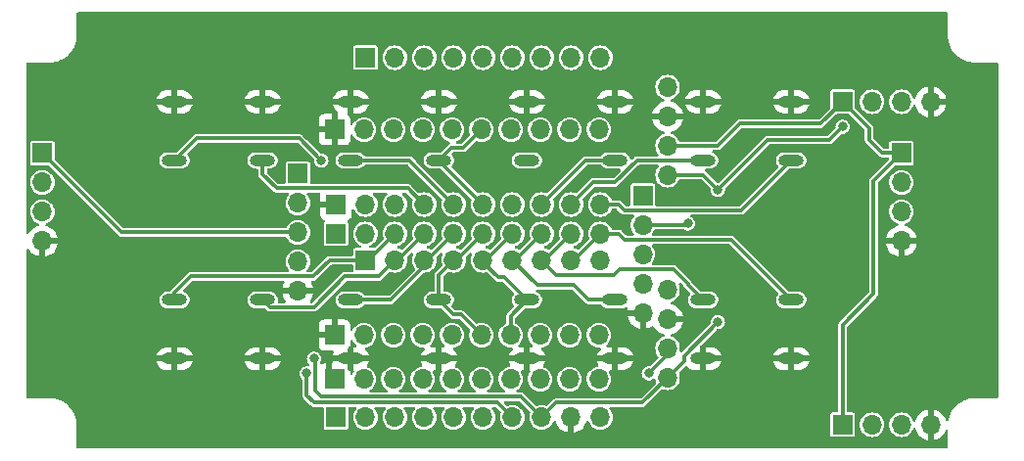
<source format=gbr>
%TF.GenerationSoftware,KiCad,Pcbnew,7.0.7*%
%TF.CreationDate,2023-10-01T14:50:05+02:00*%
%TF.ProjectId,MultiSwitch_Mcp23017_MiniSwitch,4d756c74-6953-4776-9974-63685f4d6370,1.0*%
%TF.SameCoordinates,Original*%
%TF.FileFunction,Copper,L2,Bot*%
%TF.FilePolarity,Positive*%
%FSLAX46Y46*%
G04 Gerber Fmt 4.6, Leading zero omitted, Abs format (unit mm)*
G04 Created by KiCad (PCBNEW 7.0.7) date 2023-10-01 14:50:05*
%MOMM*%
%LPD*%
G01*
G04 APERTURE LIST*
%TA.AperFunction,ComponentPad*%
%ADD10O,2.200000X1.000000*%
%TD*%
%TA.AperFunction,ComponentPad*%
%ADD11R,1.700000X1.700000*%
%TD*%
%TA.AperFunction,ComponentPad*%
%ADD12O,1.700000X1.700000*%
%TD*%
%TA.AperFunction,ViaPad*%
%ADD13C,0.800000*%
%TD*%
%TA.AperFunction,ViaPad*%
%ADD14C,1.000000*%
%TD*%
%TA.AperFunction,Conductor*%
%ADD15C,0.310000*%
%TD*%
%TA.AperFunction,Conductor*%
%ADD16C,0.500000*%
%TD*%
G04 APERTURE END LIST*
D10*
%TO.P,SW13,1,A*%
%TO.N,GND*%
X181610000Y-126365000D03*
%TO.P,SW13,2,B*%
%TO.N,/C13*%
X181610000Y-121285000D03*
%TD*%
%TO.P,SW15,1,A*%
%TO.N,GND*%
X196850000Y-126365000D03*
%TO.P,SW15,2,B*%
%TO.N,/C15*%
X196850000Y-121285000D03*
%TD*%
%TO.P,SW4,1,A*%
%TO.N,GND*%
X173990000Y-104140000D03*
%TO.P,SW4,2,B*%
%TO.N,/C4*%
X173990000Y-109220000D03*
%TD*%
%TO.P,SW2,1,A*%
%TO.N,GND*%
X158750000Y-104140000D03*
%TO.P,SW2,2,B*%
%TO.N,/C2*%
X158750000Y-109220000D03*
%TD*%
%TO.P,SW5,1,A*%
%TO.N,GND*%
X181610000Y-104140000D03*
%TO.P,SW5,2,B*%
%TO.N,/C5*%
X181610000Y-109220000D03*
%TD*%
%TO.P,SW10,1,A*%
%TO.N,GND*%
X158750000Y-126365000D03*
%TO.P,SW10,2,B*%
%TO.N,/C10*%
X158750000Y-121285000D03*
%TD*%
%TO.P,SW14,1,A*%
%TO.N,GND*%
X189230000Y-126365000D03*
%TO.P,SW14,2,B*%
%TO.N,/C14*%
X189230000Y-121285000D03*
%TD*%
%TO.P,SW3,1,A*%
%TO.N,GND*%
X166370000Y-104140000D03*
%TO.P,SW3,2,B*%
%TO.N,/C3*%
X166370000Y-109220000D03*
%TD*%
%TO.P,SW6,1,A*%
%TO.N,GND*%
X189230000Y-104140000D03*
%TO.P,SW6,2,B*%
%TO.N,/C6*%
X189230000Y-109220000D03*
%TD*%
%TO.P,SW1,1,A*%
%TO.N,GND*%
X151130000Y-104140000D03*
%TO.P,SW1,2,B*%
%TO.N,/C1*%
X151130000Y-109220000D03*
%TD*%
%TO.P,SW11,1,A*%
%TO.N,GND*%
X166370000Y-126365000D03*
%TO.P,SW11,2,B*%
%TO.N,/C11*%
X166370000Y-121285000D03*
%TD*%
%TO.P,SW16,1,A*%
%TO.N,GND*%
X204470000Y-126365000D03*
%TO.P,SW16,2,B*%
%TO.N,/C16*%
X204470000Y-121285000D03*
%TD*%
%TO.P,SW9,1,A*%
%TO.N,GND*%
X151130000Y-126365000D03*
%TO.P,SW9,2,B*%
%TO.N,/C9*%
X151130000Y-121285000D03*
%TD*%
%TO.P,SW7,1,A*%
%TO.N,GND*%
X196850000Y-104140000D03*
%TO.P,SW7,2,B*%
%TO.N,/C7*%
X196850000Y-109220000D03*
%TD*%
%TO.P,SW12,1,A*%
%TO.N,GND*%
X173990000Y-126365000D03*
%TO.P,SW12,2,B*%
%TO.N,/C12*%
X173990000Y-121285000D03*
%TD*%
%TO.P,SW8,1,A*%
%TO.N,GND*%
X204470000Y-104140000D03*
%TO.P,SW8,2,B*%
%TO.N,/C8*%
X204470000Y-109220000D03*
%TD*%
D11*
%TO.P,J3,1,Pin_1*%
%TO.N,/SDA*%
X208915000Y-104140000D03*
D12*
%TO.P,J3,2,Pin_2*%
%TO.N,/SCL*%
X211455000Y-104140000D03*
%TO.P,J3,3,Pin_3*%
%TO.N,+5V*%
X213995000Y-104140000D03*
%TO.P,J3,4,Pin_4*%
%TO.N,GND*%
X216535000Y-104140000D03*
%TD*%
D11*
%TO.P,J8,1,Pin_1*%
%TO.N,GND*%
X164973000Y-106553000D03*
D12*
%TO.P,J8,2,Pin_2*%
%TO.N,+5V*%
X167513000Y-106553000D03*
%TO.P,J8,3,Pin_3*%
%TO.N,/C1*%
X170053000Y-106553000D03*
%TO.P,J8,4,Pin_4*%
%TO.N,/C2*%
X172593000Y-106553000D03*
%TO.P,J8,5,Pin_5*%
%TO.N,/C3*%
X175133000Y-106553000D03*
%TO.P,J8,6,Pin_6*%
%TO.N,/C4*%
X177673000Y-106553000D03*
%TO.P,J8,7,Pin_7*%
%TO.N,/C5*%
X180213000Y-106553000D03*
%TO.P,J8,8,Pin_8*%
%TO.N,/C6*%
X182753000Y-106553000D03*
%TO.P,J8,9,Pin_9*%
%TO.N,/C7*%
X185293000Y-106553000D03*
%TO.P,J8,10,Pin_10*%
%TO.N,/C8*%
X187833000Y-106553000D03*
%TO.P,J8,11,Pin_11*%
%TO.N,/C16*%
X187833000Y-124333000D03*
X187833000Y-128143000D03*
%TO.P,J8,12,Pin_12*%
%TO.N,/C15*%
X185293000Y-124333000D03*
X185293000Y-128143000D03*
%TO.P,J8,13,Pin_13*%
%TO.N,/C14*%
X182753000Y-124333000D03*
X182753000Y-128143000D03*
%TO.P,J8,14,Pin_14*%
%TO.N,/C13*%
X180213000Y-124333000D03*
X180213000Y-128143000D03*
%TO.P,J8,15,Pin_15*%
%TO.N,/C12*%
X177673000Y-124333000D03*
X177673000Y-128143000D03*
%TO.P,J8,16,Pin_16*%
%TO.N,/C11*%
X175133000Y-124333000D03*
X175133000Y-128143000D03*
%TO.P,J8,17,Pin_17*%
%TO.N,/C10*%
X172593000Y-124333000D03*
X172593000Y-128143000D03*
%TO.P,J8,18,Pin_18*%
%TO.N,/C9*%
X170053000Y-124333000D03*
X170053000Y-128143000D03*
%TO.P,J8,19,Pin_19*%
%TO.N,+5V*%
X167513000Y-124333000D03*
X167513000Y-128143000D03*
D11*
%TO.P,J8,20,Pin_20*%
%TO.N,GND*%
X164973000Y-124333000D03*
X164973000Y-128143000D03*
%TO.P,J8,21,Pin_21*%
%TO.N,unconnected-(J8C-Pin_21-Pad21)*%
X161798000Y-110363000D03*
D12*
%TO.P,J8,22,Pin_22*%
%TO.N,/SCL*%
X161798000Y-112903000D03*
X191643000Y-117348000D03*
%TO.P,J8,23,Pin_23*%
%TO.N,/SDA*%
X191643000Y-114808000D03*
X161798000Y-115443000D03*
D11*
%TO.P,J8,24,Pin_24*%
%TO.N,+5V*%
X191643000Y-112268000D03*
D12*
X161798000Y-117983000D03*
%TO.P,J8,25,Pin_25*%
%TO.N,GND*%
X161798000Y-120523000D03*
X191643000Y-122428000D03*
%TO.P,J8,26,Pin_21*%
%TO.N,N/C*%
X191643000Y-119888000D03*
%TD*%
D11*
%TO.P,J1,1,Pin_1*%
%TO.N,GND*%
X165100000Y-113030000D03*
D12*
%TO.P,J1,2,Pin_2*%
%TO.N,unconnected-(J1A-Pin_2-Pad2)*%
X167640000Y-113030000D03*
%TO.P,J1,3,Pin_3*%
%TO.N,/C1*%
X170180000Y-113030000D03*
%TO.P,J1,4,Pin_4*%
%TO.N,/C2*%
X172720000Y-113030000D03*
%TO.P,J1,5,Pin_5*%
%TO.N,/C3*%
X175260000Y-113030000D03*
%TO.P,J1,6,Pin_6*%
%TO.N,/C4*%
X177800000Y-113030000D03*
%TO.P,J1,7,Pin_7*%
%TO.N,/C5*%
X180340000Y-113030000D03*
%TO.P,J1,8,Pin_8*%
%TO.N,/C6*%
X182880000Y-113030000D03*
%TO.P,J1,9,Pin_9*%
%TO.N,/C7*%
X185420000Y-113030000D03*
%TO.P,J1,10,Pin_10*%
%TO.N,/C8*%
X187960000Y-113030000D03*
%TO.P,J1,11,Pin_11*%
%TO.N,/C16*%
X187960000Y-115570000D03*
%TO.P,J1,12,Pin_12*%
%TO.N,/C15*%
X185420000Y-115570000D03*
%TO.P,J1,13,Pin_13*%
%TO.N,/C14*%
X182880000Y-115570000D03*
%TO.P,J1,14,Pin_14*%
%TO.N,/C13*%
X180340000Y-115570000D03*
%TO.P,J1,15,Pin_15*%
%TO.N,/C12*%
X177800000Y-115570000D03*
%TO.P,J1,16,Pin_16*%
%TO.N,/C11*%
X175260000Y-115570000D03*
%TO.P,J1,17,Pin_17*%
%TO.N,/C10*%
X172720000Y-115570000D03*
%TO.P,J1,18,Pin_18*%
%TO.N,/C9*%
X170180000Y-115570000D03*
%TO.P,J1,19,Pin_19*%
%TO.N,unconnected-(J1B-Pin_19-Pad19)*%
X167640000Y-115570000D03*
D11*
%TO.P,J1,20,Pin_20*%
%TO.N,+5V*%
X165100000Y-115570000D03*
%TO.P,J1,21,Pin_21*%
%TO.N,Net-(J1C-Pin_21)*%
X165100000Y-131445000D03*
D12*
%TO.P,J1,22,Pin_22*%
%TO.N,Net-(J1C-Pin_22)*%
X167640000Y-131445000D03*
%TO.P,J1,23,Pin_23*%
%TO.N,Net-(J1C-Pin_23)*%
X170180000Y-131445000D03*
%TO.P,J1,24,Pin_24*%
%TO.N,unconnected-(J1C-Pin_24-Pad24)*%
X172720000Y-131445000D03*
%TO.P,J1,25,Pin_25*%
%TO.N,unconnected-(J1C-Pin_25-Pad25)*%
X175260000Y-131445000D03*
%TO.P,J1,26,Pin_26*%
%TO.N,unconnected-(J1C-Pin_26-Pad26)*%
X177800000Y-131445000D03*
%TO.P,J1,27,Pin_27*%
%TO.N,/SDA*%
X180340000Y-131445000D03*
%TO.P,J1,28,Pin_28*%
%TO.N,/SCL*%
X182880000Y-131445000D03*
%TO.P,J1,29,Pin_29*%
%TO.N,GND*%
X185420000Y-131445000D03*
%TO.P,J1,30,Pin_30*%
%TO.N,+5V*%
X187960000Y-131445000D03*
%TD*%
D11*
%TO.P,J5,1,Pin_1*%
%TO.N,/SDA*%
X213995000Y-108585000D03*
D12*
%TO.P,J5,2,Pin_2*%
%TO.N,/SCL*%
X213995000Y-111125000D03*
%TO.P,J5,3,Pin_3*%
%TO.N,+5V*%
X213995000Y-113665000D03*
%TO.P,J5,4,Pin_4*%
%TO.N,GND*%
X213995000Y-116205000D03*
%TD*%
D11*
%TO.P,J7,1,Pin_1*%
%TO.N,/C9*%
X167640000Y-117856000D03*
D12*
%TO.P,J7,2,Pin_2*%
%TO.N,/C10*%
X170180000Y-117856000D03*
%TO.P,J7,3,Pin_3*%
%TO.N,/C11*%
X172720000Y-117856000D03*
%TO.P,J7,4,Pin_4*%
%TO.N,/C12*%
X175260000Y-117856000D03*
%TO.P,J7,5,Pin_5*%
%TO.N,/C13*%
X177800000Y-117856000D03*
%TO.P,J7,6,Pin_6*%
%TO.N,/C14*%
X180340000Y-117856000D03*
%TO.P,J7,7,Pin_7*%
%TO.N,/C15*%
X182880000Y-117856000D03*
%TO.P,J7,8,Pin_8*%
%TO.N,/C16*%
X185420000Y-117856000D03*
%TO.P,J7,9,Pin_9*%
%TO.N,unconnected-(J7A-Pin_9-Pad9)*%
X187960000Y-117856000D03*
%TO.P,J7,10,Pin_4*%
%TO.N,+5V*%
X193770000Y-120396000D03*
%TO.P,J7,11,Pin_3*%
%TO.N,GND*%
X193770000Y-122936000D03*
%TO.P,J7,12,Pin_2*%
%TO.N,/SDA*%
X193770000Y-125476000D03*
%TO.P,J7,13,Pin_1*%
%TO.N,/SCL*%
X193770000Y-128016000D03*
%TD*%
D11*
%TO.P,J6,1,Pin_1*%
%TO.N,/C1*%
X167640000Y-100330000D03*
D12*
%TO.P,J6,2,Pin_2*%
%TO.N,/C2*%
X170180000Y-100330000D03*
%TO.P,J6,3,Pin_3*%
%TO.N,/C3*%
X172720000Y-100330000D03*
%TO.P,J6,4,Pin_4*%
%TO.N,/C4*%
X175260000Y-100330000D03*
%TO.P,J6,5,Pin_5*%
%TO.N,/C5*%
X177800000Y-100330000D03*
%TO.P,J6,6,Pin_6*%
%TO.N,/C6*%
X180340000Y-100330000D03*
%TO.P,J6,7,Pin_7*%
%TO.N,/C7*%
X182880000Y-100330000D03*
%TO.P,J6,8,Pin_8*%
%TO.N,/C8*%
X185420000Y-100330000D03*
%TO.P,J6,9,Pin_9*%
%TO.N,unconnected-(J6A-Pin_9-Pad9)*%
X187960000Y-100330000D03*
%TO.P,J6,10,Pin_4*%
%TO.N,+5V*%
X193770000Y-102870000D03*
%TO.P,J6,11,Pin_3*%
%TO.N,GND*%
X193770000Y-105410000D03*
%TO.P,J6,12,Pin_2*%
%TO.N,/SDA*%
X193770000Y-107950000D03*
%TO.P,J6,13,Pin_1*%
%TO.N,/SCL*%
X193770000Y-110490000D03*
%TD*%
D11*
%TO.P,J4,1,Pin_1*%
%TO.N,/SDA*%
X139700000Y-108585000D03*
D12*
%TO.P,J4,2,Pin_2*%
%TO.N,/SCL*%
X139700000Y-111125000D03*
%TO.P,J4,3,Pin_3*%
%TO.N,+5V*%
X139700000Y-113665000D03*
%TO.P,J4,4,Pin_4*%
%TO.N,GND*%
X139700000Y-116205000D03*
%TD*%
D11*
%TO.P,J2,1,Pin_1*%
%TO.N,/SDA*%
X208915000Y-132080000D03*
D12*
%TO.P,J2,2,Pin_2*%
%TO.N,/SCL*%
X211455000Y-132080000D03*
%TO.P,J2,3,Pin_3*%
%TO.N,+5V*%
X213995000Y-132080000D03*
%TO.P,J2,4,Pin_4*%
%TO.N,GND*%
X216535000Y-132080000D03*
%TD*%
D13*
%TO.N,/C1*%
X163830000Y-109220000D03*
D14*
%TO.N,GND*%
X157226000Y-130810000D03*
X157226000Y-128905000D03*
X157226000Y-132715000D03*
D13*
%TO.N,/SDA*%
X195525000Y-114681000D03*
X192151000Y-127635000D03*
X162560000Y-127635000D03*
%TO.N,/SCL*%
X208915000Y-106299000D03*
X198120000Y-123190000D03*
X163195000Y-126365000D03*
X198120000Y-111760000D03*
%TD*%
D15*
%TO.N,/C1*%
X163830000Y-109220000D02*
X161925000Y-107315000D01*
X161925000Y-107315000D02*
X153035000Y-107315000D01*
X153035000Y-107315000D02*
X151130000Y-109220000D01*
%TO.N,/C2*%
X159960919Y-111633000D02*
X171323000Y-111633000D01*
X158750000Y-110422081D02*
X159960919Y-111633000D01*
X158750000Y-109220000D02*
X158750000Y-110422081D01*
X171323000Y-111633000D02*
X172720000Y-113030000D01*
D16*
%TO.N,GND*%
X173990000Y-126365000D02*
X166370000Y-126365000D01*
X181610000Y-126365000D02*
X189230000Y-126365000D01*
X166370000Y-126365000D02*
X164592000Y-126365000D01*
X164592000Y-126365000D02*
X164465000Y-126492000D01*
X164465000Y-127635000D02*
X164973000Y-128143000D01*
X164465000Y-126492000D02*
X164465000Y-127635000D01*
X181610000Y-126365000D02*
X173990000Y-126365000D01*
D15*
%TO.N,/SDA*%
X192151000Y-127635000D02*
X193770000Y-126016000D01*
X146558000Y-115443000D02*
X139700000Y-108585000D01*
X198120000Y-107950000D02*
X193770000Y-107950000D01*
X195398000Y-114808000D02*
X191643000Y-114808000D01*
X208915000Y-104140000D02*
X207010000Y-106045000D01*
X211201000Y-106426000D02*
X211201000Y-107442000D01*
X162560000Y-129540000D02*
X163195000Y-130175000D01*
X162560000Y-127635000D02*
X162560000Y-129540000D01*
X179070000Y-130175000D02*
X180340000Y-131445000D01*
X200025000Y-106045000D02*
X198120000Y-107950000D01*
X207010000Y-106045000D02*
X200025000Y-106045000D01*
X211582000Y-120777000D02*
X208915000Y-123444000D01*
X161798000Y-115443000D02*
X146558000Y-115443000D01*
X213995000Y-108585000D02*
X211582000Y-110998000D01*
X211201000Y-107442000D02*
X212344000Y-108585000D01*
X208915000Y-123444000D02*
X208915000Y-132080000D01*
X163195000Y-130175000D02*
X179070000Y-130175000D01*
X195525000Y-114681000D02*
X195398000Y-114808000D01*
X193770000Y-126016000D02*
X193770000Y-125476000D01*
X208915000Y-104140000D02*
X211201000Y-106426000D01*
X212344000Y-108585000D02*
X213995000Y-108585000D01*
X211582000Y-110998000D02*
X211582000Y-120777000D01*
%TO.N,/C3*%
X171450000Y-109220000D02*
X166370000Y-109220000D01*
X175260000Y-113030000D02*
X171450000Y-109220000D01*
%TO.N,/C4*%
X175069500Y-108140500D02*
X176085500Y-108140500D01*
X173990000Y-109220000D02*
X177800000Y-113030000D01*
X173990000Y-109220000D02*
X175069500Y-108140500D01*
X176085500Y-108140500D02*
X177673000Y-106553000D01*
%TO.N,/C6*%
X186690000Y-109220000D02*
X189230000Y-109220000D01*
X182880000Y-113030000D02*
X186690000Y-109220000D01*
%TO.N,/C7*%
X185420000Y-113030000D02*
X187325000Y-111125000D01*
X187325000Y-111125000D02*
X189230000Y-111125000D01*
X191135000Y-109220000D02*
X196850000Y-109220000D01*
X189230000Y-111125000D02*
X191135000Y-109220000D01*
%TO.N,/C8*%
X190021865Y-113538000D02*
X200152000Y-113538000D01*
X189513865Y-113030000D02*
X190021865Y-113538000D01*
X187960000Y-113030000D02*
X189513865Y-113030000D01*
X200152000Y-113538000D02*
X204470000Y-109220000D01*
%TO.N,/C16*%
X187960000Y-115570000D02*
X189547500Y-115570000D01*
X189547500Y-115570000D02*
X190055500Y-116078000D01*
X190055500Y-116078000D02*
X199263000Y-116078000D01*
X185674000Y-117856000D02*
X187960000Y-115570000D01*
X185420000Y-117856000D02*
X185674000Y-117856000D01*
X199263000Y-116078000D02*
X204470000Y-121285000D01*
%TO.N,/C15*%
X194250270Y-118618000D02*
X189611000Y-118618000D01*
X189611000Y-118618000D02*
X189103000Y-119126000D01*
X189103000Y-119126000D02*
X184150000Y-119126000D01*
X184150000Y-119126000D02*
X182880000Y-117856000D01*
X195525000Y-119892730D02*
X194250270Y-118618000D01*
X182880000Y-117856000D02*
X183134000Y-117856000D01*
X196850000Y-121285000D02*
X195525000Y-119960000D01*
X183134000Y-117856000D02*
X185420000Y-115570000D01*
X195525000Y-119960000D02*
X195525000Y-119892730D01*
%TO.N,/C14*%
X180594000Y-117856000D02*
X182880000Y-115570000D01*
X180340000Y-117856000D02*
X182499000Y-120015000D01*
X182499000Y-120015000D02*
X185674000Y-120015000D01*
X186944000Y-121285000D02*
X189230000Y-121285000D01*
X185674000Y-120015000D02*
X186944000Y-121285000D01*
X180340000Y-117856000D02*
X180594000Y-117856000D01*
%TO.N,/C13*%
X177800000Y-118030500D02*
X177800000Y-117856000D01*
X179109750Y-119340250D02*
X177800000Y-118030500D01*
X180213000Y-122682000D02*
X180213000Y-124333000D01*
X181610000Y-121285000D02*
X180213000Y-122682000D01*
X178054000Y-117856000D02*
X180340000Y-115570000D01*
X177800000Y-117856000D02*
X178054000Y-117856000D01*
X179665250Y-119340250D02*
X179109750Y-119340250D01*
X181610000Y-121285000D02*
X179665250Y-119340250D01*
%TO.N,/SCL*%
X184150000Y-130175000D02*
X191611000Y-130175000D01*
X196850000Y-110490000D02*
X198120000Y-111760000D01*
X195183000Y-126127000D02*
X198120000Y-123190000D01*
X163322000Y-129159000D02*
X163818000Y-129655000D01*
X163325000Y-126495000D02*
X163325000Y-127951874D01*
X207772000Y-107442000D02*
X208915000Y-106299000D01*
X163325000Y-127951874D02*
X163322000Y-127954874D01*
X163818000Y-129655000D02*
X181090000Y-129655000D01*
X181090000Y-129655000D02*
X182880000Y-131445000D01*
X191611000Y-130175000D02*
X193770000Y-128016000D01*
X193770000Y-110490000D02*
X196850000Y-110490000D01*
X163195000Y-126365000D02*
X163325000Y-126495000D01*
X202438000Y-107442000D02*
X207772000Y-107442000D01*
X163322000Y-127954874D02*
X163322000Y-129159000D01*
X198120000Y-111760000D02*
X202438000Y-107442000D01*
X193770000Y-128016000D02*
X195183000Y-126603000D01*
X195183000Y-126603000D02*
X195183000Y-126127000D01*
X182880000Y-131445000D02*
X184150000Y-130175000D01*
%TO.N,/C12*%
X175260000Y-117856000D02*
X173990000Y-119126000D01*
X175514000Y-117856000D02*
X177800000Y-115570000D01*
X175260000Y-122555000D02*
X175895000Y-122555000D01*
X175260000Y-117856000D02*
X175514000Y-117856000D01*
X173990000Y-119126000D02*
X173990000Y-120650000D01*
X175895000Y-122555000D02*
X177673000Y-124333000D01*
X173990000Y-121285000D02*
X175260000Y-122555000D01*
%TO.N,/C11*%
X169831000Y-121285000D02*
X172720000Y-118396000D01*
X166370000Y-121285000D02*
X169831000Y-121285000D01*
X172720000Y-117856000D02*
X172974000Y-117856000D01*
X172720000Y-118396000D02*
X172720000Y-117856000D01*
X172974000Y-117856000D02*
X175260000Y-115570000D01*
%TO.N,/C10*%
X159385000Y-121920000D02*
X158750000Y-121285000D01*
X168783000Y-119253000D02*
X165862000Y-119253000D01*
X170434000Y-117856000D02*
X172720000Y-115570000D01*
X165862000Y-119253000D02*
X163195000Y-121920000D01*
X163195000Y-121920000D02*
X159385000Y-121920000D01*
X170180000Y-117856000D02*
X168783000Y-119253000D01*
X170180000Y-117856000D02*
X170434000Y-117856000D01*
%TO.N,/C9*%
X163156635Y-119253000D02*
X152527000Y-119253000D01*
X167640000Y-117856000D02*
X164553635Y-117856000D01*
X167640000Y-117856000D02*
X167894000Y-117856000D01*
X164553635Y-117856000D02*
X163156635Y-119253000D01*
X167894000Y-117856000D02*
X170180000Y-115570000D01*
X152527000Y-119253000D02*
X151130000Y-120650000D01*
%TD*%
%TA.AperFunction,Conductor*%
%TO.N,GND*%
G36*
X185538282Y-120400185D02*
G01*
X185558924Y-120416819D01*
X186649654Y-121507549D01*
X186665779Y-121527405D01*
X186670621Y-121534815D01*
X186671375Y-121535969D01*
X186698562Y-121557130D01*
X186704323Y-121562218D01*
X186706968Y-121564863D01*
X186725465Y-121578069D01*
X186767636Y-121610893D01*
X186767638Y-121610893D01*
X186774367Y-121614535D01*
X186781252Y-121617901D01*
X186781253Y-121617901D01*
X186781254Y-121617902D01*
X186799969Y-121623473D01*
X186832460Y-121633147D01*
X186883005Y-121650499D01*
X186883007Y-121650499D01*
X186883009Y-121650500D01*
X186883011Y-121650500D01*
X186890577Y-121651762D01*
X186898164Y-121652707D01*
X186898165Y-121652708D01*
X186898165Y-121652707D01*
X186898166Y-121652708D01*
X186940016Y-121650977D01*
X186951549Y-121650500D01*
X187948780Y-121650500D01*
X188015819Y-121670185D01*
X188041592Y-121692270D01*
X188155391Y-121820723D01*
X188297386Y-121918735D01*
X188297387Y-121918735D01*
X188297389Y-121918737D01*
X188362209Y-121943320D01*
X188458717Y-121979921D01*
X188587021Y-121995500D01*
X188587025Y-121995500D01*
X189872979Y-121995500D01*
X189975621Y-121983036D01*
X190001283Y-121979921D01*
X190162611Y-121918737D01*
X190162617Y-121918732D01*
X190167034Y-121916415D01*
X190235543Y-121902689D01*
X190300596Y-121928181D01*
X190341541Y-121984797D01*
X190345377Y-122054561D01*
X190344436Y-122058304D01*
X190312363Y-122177999D01*
X190312364Y-122178000D01*
X191029653Y-122178000D01*
X191096692Y-122197685D01*
X191142447Y-122250489D01*
X191152391Y-122319647D01*
X191148631Y-122336933D01*
X191143000Y-122356111D01*
X191143000Y-122499889D01*
X191146277Y-122511048D01*
X191148631Y-122519067D01*
X191148630Y-122588936D01*
X191110855Y-122647714D01*
X191047299Y-122676738D01*
X191029653Y-122678000D01*
X190312364Y-122678000D01*
X190369567Y-122891486D01*
X190369570Y-122891492D01*
X190469399Y-123105578D01*
X190604894Y-123299082D01*
X190771917Y-123466105D01*
X190965421Y-123601600D01*
X191179507Y-123701429D01*
X191179516Y-123701433D01*
X191393000Y-123758634D01*
X191393000Y-123040301D01*
X191412685Y-122973262D01*
X191465489Y-122927507D01*
X191534647Y-122917563D01*
X191607237Y-122928000D01*
X191607238Y-122928000D01*
X191678762Y-122928000D01*
X191678763Y-122928000D01*
X191751352Y-122917563D01*
X191820510Y-122927507D01*
X191873314Y-122973261D01*
X191892999Y-123040301D01*
X191892999Y-123758634D01*
X192106483Y-123701433D01*
X192106492Y-123701429D01*
X192320579Y-123601599D01*
X192320585Y-123601595D01*
X192403244Y-123543717D01*
X192469450Y-123521389D01*
X192537217Y-123538399D01*
X192585030Y-123589346D01*
X192586749Y-123592884D01*
X192596398Y-123613575D01*
X192731894Y-123807082D01*
X192898917Y-123974105D01*
X193092421Y-124109600D01*
X193306507Y-124209429D01*
X193306516Y-124209433D01*
X193410358Y-124237257D01*
X193470019Y-124273622D01*
X193500548Y-124336468D01*
X193492254Y-124405844D01*
X193447768Y-124459722D01*
X193414262Y-124475692D01*
X193362200Y-124491485D01*
X193362193Y-124491488D01*
X193177972Y-124589956D01*
X193177965Y-124589960D01*
X193016484Y-124722484D01*
X192883960Y-124883965D01*
X192883956Y-124883972D01*
X192785488Y-125068193D01*
X192785487Y-125068196D01*
X192785486Y-125068198D01*
X192785485Y-125068201D01*
X192779930Y-125086515D01*
X192724844Y-125268107D01*
X192704369Y-125476000D01*
X192724844Y-125683892D01*
X192730545Y-125702685D01*
X192785485Y-125883799D01*
X192785486Y-125883802D01*
X192785487Y-125883803D01*
X192785488Y-125883806D01*
X192883956Y-126068027D01*
X192883960Y-126068034D01*
X192955601Y-126155328D01*
X192982914Y-126219638D01*
X192971123Y-126288506D01*
X192947429Y-126321674D01*
X192280923Y-126988181D01*
X192219600Y-127021666D01*
X192193242Y-127024500D01*
X192076872Y-127024500D01*
X191932925Y-127059979D01*
X191801647Y-127128878D01*
X191690682Y-127227185D01*
X191690676Y-127227192D01*
X191606460Y-127349200D01*
X191553885Y-127487825D01*
X191536016Y-127634999D01*
X191536016Y-127635000D01*
X191553885Y-127782174D01*
X191606460Y-127920799D01*
X191676040Y-128021603D01*
X191690678Y-128042810D01*
X191690680Y-128042812D01*
X191690682Y-128042814D01*
X191801647Y-128141121D01*
X191801649Y-128141122D01*
X191932924Y-128210020D01*
X192076872Y-128245500D01*
X192225128Y-128245500D01*
X192369076Y-128210020D01*
X192500351Y-128141122D01*
X192517509Y-128125920D01*
X192580740Y-128096200D01*
X192650003Y-128105382D01*
X192703307Y-128150553D01*
X192723139Y-128206578D01*
X192724844Y-128223893D01*
X192777833Y-128398574D01*
X192778456Y-128468441D01*
X192746853Y-128522250D01*
X191495924Y-129773181D01*
X191434601Y-129806666D01*
X191408243Y-129809500D01*
X184200765Y-129809500D01*
X184175320Y-129806861D01*
X184165314Y-129804763D01*
X184165311Y-129804763D01*
X184131132Y-129809023D01*
X184123456Y-129809500D01*
X184119714Y-129809500D01*
X184097291Y-129813240D01*
X184097292Y-129813241D01*
X184044264Y-129819851D01*
X184036920Y-129822037D01*
X184029681Y-129824523D01*
X183982694Y-129849951D01*
X183934677Y-129873425D01*
X183928474Y-129877853D01*
X183922398Y-129882583D01*
X183886220Y-129921883D01*
X183386250Y-130421853D01*
X183324927Y-130455338D01*
X183262574Y-130452833D01*
X183174001Y-130425965D01*
X183087894Y-130399845D01*
X183087892Y-130399844D01*
X183087894Y-130399844D01*
X182880000Y-130379369D01*
X182672107Y-130399844D01*
X182599551Y-130421854D01*
X182497423Y-130452834D01*
X182427558Y-130453457D01*
X182373749Y-130421854D01*
X181384345Y-129432450D01*
X181368218Y-129412591D01*
X181362627Y-129404034D01*
X181362622Y-129404028D01*
X181335439Y-129382870D01*
X181329675Y-129377780D01*
X181327029Y-129375134D01*
X181308535Y-129361930D01*
X181266365Y-129329107D01*
X181259644Y-129325470D01*
X181252742Y-129322096D01*
X181201539Y-129306852D01*
X181150988Y-129289499D01*
X181143448Y-129288240D01*
X181135833Y-129287291D01*
X181084416Y-129289418D01*
X181082451Y-129289500D01*
X180812783Y-129289500D01*
X180745744Y-129269815D01*
X180699989Y-129217011D01*
X180690045Y-129147853D01*
X180719070Y-129084297D01*
X180754330Y-129056142D01*
X180805027Y-129029043D01*
X180805033Y-129029040D01*
X180966515Y-128896515D01*
X181099040Y-128735033D01*
X181197515Y-128550799D01*
X181258155Y-128350894D01*
X181278631Y-128143000D01*
X181258155Y-127935106D01*
X181197515Y-127735201D01*
X181197511Y-127735193D01*
X181097163Y-127547453D01*
X181082921Y-127479050D01*
X181107921Y-127413806D01*
X181164226Y-127372436D01*
X181206521Y-127365000D01*
X181360000Y-127365000D01*
X181360000Y-126839000D01*
X181379685Y-126771961D01*
X181432489Y-126726206D01*
X181484000Y-126715000D01*
X181736000Y-126715000D01*
X181803039Y-126734685D01*
X181848794Y-126787489D01*
X181860000Y-126839000D01*
X181860000Y-127365000D01*
X181868178Y-127373178D01*
X181901663Y-127434501D01*
X181896679Y-127504193D01*
X181876352Y-127539522D01*
X181866960Y-127550966D01*
X181866956Y-127550972D01*
X181768488Y-127735193D01*
X181768487Y-127735196D01*
X181768486Y-127735198D01*
X181768485Y-127735201D01*
X181754236Y-127782174D01*
X181707844Y-127935107D01*
X181692608Y-128089806D01*
X181687369Y-128143000D01*
X181688113Y-128150553D01*
X181707844Y-128350892D01*
X181722308Y-128398574D01*
X181768485Y-128550799D01*
X181768486Y-128550802D01*
X181768487Y-128550803D01*
X181768488Y-128550806D01*
X181866956Y-128735027D01*
X181866960Y-128735034D01*
X181999484Y-128896515D01*
X182160965Y-129029039D01*
X182160972Y-129029043D01*
X182345193Y-129127511D01*
X182345194Y-129127511D01*
X182345201Y-129127515D01*
X182545106Y-129188155D01*
X182545105Y-129188155D01*
X182556589Y-129189286D01*
X182753000Y-129208631D01*
X182960894Y-129188155D01*
X183160799Y-129127515D01*
X183345033Y-129029040D01*
X183506515Y-128896515D01*
X183639040Y-128735033D01*
X183737515Y-128550799D01*
X183798155Y-128350894D01*
X183818631Y-128143000D01*
X184227369Y-128143000D01*
X184247844Y-128350892D01*
X184262308Y-128398574D01*
X184308485Y-128550799D01*
X184308486Y-128550802D01*
X184308487Y-128550803D01*
X184308488Y-128550806D01*
X184406956Y-128735027D01*
X184406960Y-128735034D01*
X184539484Y-128896515D01*
X184700965Y-129029039D01*
X184700972Y-129029043D01*
X184885193Y-129127511D01*
X184885194Y-129127511D01*
X184885201Y-129127515D01*
X185085106Y-129188155D01*
X185085105Y-129188155D01*
X185096589Y-129189286D01*
X185293000Y-129208631D01*
X185500894Y-129188155D01*
X185700799Y-129127515D01*
X185885033Y-129029040D01*
X186046515Y-128896515D01*
X186179040Y-128735033D01*
X186277515Y-128550799D01*
X186338155Y-128350894D01*
X186358631Y-128143000D01*
X186767369Y-128143000D01*
X186768113Y-128150553D01*
X186787844Y-128350892D01*
X186802308Y-128398574D01*
X186848485Y-128550799D01*
X186848486Y-128550802D01*
X186848487Y-128550803D01*
X186848488Y-128550806D01*
X186946956Y-128735027D01*
X186946960Y-128735034D01*
X187079484Y-128896515D01*
X187240965Y-129029039D01*
X187240972Y-129029043D01*
X187425193Y-129127511D01*
X187425194Y-129127511D01*
X187425201Y-129127515D01*
X187625106Y-129188155D01*
X187625105Y-129188155D01*
X187636589Y-129189286D01*
X187833000Y-129208631D01*
X188040894Y-129188155D01*
X188240799Y-129127515D01*
X188425033Y-129029040D01*
X188586515Y-128896515D01*
X188719040Y-128735033D01*
X188817515Y-128550799D01*
X188878155Y-128350894D01*
X188898631Y-128143000D01*
X188878155Y-127935106D01*
X188817515Y-127735201D01*
X188817511Y-127735193D01*
X188717163Y-127547453D01*
X188702921Y-127479050D01*
X188727921Y-127413806D01*
X188784226Y-127372436D01*
X188826521Y-127365000D01*
X188980000Y-127365000D01*
X188980000Y-126839000D01*
X188999685Y-126771961D01*
X189052489Y-126726206D01*
X189104000Y-126715000D01*
X189356000Y-126715000D01*
X189423039Y-126734685D01*
X189468794Y-126787489D01*
X189480000Y-126839000D01*
X189480000Y-127365000D01*
X189880713Y-127365000D01*
X190032338Y-127349581D01*
X190226381Y-127288700D01*
X190226391Y-127288695D01*
X190404215Y-127189994D01*
X190404216Y-127189994D01*
X190558530Y-127057521D01*
X190558531Y-127057520D01*
X190683018Y-126896695D01*
X190772588Y-126714093D01*
X190798246Y-126615000D01*
X190192047Y-126615000D01*
X190125008Y-126595315D01*
X190079253Y-126542511D01*
X190069309Y-126473353D01*
X190071842Y-126460557D01*
X190073979Y-126452114D01*
X190073982Y-126452108D01*
X190083628Y-126335698D01*
X190066849Y-126269438D01*
X190069475Y-126199619D01*
X190109431Y-126142302D01*
X190174032Y-126115686D01*
X190187055Y-126115000D01*
X190803366Y-126115000D01*
X190803068Y-126113053D01*
X190803066Y-126113047D01*
X190732437Y-125922342D01*
X190732434Y-125922335D01*
X190624850Y-125749732D01*
X190484735Y-125602331D01*
X190484733Y-125602330D01*
X190317804Y-125486143D01*
X190130907Y-125405940D01*
X189931690Y-125365000D01*
X189480000Y-125365000D01*
X189480000Y-125891000D01*
X189460315Y-125958039D01*
X189407511Y-126003794D01*
X189356000Y-126015000D01*
X189104000Y-126015000D01*
X189036961Y-125995315D01*
X188991206Y-125942511D01*
X188980000Y-125891000D01*
X188980000Y-125365000D01*
X188593737Y-125365000D01*
X188526698Y-125345315D01*
X188480943Y-125292511D01*
X188470999Y-125223353D01*
X188500024Y-125159797D01*
X188515066Y-125145151D01*
X188586515Y-125086515D01*
X188719040Y-124925033D01*
X188817515Y-124740799D01*
X188878155Y-124540894D01*
X188898631Y-124333000D01*
X188878155Y-124125106D01*
X188817515Y-123925201D01*
X188817511Y-123925193D01*
X188719043Y-123740972D01*
X188719039Y-123740965D01*
X188586515Y-123579484D01*
X188425034Y-123446960D01*
X188425027Y-123446956D01*
X188240806Y-123348488D01*
X188240803Y-123348487D01*
X188240802Y-123348486D01*
X188240799Y-123348485D01*
X188040894Y-123287845D01*
X188040892Y-123287844D01*
X188040894Y-123287844D01*
X187833000Y-123267369D01*
X187625107Y-123287844D01*
X187552551Y-123309854D01*
X187425201Y-123348485D01*
X187425198Y-123348486D01*
X187425196Y-123348487D01*
X187425193Y-123348488D01*
X187240972Y-123446956D01*
X187240965Y-123446960D01*
X187079484Y-123579484D01*
X186946960Y-123740965D01*
X186946956Y-123740972D01*
X186848488Y-123925193D01*
X186848487Y-123925196D01*
X186848486Y-123925198D01*
X186848485Y-123925201D01*
X186833650Y-123974105D01*
X186787844Y-124125107D01*
X186767369Y-124333000D01*
X186787844Y-124540892D01*
X186802728Y-124589956D01*
X186848485Y-124740799D01*
X186848486Y-124740802D01*
X186848487Y-124740803D01*
X186848488Y-124740806D01*
X186946956Y-124925027D01*
X186946960Y-124925034D01*
X187079484Y-125086515D01*
X187240965Y-125219039D01*
X187240972Y-125219043D01*
X187425193Y-125317511D01*
X187425194Y-125317511D01*
X187425201Y-125317515D01*
X187625106Y-125378155D01*
X187625105Y-125378155D01*
X187647817Y-125380391D01*
X187833000Y-125398631D01*
X187879535Y-125394047D01*
X187948180Y-125407065D01*
X187998890Y-125455129D01*
X188015566Y-125522980D01*
X187992911Y-125589075D01*
X187972460Y-125611536D01*
X187901467Y-125672481D01*
X187776981Y-125833304D01*
X187687411Y-126015906D01*
X187661754Y-126115000D01*
X188267953Y-126115000D01*
X188334992Y-126134685D01*
X188380747Y-126187489D01*
X188390691Y-126256647D01*
X188388158Y-126269443D01*
X188386017Y-126277896D01*
X188376371Y-126394299D01*
X188376371Y-126394302D01*
X188376372Y-126394302D01*
X188393139Y-126460515D01*
X188393151Y-126460560D01*
X188390525Y-126530381D01*
X188350569Y-126587698D01*
X188285968Y-126614314D01*
X188272945Y-126615000D01*
X187656634Y-126615000D01*
X187656931Y-126616946D01*
X187656933Y-126616952D01*
X187727562Y-126807657D01*
X187727565Y-126807664D01*
X187786444Y-126902126D01*
X187805200Y-126969431D01*
X187784591Y-127036192D01*
X187731160Y-127081213D01*
X187693367Y-127091121D01*
X187625107Y-127097844D01*
X187522803Y-127128878D01*
X187425201Y-127158485D01*
X187425198Y-127158486D01*
X187425196Y-127158487D01*
X187425193Y-127158488D01*
X187240972Y-127256956D01*
X187240965Y-127256960D01*
X187079484Y-127389484D01*
X186946960Y-127550965D01*
X186946956Y-127550972D01*
X186848488Y-127735193D01*
X186848487Y-127735196D01*
X186848486Y-127735198D01*
X186848485Y-127735201D01*
X186834236Y-127782174D01*
X186787844Y-127935107D01*
X186772608Y-128089806D01*
X186767369Y-128143000D01*
X186358631Y-128143000D01*
X186338155Y-127935106D01*
X186277515Y-127735201D01*
X186277511Y-127735193D01*
X186179043Y-127550972D01*
X186179039Y-127550965D01*
X186046515Y-127389484D01*
X185885034Y-127256960D01*
X185885027Y-127256956D01*
X185700806Y-127158488D01*
X185700803Y-127158487D01*
X185700802Y-127158486D01*
X185700799Y-127158485D01*
X185500894Y-127097845D01*
X185500892Y-127097844D01*
X185500894Y-127097844D01*
X185293000Y-127077369D01*
X185085107Y-127097844D01*
X184982803Y-127128878D01*
X184885201Y-127158485D01*
X184885198Y-127158486D01*
X184885196Y-127158487D01*
X184885193Y-127158488D01*
X184700972Y-127256956D01*
X184700965Y-127256960D01*
X184539484Y-127389484D01*
X184406960Y-127550965D01*
X184406956Y-127550972D01*
X184308488Y-127735193D01*
X184308487Y-127735196D01*
X184308486Y-127735198D01*
X184308485Y-127735201D01*
X184294236Y-127782174D01*
X184247844Y-127935107D01*
X184227369Y-128143000D01*
X183818631Y-128143000D01*
X183798155Y-127935106D01*
X183737515Y-127735201D01*
X183737511Y-127735193D01*
X183639043Y-127550972D01*
X183639039Y-127550965D01*
X183506515Y-127389484D01*
X183345034Y-127256960D01*
X183345027Y-127256956D01*
X183160806Y-127158488D01*
X183160799Y-127158485D01*
X183089727Y-127136925D01*
X183031289Y-127098627D01*
X183002833Y-127034815D01*
X183013394Y-126965748D01*
X183027669Y-126942363D01*
X183063018Y-126896696D01*
X183152588Y-126714093D01*
X183178246Y-126615000D01*
X182572047Y-126615000D01*
X182505008Y-126595315D01*
X182459253Y-126542511D01*
X182449309Y-126473353D01*
X182451842Y-126460557D01*
X182453979Y-126452114D01*
X182453982Y-126452108D01*
X182463628Y-126335698D01*
X182446849Y-126269438D01*
X182449475Y-126199619D01*
X182489431Y-126142302D01*
X182554032Y-126115686D01*
X182567055Y-126115000D01*
X183183366Y-126115000D01*
X183183068Y-126113053D01*
X183183066Y-126113047D01*
X183112437Y-125922342D01*
X183112434Y-125922335D01*
X183004850Y-125749732D01*
X182864733Y-125602330D01*
X182860582Y-125598766D01*
X182822536Y-125540163D01*
X182822214Y-125470294D01*
X182859717Y-125411342D01*
X182923138Y-125382024D01*
X182929175Y-125381279D01*
X182960894Y-125378155D01*
X183160799Y-125317515D01*
X183345033Y-125219040D01*
X183506515Y-125086515D01*
X183639040Y-124925033D01*
X183737515Y-124740799D01*
X183798155Y-124540894D01*
X183818631Y-124333000D01*
X184227369Y-124333000D01*
X184247844Y-124540892D01*
X184262728Y-124589956D01*
X184308485Y-124740799D01*
X184308486Y-124740802D01*
X184308487Y-124740803D01*
X184308488Y-124740806D01*
X184406956Y-124925027D01*
X184406960Y-124925034D01*
X184539484Y-125086515D01*
X184700965Y-125219039D01*
X184700972Y-125219043D01*
X184885193Y-125317511D01*
X184885194Y-125317511D01*
X184885201Y-125317515D01*
X185085106Y-125378155D01*
X185085105Y-125378155D01*
X185103745Y-125379990D01*
X185293000Y-125398631D01*
X185500894Y-125378155D01*
X185700799Y-125317515D01*
X185885033Y-125219040D01*
X186046515Y-125086515D01*
X186179040Y-124925033D01*
X186277515Y-124740799D01*
X186338155Y-124540894D01*
X186358631Y-124333000D01*
X186338155Y-124125106D01*
X186277515Y-123925201D01*
X186277511Y-123925193D01*
X186179043Y-123740972D01*
X186179039Y-123740965D01*
X186046515Y-123579484D01*
X185885034Y-123446960D01*
X185885027Y-123446956D01*
X185700806Y-123348488D01*
X185700803Y-123348487D01*
X185700802Y-123348486D01*
X185700799Y-123348485D01*
X185500894Y-123287845D01*
X185500892Y-123287844D01*
X185500894Y-123287844D01*
X185293000Y-123267369D01*
X185085107Y-123287844D01*
X185012551Y-123309854D01*
X184885201Y-123348485D01*
X184885198Y-123348486D01*
X184885196Y-123348487D01*
X184885193Y-123348488D01*
X184700972Y-123446956D01*
X184700965Y-123446960D01*
X184539484Y-123579484D01*
X184406960Y-123740965D01*
X184406956Y-123740972D01*
X184308488Y-123925193D01*
X184308487Y-123925196D01*
X184308486Y-123925198D01*
X184308485Y-123925201D01*
X184293650Y-123974105D01*
X184247844Y-124125107D01*
X184227369Y-124333000D01*
X183818631Y-124333000D01*
X183798155Y-124125106D01*
X183737515Y-123925201D01*
X183737511Y-123925193D01*
X183639043Y-123740972D01*
X183639039Y-123740965D01*
X183506515Y-123579484D01*
X183345034Y-123446960D01*
X183345027Y-123446956D01*
X183160806Y-123348488D01*
X183160803Y-123348487D01*
X183160802Y-123348486D01*
X183160799Y-123348485D01*
X182960894Y-123287845D01*
X182960892Y-123287844D01*
X182960894Y-123287844D01*
X182771639Y-123269204D01*
X182753000Y-123267369D01*
X182752999Y-123267369D01*
X182545107Y-123287844D01*
X182472551Y-123309854D01*
X182345201Y-123348485D01*
X182345198Y-123348486D01*
X182345196Y-123348487D01*
X182345193Y-123348488D01*
X182160972Y-123446956D01*
X182160965Y-123446960D01*
X181999484Y-123579484D01*
X181866960Y-123740965D01*
X181866956Y-123740972D01*
X181768488Y-123925193D01*
X181768487Y-123925196D01*
X181768486Y-123925198D01*
X181768485Y-123925201D01*
X181753650Y-123974105D01*
X181707844Y-124125107D01*
X181687369Y-124333000D01*
X181707844Y-124540892D01*
X181722728Y-124589956D01*
X181768485Y-124740799D01*
X181768486Y-124740802D01*
X181768487Y-124740803D01*
X181768488Y-124740806D01*
X181866956Y-124925027D01*
X181866960Y-124925034D01*
X181999482Y-125086512D01*
X181999483Y-125086513D01*
X181999485Y-125086515D01*
X182070929Y-125145147D01*
X182110262Y-125202892D01*
X182112133Y-125272737D01*
X182075946Y-125332505D01*
X182013190Y-125363221D01*
X181992263Y-125365000D01*
X181860000Y-125365000D01*
X181860000Y-125891000D01*
X181840315Y-125958039D01*
X181787511Y-126003794D01*
X181736000Y-126015000D01*
X181484000Y-126015000D01*
X181416961Y-125995315D01*
X181371206Y-125942511D01*
X181360000Y-125891000D01*
X181360000Y-125365000D01*
X180973737Y-125365000D01*
X180906698Y-125345315D01*
X180860943Y-125292511D01*
X180850999Y-125223353D01*
X180880024Y-125159797D01*
X180895066Y-125145151D01*
X180966515Y-125086515D01*
X181099040Y-124925033D01*
X181197515Y-124740799D01*
X181258155Y-124540894D01*
X181278631Y-124333000D01*
X181258155Y-124125106D01*
X181197515Y-123925201D01*
X181197511Y-123925193D01*
X181099043Y-123740972D01*
X181099039Y-123740965D01*
X180966515Y-123579484D01*
X180805034Y-123446960D01*
X180805027Y-123446955D01*
X180644047Y-123360910D01*
X180594202Y-123311948D01*
X180578500Y-123251552D01*
X180578500Y-122884756D01*
X180598185Y-122817717D01*
X180614819Y-122797075D01*
X181380076Y-122031819D01*
X181441399Y-121998334D01*
X181467757Y-121995500D01*
X182252979Y-121995500D01*
X182355621Y-121983036D01*
X182381283Y-121979921D01*
X182542611Y-121918737D01*
X182684609Y-121820723D01*
X182799024Y-121691574D01*
X182879208Y-121538797D01*
X182920500Y-121371270D01*
X182920500Y-121198730D01*
X182920500Y-121198729D01*
X182879209Y-121031206D01*
X182879208Y-121031205D01*
X182879208Y-121031203D01*
X182799024Y-120878426D01*
X182684609Y-120749277D01*
X182542612Y-120651264D01*
X182542614Y-120651264D01*
X182461715Y-120620583D01*
X182406013Y-120578404D01*
X182381956Y-120512807D01*
X182397183Y-120444616D01*
X182446860Y-120395484D01*
X182500584Y-120380746D01*
X182503837Y-120380612D01*
X182506561Y-120380500D01*
X185471243Y-120380500D01*
X185538282Y-120400185D01*
G37*
%TD.AperFunction*%
%TA.AperFunction,Conductor*%
G36*
X174183039Y-126734685D02*
G01*
X174228794Y-126787489D01*
X174240000Y-126839000D01*
X174240000Y-127365000D01*
X174248178Y-127373178D01*
X174281663Y-127434501D01*
X174276679Y-127504193D01*
X174256352Y-127539522D01*
X174246960Y-127550966D01*
X174246956Y-127550972D01*
X174148488Y-127735193D01*
X174148487Y-127735196D01*
X174148486Y-127735198D01*
X174148485Y-127735201D01*
X174134236Y-127782174D01*
X174087844Y-127935107D01*
X174072608Y-128089806D01*
X174067369Y-128143000D01*
X174068113Y-128150553D01*
X174087844Y-128350892D01*
X174102308Y-128398574D01*
X174148485Y-128550799D01*
X174148486Y-128550802D01*
X174148487Y-128550803D01*
X174148488Y-128550806D01*
X174246956Y-128735027D01*
X174246960Y-128735034D01*
X174379484Y-128896515D01*
X174540965Y-129029039D01*
X174540972Y-129029043D01*
X174591670Y-129056142D01*
X174641514Y-129105104D01*
X174656975Y-129173241D01*
X174633144Y-129238921D01*
X174577586Y-129281290D01*
X174533217Y-129289500D01*
X173192783Y-129289500D01*
X173125744Y-129269815D01*
X173079989Y-129217011D01*
X173070045Y-129147853D01*
X173099070Y-129084297D01*
X173134330Y-129056142D01*
X173185027Y-129029043D01*
X173185033Y-129029040D01*
X173346515Y-128896515D01*
X173479040Y-128735033D01*
X173577515Y-128550799D01*
X173638155Y-128350894D01*
X173658631Y-128143000D01*
X173638155Y-127935106D01*
X173577515Y-127735201D01*
X173577511Y-127735193D01*
X173477163Y-127547453D01*
X173462921Y-127479050D01*
X173487921Y-127413806D01*
X173544226Y-127372436D01*
X173586521Y-127365000D01*
X173740000Y-127365000D01*
X173740000Y-126839000D01*
X173759685Y-126771961D01*
X173812489Y-126726206D01*
X173864000Y-126715000D01*
X174116000Y-126715000D01*
X174183039Y-126734685D01*
G37*
%TD.AperFunction*%
%TA.AperFunction,Conductor*%
G36*
X166563039Y-126734685D02*
G01*
X166608794Y-126787489D01*
X166620000Y-126839000D01*
X166620000Y-127365000D01*
X166628178Y-127373178D01*
X166661663Y-127434501D01*
X166656679Y-127504193D01*
X166636352Y-127539522D01*
X166626960Y-127550966D01*
X166626955Y-127550972D01*
X166556358Y-127683052D01*
X166507396Y-127732897D01*
X166439258Y-127748357D01*
X166373578Y-127724525D01*
X166331210Y-127668968D01*
X166323000Y-127624599D01*
X166323000Y-127405000D01*
X166244000Y-127405000D01*
X166176961Y-127385315D01*
X166131206Y-127332511D01*
X166120000Y-127281000D01*
X166120000Y-126839000D01*
X166139685Y-126771961D01*
X166192489Y-126726206D01*
X166244000Y-126715000D01*
X166496000Y-126715000D01*
X166563039Y-126734685D01*
G37*
%TD.AperFunction*%
%TA.AperFunction,Conductor*%
G36*
X166528203Y-124757687D02*
G01*
X166556358Y-124792947D01*
X166626956Y-124925027D01*
X166626960Y-124925034D01*
X166759482Y-125086512D01*
X166759483Y-125086513D01*
X166759485Y-125086515D01*
X166830929Y-125145147D01*
X166870262Y-125202892D01*
X166872133Y-125272737D01*
X166835946Y-125332505D01*
X166773190Y-125363221D01*
X166752263Y-125365000D01*
X166620000Y-125365000D01*
X166620000Y-125891000D01*
X166600315Y-125958039D01*
X166547511Y-126003794D01*
X166496000Y-126015000D01*
X166244000Y-126015000D01*
X166176961Y-125995315D01*
X166131206Y-125942511D01*
X166120000Y-125891000D01*
X166120000Y-125449000D01*
X166139685Y-125381961D01*
X166192489Y-125336206D01*
X166244000Y-125325000D01*
X166303683Y-125325000D01*
X166303683Y-125324999D01*
X166316597Y-125290376D01*
X166316598Y-125290372D01*
X166322999Y-125230844D01*
X166323000Y-125230827D01*
X166323000Y-124851400D01*
X166342685Y-124784361D01*
X166395489Y-124738606D01*
X166464647Y-124728662D01*
X166528203Y-124757687D01*
G37*
%TD.AperFunction*%
%TA.AperFunction,Conductor*%
G36*
X166522540Y-118241185D02*
G01*
X166568295Y-118293989D01*
X166579501Y-118345500D01*
X166579501Y-118726734D01*
X166582003Y-118739313D01*
X166575773Y-118808904D01*
X166532909Y-118864080D01*
X166467018Y-118887322D01*
X166460385Y-118887500D01*
X165912764Y-118887500D01*
X165887319Y-118884861D01*
X165877313Y-118882763D01*
X165877312Y-118882763D01*
X165877310Y-118882763D01*
X165843130Y-118887023D01*
X165835454Y-118887500D01*
X165831713Y-118887500D01*
X165809304Y-118891239D01*
X165809305Y-118891239D01*
X165756267Y-118897850D01*
X165756265Y-118897850D01*
X165756262Y-118897851D01*
X165748946Y-118900028D01*
X165741683Y-118902522D01*
X165712647Y-118918236D01*
X165694698Y-118927949D01*
X165673258Y-118938431D01*
X165646675Y-118951427D01*
X165640454Y-118955868D01*
X165634398Y-118960582D01*
X165605382Y-118992103D01*
X165598209Y-118999895D01*
X164323843Y-120274262D01*
X163079924Y-121518181D01*
X163018601Y-121551666D01*
X162992243Y-121554500D01*
X162961983Y-121554500D01*
X162894944Y-121534815D01*
X162849189Y-121482011D01*
X162839245Y-121412853D01*
X162860408Y-121359376D01*
X162971600Y-121200578D01*
X163071429Y-120986492D01*
X163071432Y-120986486D01*
X163128636Y-120773000D01*
X162411347Y-120773000D01*
X162344308Y-120753315D01*
X162298553Y-120700511D01*
X162288609Y-120631353D01*
X162292369Y-120614067D01*
X162298000Y-120594888D01*
X162298000Y-120451111D01*
X162292369Y-120431933D01*
X162292370Y-120362064D01*
X162330145Y-120303286D01*
X162393701Y-120274262D01*
X162411347Y-120273000D01*
X163128636Y-120273000D01*
X163128635Y-120272999D01*
X163071432Y-120059513D01*
X163071429Y-120059507D01*
X162971600Y-119845422D01*
X162971598Y-119845418D01*
X162949335Y-119813624D01*
X162927007Y-119747418D01*
X162944017Y-119679651D01*
X162994964Y-119631837D01*
X163050909Y-119618500D01*
X163105871Y-119618500D01*
X163131316Y-119621139D01*
X163141322Y-119623237D01*
X163158773Y-119621061D01*
X163175504Y-119618977D01*
X163183180Y-119618500D01*
X163186918Y-119618500D01*
X163186921Y-119618500D01*
X163186925Y-119618499D01*
X163186928Y-119618499D01*
X163209342Y-119614758D01*
X163209470Y-119614742D01*
X163262368Y-119608149D01*
X163262371Y-119608147D01*
X163269711Y-119605961D01*
X163276948Y-119603476D01*
X163276954Y-119603476D01*
X163323945Y-119578045D01*
X163371955Y-119554575D01*
X163371960Y-119554569D01*
X163378198Y-119550116D01*
X163384230Y-119545420D01*
X163384234Y-119545419D01*
X163420425Y-119506104D01*
X164668710Y-118257819D01*
X164730034Y-118224334D01*
X164756392Y-118221500D01*
X166455501Y-118221500D01*
X166522540Y-118241185D01*
G37*
%TD.AperFunction*%
%TA.AperFunction,Conductor*%
G36*
X217976539Y-96412685D02*
G01*
X218022294Y-96465489D01*
X218033500Y-96516999D01*
X218033500Y-98416714D01*
X218033500Y-98416715D01*
X218033500Y-98425000D01*
X218033500Y-98564820D01*
X218067207Y-98842421D01*
X218097660Y-98965973D01*
X218134130Y-99113940D01*
X218233293Y-99375409D01*
X218233294Y-99375410D01*
X218363243Y-99623007D01*
X218363246Y-99623012D01*
X218522100Y-99853151D01*
X218707535Y-100062465D01*
X218916849Y-100247900D01*
X219146988Y-100406754D01*
X219146992Y-100406756D01*
X219394589Y-100536705D01*
X219394590Y-100536706D01*
X219394594Y-100536707D01*
X219394597Y-100536709D01*
X219540011Y-100591857D01*
X219656059Y-100635869D01*
X219656061Y-100635869D01*
X219656065Y-100635871D01*
X219927579Y-100702793D01*
X220155906Y-100730517D01*
X220205178Y-100736500D01*
X222253000Y-100736500D01*
X222320039Y-100756185D01*
X222365794Y-100808989D01*
X222377000Y-100860500D01*
X222377000Y-129644500D01*
X222357315Y-129711539D01*
X222304511Y-129757294D01*
X222253000Y-129768500D01*
X220205178Y-129768500D01*
X220066379Y-129785353D01*
X219927579Y-129802207D01*
X219804748Y-129832482D01*
X219656059Y-129869130D01*
X219394590Y-129968293D01*
X219394589Y-129968294D01*
X219146992Y-130098243D01*
X219146983Y-130098249D01*
X218916852Y-130257097D01*
X218707535Y-130442535D01*
X218522097Y-130651852D01*
X218363249Y-130881983D01*
X218363243Y-130881992D01*
X218233294Y-131129589D01*
X218233293Y-131129590D01*
X218134130Y-131391059D01*
X218067205Y-131662587D01*
X218066531Y-131666268D01*
X218064946Y-131665977D01*
X218039848Y-131724173D01*
X217981885Y-131763186D01*
X217912031Y-131764669D01*
X217852464Y-131728150D01*
X217824658Y-131677069D01*
X217808434Y-131616518D01*
X217808429Y-131616507D01*
X217708600Y-131402422D01*
X217708599Y-131402420D01*
X217573113Y-131208926D01*
X217573108Y-131208920D01*
X217406082Y-131041894D01*
X217212578Y-130906399D01*
X216998492Y-130806570D01*
X216998486Y-130806567D01*
X216785000Y-130749364D01*
X216785000Y-131467698D01*
X216765315Y-131534737D01*
X216712511Y-131580492D01*
X216643355Y-131590436D01*
X216570766Y-131580000D01*
X216570763Y-131580000D01*
X216499237Y-131580000D01*
X216499233Y-131580000D01*
X216426644Y-131590436D01*
X216357486Y-131580492D01*
X216304683Y-131534736D01*
X216284999Y-131467698D01*
X216284999Y-130749364D01*
X216071513Y-130806567D01*
X216071507Y-130806570D01*
X215857422Y-130906399D01*
X215857420Y-130906400D01*
X215663926Y-131041886D01*
X215663920Y-131041891D01*
X215496891Y-131208920D01*
X215496886Y-131208926D01*
X215361400Y-131402420D01*
X215361399Y-131402422D01*
X215261570Y-131616507D01*
X215261567Y-131616514D01*
X215233742Y-131720359D01*
X215197377Y-131780019D01*
X215134530Y-131810548D01*
X215065154Y-131802253D01*
X215011276Y-131757768D01*
X214995308Y-131724264D01*
X214979515Y-131672201D01*
X214974033Y-131661944D01*
X214881043Y-131487972D01*
X214881039Y-131487965D01*
X214748515Y-131326484D01*
X214587034Y-131193960D01*
X214587027Y-131193956D01*
X214402806Y-131095488D01*
X214402803Y-131095487D01*
X214402802Y-131095486D01*
X214402799Y-131095485D01*
X214202894Y-131034845D01*
X214202892Y-131034844D01*
X214202894Y-131034844D01*
X214013639Y-131016204D01*
X213995000Y-131014369D01*
X213994999Y-131014369D01*
X213787107Y-131034844D01*
X213696186Y-131062425D01*
X213587201Y-131095485D01*
X213587198Y-131095486D01*
X213587196Y-131095487D01*
X213587193Y-131095488D01*
X213402972Y-131193956D01*
X213402965Y-131193960D01*
X213241484Y-131326484D01*
X213108960Y-131487965D01*
X213108956Y-131487972D01*
X213010488Y-131672193D01*
X213010487Y-131672196D01*
X213010486Y-131672198D01*
X213010485Y-131672201D01*
X212997853Y-131713844D01*
X212949844Y-131872107D01*
X212929369Y-132079999D01*
X212949844Y-132287892D01*
X212962933Y-132331039D01*
X213010485Y-132487799D01*
X213010486Y-132487801D01*
X213010487Y-132487803D01*
X213010488Y-132487806D01*
X213108956Y-132672027D01*
X213108960Y-132672034D01*
X213241484Y-132833515D01*
X213402965Y-132966039D01*
X213402972Y-132966043D01*
X213587193Y-133064511D01*
X213587194Y-133064511D01*
X213587201Y-133064515D01*
X213787106Y-133125155D01*
X213787105Y-133125155D01*
X213805745Y-133126990D01*
X213995000Y-133145631D01*
X214202894Y-133125155D01*
X214402799Y-133064515D01*
X214587033Y-132966040D01*
X214748515Y-132833515D01*
X214881040Y-132672033D01*
X214979515Y-132487799D01*
X214995307Y-132435737D01*
X215033603Y-132377301D01*
X215097415Y-132348844D01*
X215166482Y-132359403D01*
X215218876Y-132405627D01*
X215233742Y-132439640D01*
X215261567Y-132543486D01*
X215261570Y-132543492D01*
X215361399Y-132757578D01*
X215496894Y-132951082D01*
X215663917Y-133118105D01*
X215857421Y-133253600D01*
X216071507Y-133353429D01*
X216071516Y-133353433D01*
X216284999Y-133410633D01*
X216284999Y-132692301D01*
X216304683Y-132625262D01*
X216357487Y-132579507D01*
X216426646Y-132569563D01*
X216433380Y-132570531D01*
X216499237Y-132580000D01*
X216499238Y-132580000D01*
X216570762Y-132580000D01*
X216570763Y-132580000D01*
X216643353Y-132569563D01*
X216712512Y-132579507D01*
X216765315Y-132625262D01*
X216785000Y-132692301D01*
X216785000Y-133410633D01*
X216998483Y-133353433D01*
X216998492Y-133353429D01*
X217212578Y-133253600D01*
X217406082Y-133118105D01*
X217573105Y-132951082D01*
X217708600Y-132757578D01*
X217797118Y-132567751D01*
X217843290Y-132515312D01*
X217910484Y-132496160D01*
X217977365Y-132516376D01*
X218022699Y-132569541D01*
X218033500Y-132620156D01*
X218033500Y-133988000D01*
X218013815Y-134055039D01*
X217961011Y-134100794D01*
X217909500Y-134112000D01*
X142774025Y-134112000D01*
X142706986Y-134092315D01*
X142661231Y-134039511D01*
X142650025Y-133988000D01*
X142650025Y-131939964D01*
X142641523Y-131869952D01*
X142616266Y-131661942D01*
X142549242Y-131390014D01*
X142449929Y-131128148D01*
X142319776Y-130880161D01*
X142220009Y-130735624D01*
X142160682Y-130649673D01*
X142160677Y-130649667D01*
X141974963Y-130440038D01*
X141974961Y-130440036D01*
X141765332Y-130254322D01*
X141765326Y-130254317D01*
X141539221Y-130098249D01*
X141534839Y-130095224D01*
X141286852Y-129965071D01*
X141281655Y-129963100D01*
X141024991Y-129865759D01*
X140959964Y-129849731D01*
X140753058Y-129798734D01*
X140586243Y-129778478D01*
X140475035Y-129764975D01*
X140475033Y-129764975D01*
X140340072Y-129764975D01*
X138427000Y-129764975D01*
X138359961Y-129745290D01*
X138314206Y-129692486D01*
X138303000Y-129640975D01*
X138303000Y-126615000D01*
X149556634Y-126615000D01*
X149556931Y-126616946D01*
X149556933Y-126616952D01*
X149627562Y-126807657D01*
X149627565Y-126807664D01*
X149735149Y-126980267D01*
X149875264Y-127127668D01*
X149875266Y-127127669D01*
X150042195Y-127243856D01*
X150229092Y-127324059D01*
X150428310Y-127365000D01*
X150880000Y-127365000D01*
X150880000Y-126839000D01*
X150899685Y-126771961D01*
X150952489Y-126726206D01*
X151004000Y-126715000D01*
X151256000Y-126715000D01*
X151323039Y-126734685D01*
X151368794Y-126787489D01*
X151380000Y-126839000D01*
X151380000Y-127365000D01*
X151780713Y-127365000D01*
X151932338Y-127349581D01*
X152126381Y-127288700D01*
X152126391Y-127288695D01*
X152304215Y-127189994D01*
X152304216Y-127189994D01*
X152458530Y-127057521D01*
X152458531Y-127057520D01*
X152583018Y-126896695D01*
X152672588Y-126714093D01*
X152698246Y-126615000D01*
X157176634Y-126615000D01*
X157176931Y-126616946D01*
X157176933Y-126616952D01*
X157247562Y-126807657D01*
X157247565Y-126807664D01*
X157355149Y-126980267D01*
X157495264Y-127127668D01*
X157495266Y-127127669D01*
X157662195Y-127243856D01*
X157849092Y-127324059D01*
X158048310Y-127365000D01*
X158500000Y-127365000D01*
X158500000Y-126839000D01*
X158519685Y-126771961D01*
X158572489Y-126726206D01*
X158624000Y-126715000D01*
X158876000Y-126715000D01*
X158943039Y-126734685D01*
X158988794Y-126787489D01*
X159000000Y-126839000D01*
X159000000Y-127365000D01*
X159400713Y-127365000D01*
X159552338Y-127349581D01*
X159746381Y-127288700D01*
X159746391Y-127288695D01*
X159924215Y-127189994D01*
X159924216Y-127189994D01*
X160078530Y-127057521D01*
X160078531Y-127057520D01*
X160203018Y-126896695D01*
X160292588Y-126714093D01*
X160318246Y-126615000D01*
X159712047Y-126615000D01*
X159645008Y-126595315D01*
X159599253Y-126542511D01*
X159589309Y-126473353D01*
X159591842Y-126460557D01*
X159593979Y-126452114D01*
X159593982Y-126452108D01*
X159603628Y-126335698D01*
X159586849Y-126269438D01*
X159589475Y-126199619D01*
X159629431Y-126142302D01*
X159694032Y-126115686D01*
X159707055Y-126115000D01*
X160323366Y-126115000D01*
X160323068Y-126113053D01*
X160323066Y-126113047D01*
X160252437Y-125922342D01*
X160252434Y-125922335D01*
X160144850Y-125749732D01*
X160004735Y-125602331D01*
X160004733Y-125602330D01*
X159837804Y-125486143D01*
X159650907Y-125405940D01*
X159451690Y-125365000D01*
X159000000Y-125365000D01*
X159000000Y-125891000D01*
X158980315Y-125958039D01*
X158927511Y-126003794D01*
X158876000Y-126015000D01*
X158624000Y-126015000D01*
X158556961Y-125995315D01*
X158511206Y-125942511D01*
X158500000Y-125891000D01*
X158500000Y-125365000D01*
X158099287Y-125365000D01*
X157947661Y-125380418D01*
X157753618Y-125441299D01*
X157753608Y-125441304D01*
X157575784Y-125540005D01*
X157575783Y-125540005D01*
X157421469Y-125672478D01*
X157421468Y-125672479D01*
X157296981Y-125833304D01*
X157207411Y-126015906D01*
X157181754Y-126115000D01*
X157787953Y-126115000D01*
X157854992Y-126134685D01*
X157900747Y-126187489D01*
X157910691Y-126256647D01*
X157908158Y-126269443D01*
X157906017Y-126277896D01*
X157896371Y-126394299D01*
X157896371Y-126394302D01*
X157896372Y-126394302D01*
X157913139Y-126460515D01*
X157913151Y-126460560D01*
X157910525Y-126530381D01*
X157870569Y-126587698D01*
X157805968Y-126614314D01*
X157792945Y-126615000D01*
X157176634Y-126615000D01*
X152698246Y-126615000D01*
X152092047Y-126615000D01*
X152025008Y-126595315D01*
X151979253Y-126542511D01*
X151969309Y-126473353D01*
X151971842Y-126460557D01*
X151973979Y-126452114D01*
X151973982Y-126452108D01*
X151983628Y-126335698D01*
X151966849Y-126269438D01*
X151969475Y-126199619D01*
X152009431Y-126142302D01*
X152074032Y-126115686D01*
X152087055Y-126115000D01*
X152703366Y-126115000D01*
X152703068Y-126113053D01*
X152703066Y-126113047D01*
X152632437Y-125922342D01*
X152632434Y-125922335D01*
X152524850Y-125749732D01*
X152384735Y-125602331D01*
X152384733Y-125602330D01*
X152217804Y-125486143D01*
X152030907Y-125405940D01*
X151831690Y-125365000D01*
X151380000Y-125365000D01*
X151380000Y-125891000D01*
X151360315Y-125958039D01*
X151307511Y-126003794D01*
X151256000Y-126015000D01*
X151004000Y-126015000D01*
X150936961Y-125995315D01*
X150891206Y-125942511D01*
X150880000Y-125891000D01*
X150880000Y-125365000D01*
X150479287Y-125365000D01*
X150327661Y-125380418D01*
X150133618Y-125441299D01*
X150133608Y-125441304D01*
X149955784Y-125540005D01*
X149955783Y-125540005D01*
X149801469Y-125672478D01*
X149801468Y-125672479D01*
X149676981Y-125833304D01*
X149587411Y-126015906D01*
X149561754Y-126115000D01*
X150167953Y-126115000D01*
X150234992Y-126134685D01*
X150280747Y-126187489D01*
X150290691Y-126256647D01*
X150288158Y-126269443D01*
X150286017Y-126277896D01*
X150276371Y-126394299D01*
X150276371Y-126394302D01*
X150276372Y-126394302D01*
X150293139Y-126460515D01*
X150293151Y-126460560D01*
X150290525Y-126530381D01*
X150250569Y-126587698D01*
X150185968Y-126614314D01*
X150172945Y-126615000D01*
X149556634Y-126615000D01*
X138303000Y-126615000D01*
X138303000Y-121371270D01*
X149819500Y-121371270D01*
X149860790Y-121538793D01*
X149860791Y-121538796D01*
X149860792Y-121538797D01*
X149940976Y-121691574D01*
X150055391Y-121820723D01*
X150197386Y-121918735D01*
X150197387Y-121918735D01*
X150197389Y-121918737D01*
X150262209Y-121943320D01*
X150358717Y-121979921D01*
X150487021Y-121995500D01*
X150487025Y-121995500D01*
X151772979Y-121995500D01*
X151875621Y-121983036D01*
X151901283Y-121979921D01*
X152062611Y-121918737D01*
X152204609Y-121820723D01*
X152319024Y-121691574D01*
X152399208Y-121538797D01*
X152440500Y-121371270D01*
X152440500Y-121198730D01*
X152440500Y-121198729D01*
X152399209Y-121031206D01*
X152399208Y-121031205D01*
X152399208Y-121031203D01*
X152319024Y-120878426D01*
X152204609Y-120749277D01*
X152062612Y-120651264D01*
X152062614Y-120651264D01*
X151939611Y-120604615D01*
X151883909Y-120562436D01*
X151859852Y-120496839D01*
X151875079Y-120428649D01*
X151895898Y-120400996D01*
X152642075Y-119654819D01*
X152703399Y-119621334D01*
X152729757Y-119618500D01*
X160545091Y-119618500D01*
X160612130Y-119638185D01*
X160657885Y-119690989D01*
X160667829Y-119760147D01*
X160646665Y-119813624D01*
X160624401Y-119845418D01*
X160624399Y-119845422D01*
X160524570Y-120059507D01*
X160524567Y-120059513D01*
X160467364Y-120272999D01*
X160467364Y-120273000D01*
X161184653Y-120273000D01*
X161251692Y-120292685D01*
X161297447Y-120345489D01*
X161307391Y-120414647D01*
X161303631Y-120431933D01*
X161298000Y-120451111D01*
X161298000Y-120594888D01*
X161303631Y-120614067D01*
X161303630Y-120683936D01*
X161265855Y-120742714D01*
X161202299Y-120771738D01*
X161184653Y-120773000D01*
X160467364Y-120773000D01*
X160524567Y-120986486D01*
X160524570Y-120986492D01*
X160624399Y-121200578D01*
X160735592Y-121359376D01*
X160757919Y-121425582D01*
X160740909Y-121493350D01*
X160689961Y-121541163D01*
X160634017Y-121554500D01*
X160173612Y-121554500D01*
X160106573Y-121534815D01*
X160060818Y-121482011D01*
X160050874Y-121412853D01*
X160053216Y-121400823D01*
X160055910Y-121389891D01*
X160060500Y-121371270D01*
X160060500Y-121198730D01*
X160060500Y-121198729D01*
X160019209Y-121031206D01*
X160019208Y-121031205D01*
X160019208Y-121031203D01*
X159939024Y-120878426D01*
X159824609Y-120749277D01*
X159682612Y-120651264D01*
X159682614Y-120651264D01*
X159521282Y-120590078D01*
X159392979Y-120574500D01*
X159392975Y-120574500D01*
X158107025Y-120574500D01*
X158107021Y-120574500D01*
X157978717Y-120590078D01*
X157817386Y-120651264D01*
X157675392Y-120749276D01*
X157560976Y-120878425D01*
X157480790Y-121031206D01*
X157439500Y-121198729D01*
X157439500Y-121371270D01*
X157480790Y-121538793D01*
X157480791Y-121538796D01*
X157480792Y-121538797D01*
X157560976Y-121691574D01*
X157675391Y-121820723D01*
X157817386Y-121918735D01*
X157817387Y-121918735D01*
X157817389Y-121918737D01*
X157882209Y-121943320D01*
X157978717Y-121979921D01*
X158107021Y-121995500D01*
X158107025Y-121995500D01*
X158892243Y-121995500D01*
X158959282Y-122015185D01*
X158979924Y-122031819D01*
X159090654Y-122142549D01*
X159106779Y-122162405D01*
X159111621Y-122169815D01*
X159112375Y-122170969D01*
X159139562Y-122192130D01*
X159145323Y-122197218D01*
X159147970Y-122199865D01*
X159166465Y-122213070D01*
X159208637Y-122245894D01*
X159215286Y-122249492D01*
X159215316Y-122249507D01*
X159215392Y-122249548D01*
X159222255Y-122252903D01*
X159273474Y-122268151D01*
X159324009Y-122285500D01*
X159324012Y-122285500D01*
X159331595Y-122286765D01*
X159339165Y-122287709D01*
X159339165Y-122287708D01*
X159339166Y-122287709D01*
X159392573Y-122285500D01*
X163144236Y-122285500D01*
X163169681Y-122288139D01*
X163179687Y-122290237D01*
X163197138Y-122288061D01*
X163213869Y-122285977D01*
X163221545Y-122285500D01*
X163225283Y-122285500D01*
X163225286Y-122285500D01*
X163225290Y-122285499D01*
X163225293Y-122285499D01*
X163247707Y-122281758D01*
X163257744Y-122280507D01*
X163300733Y-122275149D01*
X163300736Y-122275147D01*
X163308076Y-122272961D01*
X163315313Y-122270476D01*
X163315319Y-122270476D01*
X163362310Y-122245045D01*
X163410320Y-122221575D01*
X163410325Y-122221569D01*
X163416563Y-122217116D01*
X163422595Y-122212420D01*
X163422599Y-122212419D01*
X163458790Y-122173104D01*
X165977075Y-119654819D01*
X166038399Y-119621334D01*
X166064757Y-119618500D01*
X168732236Y-119618500D01*
X168757681Y-119621139D01*
X168767687Y-119623237D01*
X168785138Y-119621061D01*
X168801869Y-119618977D01*
X168809545Y-119618500D01*
X168813283Y-119618500D01*
X168813286Y-119618500D01*
X168813290Y-119618499D01*
X168813293Y-119618499D01*
X168835707Y-119614758D01*
X168835835Y-119614742D01*
X168888733Y-119608149D01*
X168888736Y-119608147D01*
X168896076Y-119605961D01*
X168903313Y-119603476D01*
X168903319Y-119603476D01*
X168950310Y-119578045D01*
X168998320Y-119554575D01*
X168998325Y-119554569D01*
X169004563Y-119550116D01*
X169010595Y-119545420D01*
X169010599Y-119545419D01*
X169046790Y-119506104D01*
X169673750Y-118879143D01*
X169735071Y-118845660D01*
X169797422Y-118848165D01*
X169939424Y-118891241D01*
X169972103Y-118901154D01*
X169972105Y-118901155D01*
X169990745Y-118902990D01*
X170180000Y-118921631D01*
X170387894Y-118901155D01*
X170587799Y-118840515D01*
X170772033Y-118742040D01*
X170933515Y-118609515D01*
X171066040Y-118448033D01*
X171164515Y-118263799D01*
X171225155Y-118063894D01*
X171245631Y-117856000D01*
X171225155Y-117648106D01*
X171224953Y-117646053D01*
X171237972Y-117577407D01*
X171260672Y-117546221D01*
X171577050Y-117229843D01*
X171638371Y-117196360D01*
X171708063Y-117201344D01*
X171763996Y-117243216D01*
X171788413Y-117308680D01*
X171774088Y-117375978D01*
X171735487Y-117448196D01*
X171735486Y-117448198D01*
X171735485Y-117448201D01*
X171710648Y-117530075D01*
X171674844Y-117648107D01*
X171654369Y-117856000D01*
X171674844Y-118063892D01*
X171674845Y-118063894D01*
X171735485Y-118263799D01*
X171735486Y-118263802D01*
X171735487Y-118263803D01*
X171735488Y-118263806D01*
X171833956Y-118448027D01*
X171833960Y-118448034D01*
X171905601Y-118535328D01*
X171932914Y-118599638D01*
X171921123Y-118668506D01*
X171897429Y-118701674D01*
X169715924Y-120883181D01*
X169654601Y-120916666D01*
X169628243Y-120919500D01*
X167651220Y-120919500D01*
X167584181Y-120899815D01*
X167558407Y-120877729D01*
X167444609Y-120749277D01*
X167302612Y-120651264D01*
X167302614Y-120651264D01*
X167141282Y-120590078D01*
X167012979Y-120574500D01*
X167012975Y-120574500D01*
X165727025Y-120574500D01*
X165727021Y-120574500D01*
X165598717Y-120590078D01*
X165437386Y-120651264D01*
X165295392Y-120749276D01*
X165180976Y-120878425D01*
X165100790Y-121031206D01*
X165059500Y-121198729D01*
X165059500Y-121371270D01*
X165100790Y-121538793D01*
X165100791Y-121538796D01*
X165100792Y-121538797D01*
X165180976Y-121691574D01*
X165295391Y-121820723D01*
X165437386Y-121918735D01*
X165437387Y-121918735D01*
X165437389Y-121918737D01*
X165502209Y-121943320D01*
X165598717Y-121979921D01*
X165727021Y-121995500D01*
X165727025Y-121995500D01*
X167012979Y-121995500D01*
X167115621Y-121983036D01*
X167141283Y-121979921D01*
X167302611Y-121918737D01*
X167444609Y-121820723D01*
X167558405Y-121692271D01*
X167617593Y-121655147D01*
X167651220Y-121650500D01*
X169780236Y-121650500D01*
X169805681Y-121653139D01*
X169815687Y-121655237D01*
X169833138Y-121653061D01*
X169849869Y-121650977D01*
X169857545Y-121650500D01*
X169861283Y-121650500D01*
X169861286Y-121650500D01*
X169861290Y-121650499D01*
X169861293Y-121650499D01*
X169883707Y-121646758D01*
X169883706Y-121646758D01*
X169936733Y-121640149D01*
X169936736Y-121640147D01*
X169944076Y-121637961D01*
X169951313Y-121635476D01*
X169951319Y-121635476D01*
X169998310Y-121610045D01*
X170046320Y-121586575D01*
X170046325Y-121586569D01*
X170052563Y-121582116D01*
X170058595Y-121577420D01*
X170058599Y-121577419D01*
X170094790Y-121538104D01*
X172678937Y-118953956D01*
X172740258Y-118920473D01*
X172754449Y-118918238D01*
X172927894Y-118901155D01*
X173127799Y-118840515D01*
X173312033Y-118742040D01*
X173473515Y-118609515D01*
X173606040Y-118448033D01*
X173704515Y-118263799D01*
X173765155Y-118063894D01*
X173785631Y-117856000D01*
X173765155Y-117648106D01*
X173764953Y-117646053D01*
X173777972Y-117577407D01*
X173800672Y-117546221D01*
X174117050Y-117229843D01*
X174178371Y-117196360D01*
X174248063Y-117201344D01*
X174303996Y-117243216D01*
X174328413Y-117308680D01*
X174314088Y-117375978D01*
X174275487Y-117448196D01*
X174275486Y-117448198D01*
X174275485Y-117448201D01*
X174250648Y-117530075D01*
X174214844Y-117648107D01*
X174194369Y-117856000D01*
X174214844Y-118063892D01*
X174267833Y-118238574D01*
X174268456Y-118308441D01*
X174236853Y-118362250D01*
X173767447Y-118831656D01*
X173747595Y-118847779D01*
X173739033Y-118853373D01*
X173739029Y-118853376D01*
X173717874Y-118880555D01*
X173712797Y-118886305D01*
X173710145Y-118888957D01*
X173710136Y-118888968D01*
X173696930Y-118907465D01*
X173664104Y-118949639D01*
X173660478Y-118956337D01*
X173657098Y-118963252D01*
X173641853Y-119014459D01*
X173624498Y-119065012D01*
X173623241Y-119072548D01*
X173622291Y-119080166D01*
X173624500Y-119133547D01*
X173624500Y-120450500D01*
X173604815Y-120517539D01*
X173552011Y-120563294D01*
X173500500Y-120574500D01*
X173347021Y-120574500D01*
X173218717Y-120590078D01*
X173057386Y-120651264D01*
X172915392Y-120749276D01*
X172800976Y-120878425D01*
X172720790Y-121031206D01*
X172679500Y-121198729D01*
X172679500Y-121371270D01*
X172720790Y-121538793D01*
X172720791Y-121538796D01*
X172720792Y-121538797D01*
X172800976Y-121691574D01*
X172915391Y-121820723D01*
X173057386Y-121918735D01*
X173057387Y-121918735D01*
X173057389Y-121918737D01*
X173122209Y-121943320D01*
X173218717Y-121979921D01*
X173347021Y-121995500D01*
X173347025Y-121995500D01*
X174132243Y-121995500D01*
X174199282Y-122015185D01*
X174219924Y-122031819D01*
X174965654Y-122777549D01*
X174981779Y-122797405D01*
X174987372Y-122805965D01*
X174987375Y-122805969D01*
X175014562Y-122827130D01*
X175020323Y-122832218D01*
X175022968Y-122834863D01*
X175041465Y-122848069D01*
X175083636Y-122880893D01*
X175083638Y-122880893D01*
X175090367Y-122884535D01*
X175097252Y-122887901D01*
X175097253Y-122887901D01*
X175097254Y-122887902D01*
X175109293Y-122891486D01*
X175148460Y-122903147D01*
X175199005Y-122920499D01*
X175199007Y-122920499D01*
X175199009Y-122920500D01*
X175199011Y-122920500D01*
X175206577Y-122921762D01*
X175214164Y-122922707D01*
X175214165Y-122922708D01*
X175214165Y-122922707D01*
X175214166Y-122922708D01*
X175240857Y-122921604D01*
X175267549Y-122920500D01*
X175692243Y-122920500D01*
X175759282Y-122940185D01*
X175779924Y-122956819D01*
X176649854Y-123826749D01*
X176683339Y-123888072D01*
X176680834Y-123950422D01*
X176665127Y-124002202D01*
X176627844Y-124125107D01*
X176607369Y-124333000D01*
X176627844Y-124540892D01*
X176642728Y-124589956D01*
X176688485Y-124740799D01*
X176688486Y-124740802D01*
X176688487Y-124740803D01*
X176688488Y-124740806D01*
X176786956Y-124925027D01*
X176786960Y-124925034D01*
X176919484Y-125086515D01*
X177080965Y-125219039D01*
X177080972Y-125219043D01*
X177265193Y-125317511D01*
X177265194Y-125317511D01*
X177265201Y-125317515D01*
X177465106Y-125378155D01*
X177465105Y-125378155D01*
X177485581Y-125380171D01*
X177673000Y-125398631D01*
X177880894Y-125378155D01*
X178080799Y-125317515D01*
X178265033Y-125219040D01*
X178426515Y-125086515D01*
X178559040Y-124925033D01*
X178657515Y-124740799D01*
X178718155Y-124540894D01*
X178738631Y-124333000D01*
X178718155Y-124125106D01*
X178657515Y-123925201D01*
X178657511Y-123925193D01*
X178559043Y-123740972D01*
X178559039Y-123740965D01*
X178426515Y-123579484D01*
X178265034Y-123446960D01*
X178265027Y-123446956D01*
X178080806Y-123348488D01*
X178080803Y-123348487D01*
X178080802Y-123348486D01*
X178080799Y-123348485D01*
X177880894Y-123287845D01*
X177880892Y-123287844D01*
X177880894Y-123287844D01*
X177691639Y-123269204D01*
X177673000Y-123267369D01*
X177672999Y-123267369D01*
X177465107Y-123287844D01*
X177392551Y-123309854D01*
X177290423Y-123340834D01*
X177220558Y-123341457D01*
X177166749Y-123309854D01*
X176189345Y-122332450D01*
X176173218Y-122312591D01*
X176167627Y-122304034D01*
X176167622Y-122304028D01*
X176140439Y-122282870D01*
X176134675Y-122277780D01*
X176132029Y-122275134D01*
X176113535Y-122261930D01*
X176071365Y-122229107D01*
X176064644Y-122225470D01*
X176057742Y-122222096D01*
X176006539Y-122206852D01*
X175955988Y-122189499D01*
X175948448Y-122188240D01*
X175940833Y-122187291D01*
X175889416Y-122189418D01*
X175887451Y-122189500D01*
X175462758Y-122189500D01*
X175395719Y-122169815D01*
X175375077Y-122153181D01*
X175136816Y-121914920D01*
X175103331Y-121853597D01*
X175108315Y-121783905D01*
X175131679Y-121745015D01*
X175179024Y-121691574D01*
X175259208Y-121538797D01*
X175300500Y-121371270D01*
X175300500Y-121198730D01*
X175300500Y-121198729D01*
X175259209Y-121031206D01*
X175259208Y-121031205D01*
X175259208Y-121031203D01*
X175179024Y-120878426D01*
X175064609Y-120749277D01*
X174922612Y-120651264D01*
X174922614Y-120651264D01*
X174761282Y-120590078D01*
X174632979Y-120574500D01*
X174632975Y-120574500D01*
X174479500Y-120574500D01*
X174412461Y-120554815D01*
X174366706Y-120502011D01*
X174355500Y-120450500D01*
X174355500Y-119328756D01*
X174375185Y-119261717D01*
X174391815Y-119241079D01*
X174753750Y-118879143D01*
X174815071Y-118845660D01*
X174877422Y-118848165D01*
X175019424Y-118891241D01*
X175052103Y-118901154D01*
X175052105Y-118901155D01*
X175072581Y-118903171D01*
X175260000Y-118921631D01*
X175467894Y-118901155D01*
X175667799Y-118840515D01*
X175852033Y-118742040D01*
X176013515Y-118609515D01*
X176146040Y-118448033D01*
X176244515Y-118263799D01*
X176305155Y-118063894D01*
X176325631Y-117856000D01*
X176305155Y-117648106D01*
X176304953Y-117646053D01*
X176317972Y-117577407D01*
X176340672Y-117546221D01*
X176657050Y-117229843D01*
X176718371Y-117196360D01*
X176788063Y-117201344D01*
X176843996Y-117243216D01*
X176868413Y-117308680D01*
X176854088Y-117375978D01*
X176815487Y-117448196D01*
X176815486Y-117448198D01*
X176815485Y-117448201D01*
X176790648Y-117530075D01*
X176754844Y-117648107D01*
X176734369Y-117856000D01*
X176754844Y-118063892D01*
X176754845Y-118063894D01*
X176815485Y-118263799D01*
X176815486Y-118263802D01*
X176815487Y-118263803D01*
X176815488Y-118263806D01*
X176913956Y-118448027D01*
X176913960Y-118448034D01*
X177046484Y-118609515D01*
X177207965Y-118742039D01*
X177207972Y-118742043D01*
X177392193Y-118840511D01*
X177392194Y-118840511D01*
X177392201Y-118840515D01*
X177592106Y-118901155D01*
X177592105Y-118901155D01*
X177612581Y-118903171D01*
X177800000Y-118921631D01*
X178007894Y-118901155D01*
X178048688Y-118888779D01*
X178118552Y-118888155D01*
X178172364Y-118919759D01*
X178815404Y-119562799D01*
X178831529Y-119582655D01*
X178837122Y-119591215D01*
X178837125Y-119591219D01*
X178864312Y-119612380D01*
X178870073Y-119617468D01*
X178872718Y-119620113D01*
X178891215Y-119633319D01*
X178933386Y-119666143D01*
X178933388Y-119666143D01*
X178940117Y-119669785D01*
X178947002Y-119673151D01*
X178947003Y-119673151D01*
X178947004Y-119673152D01*
X178965719Y-119678723D01*
X178998210Y-119688397D01*
X179048755Y-119705749D01*
X179048757Y-119705749D01*
X179048759Y-119705750D01*
X179048761Y-119705750D01*
X179056327Y-119707012D01*
X179063914Y-119707957D01*
X179063915Y-119707958D01*
X179063915Y-119707957D01*
X179063916Y-119707958D01*
X179090606Y-119706854D01*
X179117299Y-119705750D01*
X179462493Y-119705750D01*
X179529532Y-119725435D01*
X179550174Y-119742069D01*
X180463183Y-120655078D01*
X180496668Y-120716401D01*
X180491684Y-120786093D01*
X180468319Y-120824984D01*
X180420977Y-120878423D01*
X180340790Y-121031206D01*
X180299500Y-121198729D01*
X180299500Y-121371270D01*
X180340790Y-121538793D01*
X180340791Y-121538796D01*
X180340792Y-121538797D01*
X180365868Y-121586575D01*
X180420976Y-121691574D01*
X180468318Y-121745012D01*
X180498039Y-121808245D01*
X180488855Y-121877509D01*
X180463183Y-121914920D01*
X179990447Y-122387656D01*
X179970595Y-122403779D01*
X179962033Y-122409373D01*
X179962029Y-122409376D01*
X179940874Y-122436555D01*
X179935797Y-122442305D01*
X179933145Y-122444957D01*
X179933136Y-122444968D01*
X179919930Y-122463465D01*
X179887104Y-122505639D01*
X179883478Y-122512337D01*
X179880098Y-122519252D01*
X179864853Y-122570459D01*
X179847498Y-122621012D01*
X179846241Y-122628548D01*
X179845291Y-122636166D01*
X179847500Y-122689547D01*
X179847500Y-123251552D01*
X179827815Y-123318591D01*
X179781953Y-123360910D01*
X179620972Y-123446955D01*
X179620965Y-123446960D01*
X179459484Y-123579484D01*
X179326960Y-123740965D01*
X179326956Y-123740972D01*
X179228488Y-123925193D01*
X179228487Y-123925196D01*
X179228486Y-123925198D01*
X179228485Y-123925201D01*
X179213650Y-123974105D01*
X179167844Y-124125107D01*
X179147369Y-124332999D01*
X179167844Y-124540892D01*
X179182728Y-124589956D01*
X179228485Y-124740799D01*
X179228486Y-124740802D01*
X179228487Y-124740803D01*
X179228488Y-124740806D01*
X179326956Y-124925027D01*
X179326960Y-124925034D01*
X179459484Y-125086515D01*
X179620965Y-125219039D01*
X179620972Y-125219043D01*
X179805193Y-125317511D01*
X179805194Y-125317511D01*
X179805201Y-125317515D01*
X180005106Y-125378155D01*
X180005105Y-125378155D01*
X180027817Y-125380391D01*
X180213000Y-125398631D01*
X180259535Y-125394047D01*
X180328180Y-125407065D01*
X180378890Y-125455129D01*
X180395566Y-125522980D01*
X180372911Y-125589075D01*
X180352460Y-125611536D01*
X180281467Y-125672481D01*
X180156981Y-125833304D01*
X180067411Y-126015906D01*
X180041754Y-126115000D01*
X180647953Y-126115000D01*
X180714992Y-126134685D01*
X180760747Y-126187489D01*
X180770691Y-126256647D01*
X180768158Y-126269443D01*
X180766017Y-126277896D01*
X180756371Y-126394299D01*
X180756371Y-126394302D01*
X180756372Y-126394302D01*
X180773139Y-126460515D01*
X180773151Y-126460560D01*
X180770525Y-126530381D01*
X180730569Y-126587698D01*
X180665968Y-126614314D01*
X180652945Y-126615000D01*
X180036634Y-126615000D01*
X180036931Y-126616946D01*
X180036933Y-126616952D01*
X180107562Y-126807657D01*
X180107565Y-126807664D01*
X180166444Y-126902126D01*
X180185200Y-126969431D01*
X180164591Y-127036192D01*
X180111160Y-127081213D01*
X180073367Y-127091121D01*
X180005107Y-127097844D01*
X179902803Y-127128878D01*
X179805201Y-127158485D01*
X179805198Y-127158486D01*
X179805196Y-127158487D01*
X179805193Y-127158488D01*
X179620972Y-127256956D01*
X179620965Y-127256960D01*
X179459484Y-127389484D01*
X179326960Y-127550965D01*
X179326956Y-127550972D01*
X179228488Y-127735193D01*
X179228487Y-127735196D01*
X179228486Y-127735198D01*
X179228485Y-127735201D01*
X179214236Y-127782174D01*
X179167844Y-127935107D01*
X179147369Y-128143000D01*
X179167844Y-128350892D01*
X179182308Y-128398574D01*
X179228485Y-128550799D01*
X179228486Y-128550802D01*
X179228487Y-128550803D01*
X179228488Y-128550806D01*
X179326956Y-128735027D01*
X179326960Y-128735034D01*
X179459484Y-128896515D01*
X179620965Y-129029039D01*
X179620972Y-129029043D01*
X179671670Y-129056142D01*
X179721514Y-129105104D01*
X179736975Y-129173241D01*
X179713144Y-129238921D01*
X179657586Y-129281290D01*
X179613217Y-129289500D01*
X178272783Y-129289500D01*
X178205744Y-129269815D01*
X178159989Y-129217011D01*
X178150045Y-129147853D01*
X178179070Y-129084297D01*
X178214330Y-129056142D01*
X178265027Y-129029043D01*
X178265033Y-129029040D01*
X178426515Y-128896515D01*
X178559040Y-128735033D01*
X178657515Y-128550799D01*
X178718155Y-128350894D01*
X178738631Y-128143000D01*
X178718155Y-127935106D01*
X178657515Y-127735201D01*
X178657511Y-127735193D01*
X178559043Y-127550972D01*
X178559039Y-127550965D01*
X178426515Y-127389484D01*
X178265034Y-127256960D01*
X178265027Y-127256956D01*
X178080806Y-127158488D01*
X178080803Y-127158487D01*
X178080802Y-127158486D01*
X178080799Y-127158485D01*
X177880894Y-127097845D01*
X177880892Y-127097844D01*
X177880894Y-127097844D01*
X177673000Y-127077369D01*
X177465107Y-127097844D01*
X177362803Y-127128878D01*
X177265201Y-127158485D01*
X177265198Y-127158486D01*
X177265196Y-127158487D01*
X177265193Y-127158488D01*
X177080972Y-127256956D01*
X177080965Y-127256960D01*
X176919484Y-127389484D01*
X176786960Y-127550965D01*
X176786956Y-127550972D01*
X176688488Y-127735193D01*
X176688487Y-127735196D01*
X176688486Y-127735198D01*
X176688485Y-127735201D01*
X176674236Y-127782174D01*
X176627844Y-127935107D01*
X176612608Y-128089806D01*
X176607369Y-128143000D01*
X176608113Y-128150553D01*
X176627844Y-128350892D01*
X176642308Y-128398574D01*
X176688485Y-128550799D01*
X176688486Y-128550802D01*
X176688487Y-128550803D01*
X176688488Y-128550806D01*
X176786956Y-128735027D01*
X176786960Y-128735034D01*
X176919484Y-128896515D01*
X177080965Y-129029039D01*
X177080972Y-129029043D01*
X177131670Y-129056142D01*
X177181514Y-129105104D01*
X177196975Y-129173241D01*
X177173144Y-129238921D01*
X177117586Y-129281290D01*
X177073217Y-129289500D01*
X175732783Y-129289500D01*
X175665744Y-129269815D01*
X175619989Y-129217011D01*
X175610045Y-129147853D01*
X175639070Y-129084297D01*
X175674330Y-129056142D01*
X175725027Y-129029043D01*
X175725033Y-129029040D01*
X175886515Y-128896515D01*
X176019040Y-128735033D01*
X176117515Y-128550799D01*
X176178155Y-128350894D01*
X176198631Y-128143000D01*
X176178155Y-127935106D01*
X176117515Y-127735201D01*
X176117511Y-127735193D01*
X176019043Y-127550972D01*
X176019039Y-127550965D01*
X175886515Y-127389484D01*
X175725034Y-127256960D01*
X175725027Y-127256956D01*
X175540806Y-127158488D01*
X175540799Y-127158485D01*
X175469727Y-127136925D01*
X175411289Y-127098627D01*
X175382833Y-127034815D01*
X175393394Y-126965748D01*
X175407669Y-126942363D01*
X175443018Y-126896696D01*
X175532588Y-126714093D01*
X175558246Y-126615000D01*
X174952047Y-126615000D01*
X174885008Y-126595315D01*
X174839253Y-126542511D01*
X174829309Y-126473353D01*
X174831842Y-126460557D01*
X174833979Y-126452114D01*
X174833982Y-126452108D01*
X174843628Y-126335698D01*
X174826849Y-126269438D01*
X174829475Y-126199619D01*
X174869431Y-126142302D01*
X174934032Y-126115686D01*
X174947055Y-126115000D01*
X175563366Y-126115000D01*
X175563068Y-126113053D01*
X175563066Y-126113047D01*
X175492437Y-125922342D01*
X175492434Y-125922335D01*
X175384850Y-125749732D01*
X175244733Y-125602330D01*
X175240582Y-125598766D01*
X175202536Y-125540163D01*
X175202214Y-125470294D01*
X175239717Y-125411342D01*
X175303138Y-125382024D01*
X175309175Y-125381279D01*
X175340894Y-125378155D01*
X175540799Y-125317515D01*
X175725033Y-125219040D01*
X175886515Y-125086515D01*
X176019040Y-124925033D01*
X176117515Y-124740799D01*
X176178155Y-124540894D01*
X176198631Y-124333000D01*
X176178155Y-124125106D01*
X176117515Y-123925201D01*
X176117511Y-123925193D01*
X176019043Y-123740972D01*
X176019039Y-123740965D01*
X175886515Y-123579484D01*
X175725034Y-123446960D01*
X175725027Y-123446956D01*
X175540806Y-123348488D01*
X175540803Y-123348487D01*
X175540802Y-123348486D01*
X175540799Y-123348485D01*
X175340894Y-123287845D01*
X175340892Y-123287844D01*
X175340894Y-123287844D01*
X175133000Y-123267369D01*
X174925107Y-123287844D01*
X174852551Y-123309854D01*
X174725201Y-123348485D01*
X174725198Y-123348486D01*
X174725196Y-123348487D01*
X174725193Y-123348488D01*
X174540972Y-123446956D01*
X174540965Y-123446960D01*
X174379484Y-123579484D01*
X174246960Y-123740965D01*
X174246956Y-123740972D01*
X174148488Y-123925193D01*
X174148487Y-123925196D01*
X174148486Y-123925198D01*
X174148485Y-123925201D01*
X174133650Y-123974105D01*
X174087844Y-124125107D01*
X174067369Y-124333000D01*
X174087844Y-124540892D01*
X174102728Y-124589956D01*
X174148485Y-124740799D01*
X174148486Y-124740802D01*
X174148487Y-124740803D01*
X174148488Y-124740806D01*
X174246956Y-124925027D01*
X174246960Y-124925034D01*
X174379482Y-125086512D01*
X174379483Y-125086513D01*
X174379485Y-125086515D01*
X174450929Y-125145147D01*
X174490262Y-125202892D01*
X174492133Y-125272737D01*
X174455946Y-125332505D01*
X174393190Y-125363221D01*
X174372263Y-125365000D01*
X174240000Y-125365000D01*
X174240000Y-125891000D01*
X174220315Y-125958039D01*
X174167511Y-126003794D01*
X174116000Y-126015000D01*
X173864000Y-126015000D01*
X173796961Y-125995315D01*
X173751206Y-125942511D01*
X173740000Y-125891000D01*
X173740000Y-125365000D01*
X173353737Y-125365000D01*
X173286698Y-125345315D01*
X173240943Y-125292511D01*
X173230999Y-125223353D01*
X173260024Y-125159797D01*
X173275066Y-125145151D01*
X173346515Y-125086515D01*
X173479040Y-124925033D01*
X173577515Y-124740799D01*
X173638155Y-124540894D01*
X173658631Y-124333000D01*
X173638155Y-124125106D01*
X173577515Y-123925201D01*
X173577511Y-123925193D01*
X173479043Y-123740972D01*
X173479039Y-123740965D01*
X173346515Y-123579484D01*
X173185034Y-123446960D01*
X173185027Y-123446956D01*
X173000806Y-123348488D01*
X173000803Y-123348487D01*
X173000802Y-123348486D01*
X173000799Y-123348485D01*
X172800894Y-123287845D01*
X172800892Y-123287844D01*
X172800894Y-123287844D01*
X172593000Y-123267369D01*
X172385107Y-123287844D01*
X172312551Y-123309854D01*
X172185201Y-123348485D01*
X172185198Y-123348486D01*
X172185196Y-123348487D01*
X172185193Y-123348488D01*
X172000972Y-123446956D01*
X172000965Y-123446960D01*
X171839484Y-123579484D01*
X171706960Y-123740965D01*
X171706956Y-123740972D01*
X171608488Y-123925193D01*
X171608487Y-123925196D01*
X171608486Y-123925198D01*
X171608485Y-123925201D01*
X171593650Y-123974105D01*
X171547844Y-124125107D01*
X171527369Y-124333000D01*
X171547844Y-124540892D01*
X171562728Y-124589956D01*
X171608485Y-124740799D01*
X171608486Y-124740802D01*
X171608487Y-124740803D01*
X171608488Y-124740806D01*
X171706956Y-124925027D01*
X171706960Y-124925034D01*
X171839484Y-125086515D01*
X172000965Y-125219039D01*
X172000972Y-125219043D01*
X172185193Y-125317511D01*
X172185194Y-125317511D01*
X172185201Y-125317515D01*
X172385106Y-125378155D01*
X172385105Y-125378155D01*
X172407817Y-125380391D01*
X172593000Y-125398631D01*
X172639535Y-125394047D01*
X172708180Y-125407065D01*
X172758890Y-125455129D01*
X172775566Y-125522980D01*
X172752911Y-125589075D01*
X172732460Y-125611536D01*
X172661467Y-125672481D01*
X172536981Y-125833304D01*
X172447411Y-126015906D01*
X172421754Y-126115000D01*
X173027953Y-126115000D01*
X173094992Y-126134685D01*
X173140747Y-126187489D01*
X173150691Y-126256647D01*
X173148158Y-126269443D01*
X173146017Y-126277896D01*
X173136371Y-126394299D01*
X173136371Y-126394302D01*
X173136372Y-126394302D01*
X173153139Y-126460515D01*
X173153151Y-126460560D01*
X173150525Y-126530381D01*
X173110569Y-126587698D01*
X173045968Y-126614314D01*
X173032945Y-126615000D01*
X172416634Y-126615000D01*
X172416931Y-126616946D01*
X172416933Y-126616952D01*
X172487562Y-126807657D01*
X172487565Y-126807664D01*
X172546444Y-126902126D01*
X172565200Y-126969431D01*
X172544591Y-127036192D01*
X172491160Y-127081213D01*
X172453367Y-127091121D01*
X172385107Y-127097844D01*
X172282803Y-127128878D01*
X172185201Y-127158485D01*
X172185198Y-127158486D01*
X172185196Y-127158487D01*
X172185193Y-127158488D01*
X172000972Y-127256956D01*
X172000965Y-127256960D01*
X171839484Y-127389484D01*
X171706960Y-127550965D01*
X171706956Y-127550972D01*
X171608488Y-127735193D01*
X171608487Y-127735196D01*
X171608486Y-127735198D01*
X171608485Y-127735201D01*
X171594236Y-127782174D01*
X171547844Y-127935107D01*
X171527369Y-128143000D01*
X171547844Y-128350892D01*
X171562308Y-128398574D01*
X171608485Y-128550799D01*
X171608486Y-128550802D01*
X171608487Y-128550803D01*
X171608488Y-128550806D01*
X171706956Y-128735027D01*
X171706960Y-128735034D01*
X171839484Y-128896515D01*
X172000965Y-129029039D01*
X172000972Y-129029043D01*
X172051670Y-129056142D01*
X172101514Y-129105104D01*
X172116975Y-129173241D01*
X172093144Y-129238921D01*
X172037586Y-129281290D01*
X171993217Y-129289500D01*
X170652783Y-129289500D01*
X170585744Y-129269815D01*
X170539989Y-129217011D01*
X170530045Y-129147853D01*
X170559070Y-129084297D01*
X170594330Y-129056142D01*
X170645027Y-129029043D01*
X170645033Y-129029040D01*
X170806515Y-128896515D01*
X170939040Y-128735033D01*
X171037515Y-128550799D01*
X171098155Y-128350894D01*
X171118631Y-128143000D01*
X171098155Y-127935106D01*
X171037515Y-127735201D01*
X171037511Y-127735193D01*
X170939043Y-127550972D01*
X170939039Y-127550965D01*
X170806515Y-127389484D01*
X170645034Y-127256960D01*
X170645027Y-127256956D01*
X170460806Y-127158488D01*
X170460803Y-127158487D01*
X170460802Y-127158486D01*
X170460799Y-127158485D01*
X170260894Y-127097845D01*
X170260892Y-127097844D01*
X170260894Y-127097844D01*
X170053000Y-127077369D01*
X169845107Y-127097844D01*
X169742803Y-127128878D01*
X169645201Y-127158485D01*
X169645198Y-127158486D01*
X169645196Y-127158487D01*
X169645193Y-127158488D01*
X169460972Y-127256956D01*
X169460965Y-127256960D01*
X169299484Y-127389484D01*
X169166960Y-127550965D01*
X169166956Y-127550972D01*
X169068488Y-127735193D01*
X169068487Y-127735196D01*
X169068486Y-127735198D01*
X169068485Y-127735201D01*
X169054236Y-127782174D01*
X169007844Y-127935107D01*
X168992608Y-128089806D01*
X168987369Y-128143000D01*
X168988113Y-128150553D01*
X169007844Y-128350892D01*
X169022308Y-128398574D01*
X169068485Y-128550799D01*
X169068486Y-128550802D01*
X169068487Y-128550803D01*
X169068488Y-128550806D01*
X169166956Y-128735027D01*
X169166960Y-128735034D01*
X169299484Y-128896515D01*
X169460965Y-129029039D01*
X169460972Y-129029043D01*
X169511670Y-129056142D01*
X169561514Y-129105104D01*
X169576975Y-129173241D01*
X169553144Y-129238921D01*
X169497586Y-129281290D01*
X169453217Y-129289500D01*
X168112783Y-129289500D01*
X168045744Y-129269815D01*
X167999989Y-129217011D01*
X167990045Y-129147853D01*
X168019070Y-129084297D01*
X168054330Y-129056142D01*
X168105027Y-129029043D01*
X168105033Y-129029040D01*
X168266515Y-128896515D01*
X168399040Y-128735033D01*
X168497515Y-128550799D01*
X168558155Y-128350894D01*
X168578631Y-128143000D01*
X168558155Y-127935106D01*
X168497515Y-127735201D01*
X168497511Y-127735193D01*
X168399043Y-127550972D01*
X168399039Y-127550965D01*
X168266515Y-127389484D01*
X168105034Y-127256960D01*
X168105027Y-127256956D01*
X167920806Y-127158488D01*
X167920799Y-127158485D01*
X167849727Y-127136925D01*
X167791289Y-127098627D01*
X167762833Y-127034815D01*
X167773394Y-126965748D01*
X167787669Y-126942363D01*
X167823018Y-126896696D01*
X167912588Y-126714093D01*
X167938246Y-126615000D01*
X167332047Y-126615000D01*
X167265008Y-126595315D01*
X167219253Y-126542511D01*
X167209309Y-126473353D01*
X167211842Y-126460557D01*
X167213979Y-126452114D01*
X167213982Y-126452108D01*
X167223628Y-126335698D01*
X167206849Y-126269438D01*
X167209475Y-126199619D01*
X167249431Y-126142302D01*
X167314032Y-126115686D01*
X167327055Y-126115000D01*
X167943366Y-126115000D01*
X167943068Y-126113053D01*
X167943066Y-126113047D01*
X167872437Y-125922342D01*
X167872434Y-125922335D01*
X167764850Y-125749732D01*
X167624733Y-125602330D01*
X167620582Y-125598766D01*
X167582536Y-125540163D01*
X167582214Y-125470294D01*
X167619717Y-125411342D01*
X167683138Y-125382024D01*
X167689175Y-125381279D01*
X167720894Y-125378155D01*
X167920799Y-125317515D01*
X168105033Y-125219040D01*
X168266515Y-125086515D01*
X168399040Y-124925033D01*
X168497515Y-124740799D01*
X168558155Y-124540894D01*
X168578631Y-124333000D01*
X168987369Y-124333000D01*
X169007844Y-124540892D01*
X169022728Y-124589956D01*
X169068485Y-124740799D01*
X169068486Y-124740802D01*
X169068487Y-124740803D01*
X169068488Y-124740806D01*
X169166956Y-124925027D01*
X169166960Y-124925034D01*
X169299484Y-125086515D01*
X169460965Y-125219039D01*
X169460972Y-125219043D01*
X169645193Y-125317511D01*
X169645194Y-125317511D01*
X169645201Y-125317515D01*
X169845106Y-125378155D01*
X169845105Y-125378155D01*
X169863745Y-125379990D01*
X170053000Y-125398631D01*
X170260894Y-125378155D01*
X170460799Y-125317515D01*
X170645033Y-125219040D01*
X170806515Y-125086515D01*
X170939040Y-124925033D01*
X171037515Y-124740799D01*
X171098155Y-124540894D01*
X171118631Y-124333000D01*
X171098155Y-124125106D01*
X171037515Y-123925201D01*
X171037511Y-123925193D01*
X170939043Y-123740972D01*
X170939039Y-123740965D01*
X170806515Y-123579484D01*
X170645034Y-123446960D01*
X170645027Y-123446956D01*
X170460806Y-123348488D01*
X170460803Y-123348487D01*
X170460802Y-123348486D01*
X170460799Y-123348485D01*
X170260894Y-123287845D01*
X170260892Y-123287844D01*
X170260894Y-123287844D01*
X170053000Y-123267369D01*
X169845107Y-123287844D01*
X169772551Y-123309854D01*
X169645201Y-123348485D01*
X169645198Y-123348486D01*
X169645196Y-123348487D01*
X169645193Y-123348488D01*
X169460972Y-123446956D01*
X169460965Y-123446960D01*
X169299484Y-123579484D01*
X169166960Y-123740965D01*
X169166956Y-123740972D01*
X169068488Y-123925193D01*
X169068487Y-123925196D01*
X169068486Y-123925198D01*
X169068485Y-123925201D01*
X169053650Y-123974105D01*
X169007844Y-124125107D01*
X168987369Y-124333000D01*
X168578631Y-124333000D01*
X168558155Y-124125106D01*
X168497515Y-123925201D01*
X168497511Y-123925193D01*
X168399043Y-123740972D01*
X168399039Y-123740965D01*
X168266515Y-123579484D01*
X168105034Y-123446960D01*
X168105027Y-123446956D01*
X167920806Y-123348488D01*
X167920803Y-123348487D01*
X167920802Y-123348486D01*
X167920799Y-123348485D01*
X167720894Y-123287845D01*
X167720892Y-123287844D01*
X167720894Y-123287844D01*
X167513000Y-123267369D01*
X167305107Y-123287844D01*
X167232551Y-123309854D01*
X167105201Y-123348485D01*
X167105198Y-123348486D01*
X167105196Y-123348487D01*
X167105193Y-123348488D01*
X166920972Y-123446956D01*
X166920965Y-123446960D01*
X166759484Y-123579484D01*
X166626960Y-123740965D01*
X166626955Y-123740972D01*
X166556358Y-123873052D01*
X166507396Y-123922897D01*
X166439258Y-123938357D01*
X166373578Y-123914525D01*
X166331210Y-123858968D01*
X166323000Y-123814599D01*
X166323000Y-123435172D01*
X166322999Y-123435155D01*
X166316598Y-123375627D01*
X166316596Y-123375620D01*
X166266354Y-123240913D01*
X166266350Y-123240906D01*
X166180190Y-123125812D01*
X166180187Y-123125809D01*
X166065093Y-123039649D01*
X166065086Y-123039645D01*
X165930379Y-122989403D01*
X165930372Y-122989401D01*
X165870844Y-122983000D01*
X165223000Y-122983000D01*
X165223000Y-123720698D01*
X165203315Y-123787737D01*
X165150511Y-123833492D01*
X165081355Y-123843436D01*
X165008766Y-123833000D01*
X165008763Y-123833000D01*
X164937237Y-123833000D01*
X164937233Y-123833000D01*
X164864645Y-123843436D01*
X164795487Y-123833492D01*
X164742684Y-123787736D01*
X164723000Y-123720698D01*
X164723000Y-122983000D01*
X164075155Y-122983000D01*
X164015627Y-122989401D01*
X164015620Y-122989403D01*
X163880913Y-123039645D01*
X163880906Y-123039649D01*
X163765812Y-123125809D01*
X163765809Y-123125812D01*
X163679649Y-123240906D01*
X163679645Y-123240913D01*
X163629403Y-123375620D01*
X163629401Y-123375627D01*
X163623000Y-123435155D01*
X163623000Y-124083000D01*
X164359653Y-124083000D01*
X164426692Y-124102685D01*
X164472447Y-124155489D01*
X164482391Y-124224647D01*
X164478631Y-124241933D01*
X164473000Y-124261111D01*
X164473000Y-124404889D01*
X164474609Y-124410369D01*
X164478631Y-124424067D01*
X164478630Y-124493936D01*
X164440855Y-124552714D01*
X164377299Y-124581738D01*
X164359653Y-124583000D01*
X163623000Y-124583000D01*
X163623000Y-125230844D01*
X163629401Y-125290372D01*
X163629403Y-125290379D01*
X163679645Y-125425086D01*
X163679649Y-125425093D01*
X163765809Y-125540187D01*
X163765812Y-125540190D01*
X163880906Y-125626350D01*
X163880913Y-125626354D01*
X164015620Y-125676596D01*
X164015627Y-125676598D01*
X164075155Y-125682999D01*
X164075172Y-125683000D01*
X164791769Y-125683000D01*
X164858808Y-125702685D01*
X164904563Y-125755489D01*
X164914507Y-125824647D01*
X164903097Y-125861608D01*
X164827412Y-126015903D01*
X164827411Y-126015904D01*
X164801754Y-126115000D01*
X165407953Y-126115000D01*
X165474992Y-126134685D01*
X165520747Y-126187489D01*
X165530691Y-126256647D01*
X165528158Y-126269443D01*
X165526017Y-126277896D01*
X165516371Y-126394299D01*
X165516371Y-126394302D01*
X165516372Y-126394302D01*
X165533139Y-126460515D01*
X165533151Y-126460560D01*
X165530525Y-126530381D01*
X165490569Y-126587698D01*
X165425968Y-126614314D01*
X165412945Y-126615000D01*
X164796634Y-126615000D01*
X164796931Y-126616945D01*
X164800261Y-126625935D01*
X164805084Y-126695638D01*
X164771457Y-126756884D01*
X164710057Y-126790227D01*
X164683979Y-126793000D01*
X164075155Y-126793000D01*
X164015627Y-126799401D01*
X164015620Y-126799403D01*
X163874949Y-126851870D01*
X163805257Y-126856854D01*
X163743934Y-126823369D01*
X163710450Y-126762045D01*
X163715434Y-126692354D01*
X163729567Y-126665247D01*
X163730508Y-126663883D01*
X163739541Y-126650797D01*
X163792114Y-126512175D01*
X163809984Y-126365000D01*
X163809624Y-126362039D01*
X163792114Y-126217825D01*
X163774325Y-126170921D01*
X163739541Y-126079203D01*
X163655322Y-125957190D01*
X163655319Y-125957187D01*
X163655317Y-125957185D01*
X163544352Y-125858878D01*
X163413074Y-125789979D01*
X163269128Y-125754500D01*
X163120872Y-125754500D01*
X162976925Y-125789979D01*
X162845647Y-125858878D01*
X162734682Y-125957185D01*
X162734676Y-125957192D01*
X162650460Y-126079200D01*
X162597885Y-126217825D01*
X162580016Y-126364999D01*
X162580016Y-126365000D01*
X162597885Y-126512174D01*
X162621317Y-126573958D01*
X162637620Y-126616945D01*
X162650460Y-126650799D01*
X162702510Y-126726206D01*
X162734678Y-126772810D01*
X162790476Y-126822243D01*
X162827602Y-126881431D01*
X162826834Y-126951296D01*
X162788417Y-127009656D01*
X162724546Y-127037981D01*
X162678575Y-127035454D01*
X162634131Y-127024500D01*
X162634128Y-127024500D01*
X162485872Y-127024500D01*
X162341925Y-127059979D01*
X162210647Y-127128878D01*
X162099682Y-127227185D01*
X162099676Y-127227192D01*
X162015460Y-127349200D01*
X161962885Y-127487825D01*
X161945016Y-127634999D01*
X161945016Y-127635000D01*
X161962885Y-127782174D01*
X162015460Y-127920799D01*
X162085040Y-128021603D01*
X162099678Y-128042810D01*
X162152728Y-128089809D01*
X162189853Y-128148995D01*
X162194500Y-128182622D01*
X162194500Y-129489234D01*
X162191861Y-129514682D01*
X162189762Y-129524687D01*
X162194023Y-129558868D01*
X162194500Y-129566544D01*
X162194500Y-129570286D01*
X162197305Y-129587101D01*
X162198241Y-129592708D01*
X162204851Y-129645734D01*
X162207037Y-129653077D01*
X162209522Y-129660316D01*
X162234953Y-129707309D01*
X162258426Y-129755322D01*
X162262882Y-129761562D01*
X162267579Y-129767597D01*
X162306895Y-129803791D01*
X162900654Y-130397549D01*
X162916779Y-130417405D01*
X162919686Y-130421854D01*
X162922375Y-130425969D01*
X162949562Y-130447130D01*
X162955323Y-130452218D01*
X162957970Y-130454865D01*
X162976465Y-130468070D01*
X163018637Y-130500894D01*
X163025286Y-130504492D01*
X163025316Y-130504507D01*
X163025392Y-130504548D01*
X163032255Y-130507903D01*
X163083474Y-130523151D01*
X163134009Y-130540500D01*
X163134012Y-130540500D01*
X163141595Y-130541765D01*
X163149165Y-130542709D01*
X163149165Y-130542708D01*
X163149166Y-130542709D01*
X163202573Y-130540500D01*
X163915500Y-130540500D01*
X163982539Y-130560185D01*
X164028294Y-130612989D01*
X164039500Y-130664500D01*
X164039500Y-132315730D01*
X164051713Y-132377134D01*
X164051714Y-132377136D01*
X164098238Y-132446763D01*
X164167865Y-132493286D01*
X164167869Y-132493288D01*
X164204639Y-132500601D01*
X164229267Y-132505500D01*
X165970732Y-132505499D01*
X166032133Y-132493287D01*
X166101762Y-132446762D01*
X166148287Y-132377133D01*
X166160500Y-132315733D01*
X166160499Y-130664499D01*
X166180184Y-130597461D01*
X166232987Y-130551706D01*
X166284499Y-130540500D01*
X166748219Y-130540500D01*
X166815258Y-130560185D01*
X166861013Y-130612989D01*
X166870957Y-130682147D01*
X166844072Y-130743165D01*
X166753960Y-130852965D01*
X166753956Y-130852972D01*
X166655488Y-131037193D01*
X166655487Y-131037196D01*
X166655486Y-131037198D01*
X166655485Y-131037201D01*
X166643037Y-131078238D01*
X166594844Y-131237107D01*
X166574369Y-131444999D01*
X166594844Y-131652892D01*
X166602178Y-131677069D01*
X166655485Y-131852799D01*
X166655486Y-131852801D01*
X166655487Y-131852803D01*
X166655488Y-131852806D01*
X166753956Y-132037027D01*
X166753960Y-132037034D01*
X166886484Y-132198515D01*
X167047965Y-132331039D01*
X167047972Y-132331043D01*
X167232193Y-132429511D01*
X167232194Y-132429511D01*
X167232201Y-132429515D01*
X167432106Y-132490155D01*
X167432105Y-132490155D01*
X167452580Y-132492171D01*
X167640000Y-132510631D01*
X167847894Y-132490155D01*
X168047799Y-132429515D01*
X168232033Y-132331040D01*
X168393515Y-132198515D01*
X168526040Y-132037033D01*
X168624515Y-131852799D01*
X168685155Y-131652894D01*
X168705631Y-131445000D01*
X168685155Y-131237106D01*
X168624515Y-131037201D01*
X168620395Y-131029493D01*
X168526043Y-130852972D01*
X168526039Y-130852965D01*
X168435928Y-130743165D01*
X168408615Y-130678855D01*
X168420406Y-130609987D01*
X168467558Y-130558427D01*
X168531781Y-130540500D01*
X169288219Y-130540500D01*
X169355258Y-130560185D01*
X169401013Y-130612989D01*
X169410957Y-130682147D01*
X169384072Y-130743165D01*
X169293960Y-130852965D01*
X169293956Y-130852972D01*
X169195488Y-131037193D01*
X169195487Y-131037196D01*
X169195486Y-131037198D01*
X169195485Y-131037201D01*
X169183037Y-131078238D01*
X169134844Y-131237107D01*
X169114369Y-131444999D01*
X169134844Y-131652892D01*
X169142178Y-131677069D01*
X169195485Y-131852799D01*
X169195486Y-131852801D01*
X169195487Y-131852803D01*
X169195488Y-131852806D01*
X169293956Y-132037027D01*
X169293960Y-132037034D01*
X169426484Y-132198515D01*
X169587965Y-132331039D01*
X169587972Y-132331043D01*
X169772193Y-132429511D01*
X169772194Y-132429511D01*
X169772201Y-132429515D01*
X169972106Y-132490155D01*
X169972105Y-132490155D01*
X169990745Y-132491990D01*
X170180000Y-132510631D01*
X170387894Y-132490155D01*
X170587799Y-132429515D01*
X170772033Y-132331040D01*
X170933515Y-132198515D01*
X171066040Y-132037033D01*
X171164515Y-131852799D01*
X171225155Y-131652894D01*
X171245631Y-131445000D01*
X171225155Y-131237106D01*
X171164515Y-131037201D01*
X171160395Y-131029493D01*
X171066043Y-130852972D01*
X171066039Y-130852965D01*
X170975928Y-130743165D01*
X170948615Y-130678855D01*
X170960406Y-130609987D01*
X171007558Y-130558427D01*
X171071781Y-130540500D01*
X171828219Y-130540500D01*
X171895258Y-130560185D01*
X171941013Y-130612989D01*
X171950957Y-130682147D01*
X171924072Y-130743165D01*
X171833960Y-130852965D01*
X171833956Y-130852972D01*
X171735488Y-131037193D01*
X171735487Y-131037196D01*
X171735486Y-131037198D01*
X171735485Y-131037201D01*
X171723037Y-131078238D01*
X171674844Y-131237107D01*
X171654369Y-131445000D01*
X171674844Y-131652892D01*
X171682178Y-131677069D01*
X171735485Y-131852799D01*
X171735486Y-131852801D01*
X171735487Y-131852803D01*
X171735488Y-131852806D01*
X171833956Y-132037027D01*
X171833960Y-132037034D01*
X171966484Y-132198515D01*
X172127965Y-132331039D01*
X172127972Y-132331043D01*
X172312193Y-132429511D01*
X172312194Y-132429511D01*
X172312201Y-132429515D01*
X172512106Y-132490155D01*
X172512105Y-132490155D01*
X172532581Y-132492171D01*
X172720000Y-132510631D01*
X172927894Y-132490155D01*
X173127799Y-132429515D01*
X173312033Y-132331040D01*
X173473515Y-132198515D01*
X173606040Y-132037033D01*
X173704515Y-131852799D01*
X173765155Y-131652894D01*
X173785631Y-131445000D01*
X173765155Y-131237106D01*
X173704515Y-131037201D01*
X173700395Y-131029493D01*
X173606043Y-130852972D01*
X173606039Y-130852965D01*
X173515928Y-130743165D01*
X173488615Y-130678855D01*
X173500406Y-130609987D01*
X173547558Y-130558427D01*
X173611781Y-130540500D01*
X174368219Y-130540500D01*
X174435258Y-130560185D01*
X174481013Y-130612989D01*
X174490957Y-130682147D01*
X174464072Y-130743165D01*
X174373960Y-130852965D01*
X174373956Y-130852972D01*
X174275488Y-131037193D01*
X174275487Y-131037196D01*
X174275486Y-131037198D01*
X174275485Y-131037201D01*
X174263037Y-131078238D01*
X174214844Y-131237107D01*
X174194369Y-131445000D01*
X174214844Y-131652892D01*
X174222178Y-131677069D01*
X174275485Y-131852799D01*
X174275486Y-131852801D01*
X174275487Y-131852803D01*
X174275488Y-131852806D01*
X174373956Y-132037027D01*
X174373960Y-132037034D01*
X174506484Y-132198515D01*
X174667965Y-132331039D01*
X174667972Y-132331043D01*
X174852193Y-132429511D01*
X174852194Y-132429511D01*
X174852201Y-132429515D01*
X175052106Y-132490155D01*
X175052105Y-132490155D01*
X175070745Y-132491990D01*
X175260000Y-132510631D01*
X175467894Y-132490155D01*
X175667799Y-132429515D01*
X175852033Y-132331040D01*
X176013515Y-132198515D01*
X176146040Y-132037033D01*
X176244515Y-131852799D01*
X176305155Y-131652894D01*
X176325631Y-131445000D01*
X176305155Y-131237106D01*
X176244515Y-131037201D01*
X176240395Y-131029493D01*
X176146043Y-130852972D01*
X176146039Y-130852965D01*
X176055928Y-130743165D01*
X176028615Y-130678855D01*
X176040406Y-130609987D01*
X176087558Y-130558427D01*
X176151781Y-130540500D01*
X176908219Y-130540500D01*
X176975258Y-130560185D01*
X177021013Y-130612989D01*
X177030957Y-130682147D01*
X177004072Y-130743165D01*
X176913960Y-130852965D01*
X176913956Y-130852972D01*
X176815488Y-131037193D01*
X176815487Y-131037196D01*
X176815486Y-131037198D01*
X176815485Y-131037201D01*
X176803037Y-131078238D01*
X176754844Y-131237107D01*
X176734369Y-131444999D01*
X176754844Y-131652892D01*
X176762178Y-131677069D01*
X176815485Y-131852799D01*
X176815486Y-131852801D01*
X176815487Y-131852803D01*
X176815488Y-131852806D01*
X176913956Y-132037027D01*
X176913960Y-132037034D01*
X177046484Y-132198515D01*
X177207965Y-132331039D01*
X177207972Y-132331043D01*
X177392193Y-132429511D01*
X177392194Y-132429511D01*
X177392201Y-132429515D01*
X177592106Y-132490155D01*
X177592105Y-132490155D01*
X177612581Y-132492171D01*
X177800000Y-132510631D01*
X178007894Y-132490155D01*
X178207799Y-132429515D01*
X178392033Y-132331040D01*
X178553515Y-132198515D01*
X178686040Y-132037033D01*
X178784515Y-131852799D01*
X178845155Y-131652894D01*
X178865631Y-131445000D01*
X178845155Y-131237106D01*
X178784515Y-131037201D01*
X178780395Y-131029493D01*
X178686043Y-130852972D01*
X178686039Y-130852965D01*
X178595928Y-130743165D01*
X178568615Y-130678855D01*
X178580406Y-130609987D01*
X178627558Y-130558427D01*
X178691781Y-130540500D01*
X178867243Y-130540500D01*
X178934282Y-130560185D01*
X178954924Y-130576819D01*
X179316854Y-130938749D01*
X179350339Y-131000072D01*
X179347834Y-131062422D01*
X179337804Y-131095488D01*
X179294844Y-131237107D01*
X179274369Y-131444999D01*
X179294844Y-131652892D01*
X179302178Y-131677069D01*
X179355485Y-131852799D01*
X179355486Y-131852801D01*
X179355487Y-131852803D01*
X179355488Y-131852806D01*
X179453956Y-132037027D01*
X179453960Y-132037034D01*
X179586484Y-132198515D01*
X179747965Y-132331039D01*
X179747972Y-132331043D01*
X179932193Y-132429511D01*
X179932194Y-132429511D01*
X179932201Y-132429515D01*
X180132106Y-132490155D01*
X180132105Y-132490155D01*
X180150745Y-132491990D01*
X180340000Y-132510631D01*
X180547894Y-132490155D01*
X180747799Y-132429515D01*
X180932033Y-132331040D01*
X181093515Y-132198515D01*
X181226040Y-132037033D01*
X181324515Y-131852799D01*
X181385155Y-131652894D01*
X181405631Y-131445000D01*
X181385155Y-131237106D01*
X181324515Y-131037201D01*
X181320395Y-131029493D01*
X181226043Y-130852972D01*
X181226039Y-130852965D01*
X181093515Y-130691484D01*
X180932034Y-130558960D01*
X180932027Y-130558956D01*
X180747806Y-130460488D01*
X180747803Y-130460487D01*
X180747802Y-130460486D01*
X180747799Y-130460485D01*
X180547894Y-130399845D01*
X180547892Y-130399844D01*
X180547894Y-130399844D01*
X180340000Y-130379369D01*
X180132107Y-130399844D01*
X180059551Y-130421854D01*
X179957423Y-130452834D01*
X179887558Y-130453457D01*
X179833749Y-130421854D01*
X179644076Y-130232181D01*
X179610591Y-130170858D01*
X179615575Y-130101166D01*
X179657447Y-130045233D01*
X179722911Y-130020816D01*
X179731757Y-130020500D01*
X180887243Y-130020500D01*
X180954282Y-130040185D01*
X180974924Y-130056819D01*
X181856854Y-130938749D01*
X181890339Y-131000072D01*
X181887834Y-131062422D01*
X181877804Y-131095488D01*
X181834844Y-131237107D01*
X181814369Y-131445000D01*
X181834844Y-131652892D01*
X181842178Y-131677069D01*
X181895485Y-131852799D01*
X181895486Y-131852801D01*
X181895487Y-131852803D01*
X181895488Y-131852806D01*
X181993956Y-132037027D01*
X181993960Y-132037034D01*
X182126484Y-132198515D01*
X182287965Y-132331039D01*
X182287972Y-132331043D01*
X182472193Y-132429511D01*
X182472194Y-132429511D01*
X182472201Y-132429515D01*
X182672106Y-132490155D01*
X182672105Y-132490155D01*
X182690745Y-132491990D01*
X182880000Y-132510631D01*
X183087894Y-132490155D01*
X183287799Y-132429515D01*
X183472033Y-132331040D01*
X183633515Y-132198515D01*
X183766040Y-132037033D01*
X183864515Y-131852799D01*
X183880307Y-131800737D01*
X183918603Y-131742301D01*
X183982415Y-131713844D01*
X184051482Y-131724403D01*
X184103876Y-131770627D01*
X184118742Y-131804640D01*
X184146567Y-131908486D01*
X184146570Y-131908492D01*
X184246399Y-132122578D01*
X184381894Y-132316082D01*
X184548917Y-132483105D01*
X184742421Y-132618600D01*
X184956507Y-132718429D01*
X184956516Y-132718433D01*
X185170000Y-132775634D01*
X185170000Y-132057301D01*
X185189685Y-131990262D01*
X185242489Y-131944507D01*
X185311647Y-131934563D01*
X185384237Y-131945000D01*
X185384238Y-131945000D01*
X185455762Y-131945000D01*
X185455763Y-131945000D01*
X185528353Y-131934563D01*
X185597512Y-131944507D01*
X185650315Y-131990262D01*
X185670000Y-132057301D01*
X185670000Y-132775633D01*
X185883483Y-132718433D01*
X185883492Y-132718429D01*
X186097578Y-132618600D01*
X186291082Y-132483105D01*
X186458105Y-132316082D01*
X186593600Y-132122578D01*
X186693429Y-131908492D01*
X186693433Y-131908483D01*
X186721257Y-131804641D01*
X186757621Y-131744981D01*
X186820468Y-131714451D01*
X186889844Y-131722745D01*
X186943722Y-131767230D01*
X186959692Y-131800738D01*
X186975484Y-131852796D01*
X186975488Y-131852806D01*
X187073956Y-132037027D01*
X187073960Y-132037034D01*
X187206484Y-132198515D01*
X187367965Y-132331039D01*
X187367972Y-132331043D01*
X187552193Y-132429511D01*
X187552194Y-132429511D01*
X187552201Y-132429515D01*
X187752106Y-132490155D01*
X187752105Y-132490155D01*
X187770745Y-132491990D01*
X187960000Y-132510631D01*
X188167894Y-132490155D01*
X188367799Y-132429515D01*
X188552033Y-132331040D01*
X188713515Y-132198515D01*
X188846040Y-132037033D01*
X188944515Y-131852799D01*
X189005155Y-131652894D01*
X189025631Y-131445000D01*
X189005155Y-131237106D01*
X188944515Y-131037201D01*
X188940395Y-131029493D01*
X188846043Y-130852972D01*
X188846039Y-130852965D01*
X188755928Y-130743165D01*
X188728615Y-130678855D01*
X188740406Y-130609987D01*
X188787558Y-130558427D01*
X188851781Y-130540500D01*
X191560236Y-130540500D01*
X191585681Y-130543139D01*
X191595687Y-130545237D01*
X191613138Y-130543061D01*
X191629869Y-130540977D01*
X191637545Y-130540500D01*
X191641283Y-130540500D01*
X191641286Y-130540500D01*
X191641290Y-130540499D01*
X191641293Y-130540499D01*
X191663707Y-130536758D01*
X191663706Y-130536758D01*
X191716733Y-130530149D01*
X191716736Y-130530147D01*
X191724076Y-130527961D01*
X191731313Y-130525476D01*
X191731319Y-130525476D01*
X191778310Y-130500045D01*
X191826320Y-130476575D01*
X191826325Y-130476569D01*
X191832563Y-130472116D01*
X191838595Y-130467420D01*
X191838599Y-130467419D01*
X191874790Y-130428104D01*
X193263750Y-129039143D01*
X193325071Y-129005660D01*
X193387422Y-129008165D01*
X193562103Y-129061154D01*
X193562105Y-129061155D01*
X193580745Y-129062990D01*
X193770000Y-129081631D01*
X193977894Y-129061155D01*
X194177799Y-129000515D01*
X194362033Y-128902040D01*
X194523515Y-128769515D01*
X194656040Y-128608033D01*
X194754515Y-128423799D01*
X194815155Y-128223894D01*
X194835631Y-128016000D01*
X194817171Y-127828580D01*
X194815155Y-127808105D01*
X194815154Y-127808103D01*
X194797030Y-127748357D01*
X194762165Y-127633423D01*
X194761542Y-127563558D01*
X194793143Y-127509750D01*
X195300639Y-127002254D01*
X195361958Y-126968772D01*
X195431649Y-126973756D01*
X195478190Y-127004506D01*
X195595264Y-127127668D01*
X195595266Y-127127669D01*
X195762195Y-127243856D01*
X195949092Y-127324059D01*
X196148310Y-127365000D01*
X196600000Y-127365000D01*
X196600000Y-126839000D01*
X196619685Y-126771961D01*
X196672489Y-126726206D01*
X196724000Y-126715000D01*
X196976000Y-126715000D01*
X197043039Y-126734685D01*
X197088794Y-126787489D01*
X197100000Y-126839000D01*
X197100000Y-127365000D01*
X197500713Y-127365000D01*
X197652338Y-127349581D01*
X197846381Y-127288700D01*
X197846391Y-127288695D01*
X198024215Y-127189994D01*
X198024216Y-127189994D01*
X198178530Y-127057521D01*
X198178531Y-127057520D01*
X198303018Y-126896695D01*
X198392588Y-126714093D01*
X198418246Y-126615000D01*
X202896634Y-126615000D01*
X202896931Y-126616946D01*
X202896933Y-126616952D01*
X202967562Y-126807657D01*
X202967565Y-126807664D01*
X203075149Y-126980267D01*
X203215264Y-127127668D01*
X203215266Y-127127669D01*
X203382195Y-127243856D01*
X203569092Y-127324059D01*
X203768310Y-127365000D01*
X204220000Y-127365000D01*
X204220000Y-126839000D01*
X204239685Y-126771961D01*
X204292489Y-126726206D01*
X204344000Y-126715000D01*
X204596000Y-126715000D01*
X204663039Y-126734685D01*
X204708794Y-126787489D01*
X204720000Y-126839000D01*
X204720000Y-127365000D01*
X205120713Y-127365000D01*
X205272338Y-127349581D01*
X205466381Y-127288700D01*
X205466391Y-127288695D01*
X205644215Y-127189994D01*
X205644216Y-127189994D01*
X205798530Y-127057521D01*
X205798531Y-127057520D01*
X205923018Y-126896695D01*
X206012588Y-126714093D01*
X206038246Y-126615000D01*
X205432047Y-126615000D01*
X205365008Y-126595315D01*
X205319253Y-126542511D01*
X205309309Y-126473353D01*
X205311842Y-126460557D01*
X205313979Y-126452114D01*
X205313982Y-126452108D01*
X205323628Y-126335698D01*
X205306849Y-126269438D01*
X205309475Y-126199619D01*
X205349431Y-126142302D01*
X205414032Y-126115686D01*
X205427055Y-126115000D01*
X206043366Y-126115000D01*
X206043068Y-126113053D01*
X206043066Y-126113047D01*
X205972437Y-125922342D01*
X205972434Y-125922335D01*
X205864850Y-125749732D01*
X205724735Y-125602331D01*
X205724733Y-125602330D01*
X205557804Y-125486143D01*
X205370907Y-125405940D01*
X205171690Y-125365000D01*
X204720000Y-125365000D01*
X204720000Y-125891000D01*
X204700315Y-125958039D01*
X204647511Y-126003794D01*
X204596000Y-126015000D01*
X204344000Y-126015000D01*
X204276961Y-125995315D01*
X204231206Y-125942511D01*
X204220000Y-125891000D01*
X204220000Y-125365000D01*
X203819287Y-125365000D01*
X203667661Y-125380418D01*
X203473618Y-125441299D01*
X203473608Y-125441304D01*
X203295784Y-125540005D01*
X203295783Y-125540005D01*
X203141469Y-125672478D01*
X203141468Y-125672479D01*
X203016981Y-125833304D01*
X202927411Y-126015906D01*
X202901754Y-126115000D01*
X203507953Y-126115000D01*
X203574992Y-126134685D01*
X203620747Y-126187489D01*
X203630691Y-126256647D01*
X203628158Y-126269443D01*
X203626017Y-126277896D01*
X203616371Y-126394299D01*
X203616371Y-126394302D01*
X203616372Y-126394302D01*
X203633139Y-126460515D01*
X203633151Y-126460560D01*
X203630525Y-126530381D01*
X203590569Y-126587698D01*
X203525968Y-126614314D01*
X203512945Y-126615000D01*
X202896634Y-126615000D01*
X198418246Y-126615000D01*
X197812047Y-126615000D01*
X197745008Y-126595315D01*
X197699253Y-126542511D01*
X197689309Y-126473353D01*
X197691842Y-126460557D01*
X197693979Y-126452114D01*
X197693982Y-126452108D01*
X197703628Y-126335698D01*
X197686849Y-126269438D01*
X197689475Y-126199619D01*
X197729431Y-126142302D01*
X197794032Y-126115686D01*
X197807055Y-126115000D01*
X198423366Y-126115000D01*
X198423068Y-126113053D01*
X198423066Y-126113047D01*
X198352437Y-125922342D01*
X198352434Y-125922335D01*
X198244850Y-125749732D01*
X198104735Y-125602331D01*
X198104733Y-125602330D01*
X197937804Y-125486143D01*
X197750907Y-125405940D01*
X197551690Y-125365000D01*
X197100000Y-125365000D01*
X197100000Y-125891000D01*
X197080315Y-125958039D01*
X197027511Y-126003794D01*
X196976000Y-126015000D01*
X196724000Y-126015000D01*
X196656961Y-125995315D01*
X196611206Y-125942511D01*
X196600000Y-125891000D01*
X196600000Y-125349513D01*
X196585143Y-125322305D01*
X196590127Y-125252613D01*
X196618626Y-125208267D01*
X197990075Y-123836818D01*
X198051398Y-123803334D01*
X198077756Y-123800500D01*
X198194128Y-123800500D01*
X198338076Y-123765020D01*
X198469351Y-123696122D01*
X198580322Y-123597810D01*
X198664541Y-123475797D01*
X198717114Y-123337175D01*
X198734984Y-123190000D01*
X198730085Y-123149656D01*
X198717114Y-123042825D01*
X198696853Y-122989403D01*
X198664541Y-122904203D01*
X198580322Y-122782190D01*
X198580319Y-122782187D01*
X198580317Y-122782185D01*
X198469352Y-122683878D01*
X198338074Y-122614979D01*
X198194128Y-122579500D01*
X198045872Y-122579500D01*
X197901925Y-122614979D01*
X197770647Y-122683878D01*
X197659682Y-122782185D01*
X197659676Y-122782192D01*
X197575460Y-122904200D01*
X197522885Y-123042825D01*
X197505016Y-123189999D01*
X197505016Y-123190004D01*
X197508358Y-123217535D01*
X197496896Y-123286458D01*
X197472943Y-123320159D01*
X195028081Y-125765022D01*
X194966758Y-125798507D01*
X194897066Y-125793523D01*
X194841133Y-125751651D01*
X194816716Y-125686187D01*
X194816996Y-125665193D01*
X194835631Y-125476000D01*
X194815155Y-125268106D01*
X194754515Y-125068201D01*
X194677991Y-124925034D01*
X194656043Y-124883972D01*
X194656039Y-124883965D01*
X194523515Y-124722484D01*
X194362034Y-124589960D01*
X194362027Y-124589956D01*
X194177806Y-124491488D01*
X194177800Y-124491485D01*
X194177799Y-124491485D01*
X194177796Y-124491484D01*
X194125738Y-124475692D01*
X194067299Y-124437394D01*
X194038843Y-124373582D01*
X194049404Y-124304515D01*
X194095629Y-124252122D01*
X194129641Y-124237257D01*
X194233483Y-124209433D01*
X194233492Y-124209429D01*
X194447578Y-124109600D01*
X194641082Y-123974105D01*
X194808105Y-123807082D01*
X194943600Y-123613578D01*
X195043429Y-123399492D01*
X195043432Y-123399486D01*
X195100636Y-123186000D01*
X194383347Y-123186000D01*
X194316308Y-123166315D01*
X194270553Y-123113511D01*
X194260609Y-123044353D01*
X194264369Y-123027067D01*
X194270000Y-123007888D01*
X194270000Y-122864111D01*
X194264369Y-122844933D01*
X194264370Y-122775064D01*
X194302145Y-122716286D01*
X194365701Y-122687262D01*
X194383347Y-122686000D01*
X195100636Y-122686000D01*
X195100635Y-122685999D01*
X195043432Y-122472513D01*
X195043429Y-122472507D01*
X194943600Y-122258422D01*
X194943599Y-122258420D01*
X194808113Y-122064926D01*
X194808108Y-122064920D01*
X194641082Y-121897894D01*
X194447578Y-121762399D01*
X194233492Y-121662570D01*
X194233486Y-121662567D01*
X194129640Y-121634742D01*
X194069980Y-121598377D01*
X194039451Y-121535530D01*
X194047746Y-121466154D01*
X194092231Y-121412276D01*
X194125735Y-121396308D01*
X194177799Y-121380515D01*
X194362033Y-121282040D01*
X194523515Y-121149515D01*
X194656040Y-120988033D01*
X194754515Y-120803799D01*
X194815155Y-120603894D01*
X194835631Y-120396000D01*
X194815155Y-120188106D01*
X194754515Y-119988201D01*
X194747754Y-119975553D01*
X194733513Y-119907151D01*
X194758513Y-119841907D01*
X194814818Y-119800536D01*
X194884551Y-119796174D01*
X194944794Y-119829419D01*
X195143170Y-120027795D01*
X195172769Y-120075209D01*
X195174522Y-120080316D01*
X195199953Y-120127309D01*
X195223426Y-120175322D01*
X195227882Y-120181562D01*
X195232579Y-120187597D01*
X195271895Y-120223791D01*
X195703183Y-120655079D01*
X195736668Y-120716402D01*
X195731684Y-120786094D01*
X195708318Y-120824986D01*
X195660977Y-120878423D01*
X195580790Y-121031206D01*
X195539500Y-121198729D01*
X195539500Y-121371270D01*
X195580790Y-121538793D01*
X195580791Y-121538796D01*
X195580792Y-121538797D01*
X195660976Y-121691574D01*
X195775391Y-121820723D01*
X195917386Y-121918735D01*
X195917387Y-121918735D01*
X195917389Y-121918737D01*
X195982209Y-121943320D01*
X196078717Y-121979921D01*
X196207021Y-121995500D01*
X196207025Y-121995500D01*
X197492979Y-121995500D01*
X197595621Y-121983036D01*
X197621283Y-121979921D01*
X197782611Y-121918737D01*
X197924609Y-121820723D01*
X198039024Y-121691574D01*
X198119208Y-121538797D01*
X198160500Y-121371270D01*
X198160500Y-121198730D01*
X198160500Y-121198729D01*
X198119209Y-121031206D01*
X198119208Y-121031205D01*
X198119208Y-121031203D01*
X198039024Y-120878426D01*
X197924609Y-120749277D01*
X197782612Y-120651264D01*
X197782614Y-120651264D01*
X197621282Y-120590078D01*
X197492979Y-120574500D01*
X197492975Y-120574500D01*
X196707757Y-120574500D01*
X196640718Y-120554815D01*
X196620076Y-120538181D01*
X195906827Y-119824932D01*
X195877223Y-119777502D01*
X195875475Y-119772408D01*
X195850043Y-119725415D01*
X195833213Y-119690989D01*
X195826574Y-119677409D01*
X195826572Y-119677407D01*
X195826572Y-119677406D01*
X195822173Y-119671245D01*
X195822101Y-119671152D01*
X195822061Y-119671096D01*
X195817418Y-119665130D01*
X195778104Y-119628938D01*
X194544615Y-118395450D01*
X194528488Y-118375591D01*
X194522897Y-118367034D01*
X194522892Y-118367028D01*
X194495709Y-118345870D01*
X194489945Y-118340780D01*
X194487299Y-118338134D01*
X194468805Y-118324930D01*
X194426635Y-118292107D01*
X194419914Y-118288470D01*
X194413012Y-118285096D01*
X194361809Y-118269852D01*
X194311258Y-118252499D01*
X194303718Y-118251240D01*
X194296103Y-118250291D01*
X194244686Y-118252418D01*
X194242721Y-118252500D01*
X192534781Y-118252500D01*
X192467742Y-118232815D01*
X192421987Y-118180011D01*
X192412043Y-118110853D01*
X192438928Y-118049835D01*
X192529039Y-117940034D01*
X192529043Y-117940027D01*
X192627515Y-117755799D01*
X192688155Y-117555894D01*
X192708631Y-117348000D01*
X192688155Y-117140106D01*
X192627515Y-116940201D01*
X192626255Y-116937844D01*
X192529043Y-116755972D01*
X192529039Y-116755965D01*
X192438928Y-116646165D01*
X192411615Y-116581855D01*
X192423406Y-116512987D01*
X192470558Y-116461427D01*
X192534781Y-116443500D01*
X199060243Y-116443500D01*
X199127282Y-116463185D01*
X199147924Y-116479819D01*
X203323183Y-120655078D01*
X203356668Y-120716401D01*
X203351684Y-120786093D01*
X203328319Y-120824984D01*
X203280977Y-120878423D01*
X203200790Y-121031206D01*
X203159500Y-121198729D01*
X203159500Y-121371270D01*
X203200790Y-121538793D01*
X203200791Y-121538796D01*
X203200792Y-121538797D01*
X203280976Y-121691574D01*
X203395391Y-121820723D01*
X203537386Y-121918735D01*
X203537387Y-121918735D01*
X203537389Y-121918737D01*
X203602209Y-121943320D01*
X203698717Y-121979921D01*
X203827021Y-121995500D01*
X203827025Y-121995500D01*
X205112979Y-121995500D01*
X205215621Y-121983036D01*
X205241283Y-121979921D01*
X205402611Y-121918737D01*
X205544609Y-121820723D01*
X205659024Y-121691574D01*
X205739208Y-121538797D01*
X205780500Y-121371270D01*
X205780500Y-121198730D01*
X205780500Y-121198729D01*
X205739209Y-121031206D01*
X205739208Y-121031205D01*
X205739208Y-121031203D01*
X205659024Y-120878426D01*
X205544609Y-120749277D01*
X205402612Y-120651264D01*
X205402614Y-120651264D01*
X205241282Y-120590078D01*
X205112979Y-120574500D01*
X205112975Y-120574500D01*
X204327757Y-120574500D01*
X204260718Y-120554815D01*
X204240076Y-120538181D01*
X199557345Y-115855450D01*
X199541218Y-115835591D01*
X199535627Y-115827034D01*
X199535622Y-115827028D01*
X199508439Y-115805870D01*
X199502675Y-115800780D01*
X199500029Y-115798134D01*
X199481535Y-115784930D01*
X199439365Y-115752107D01*
X199432644Y-115748470D01*
X199425742Y-115745096D01*
X199374539Y-115729852D01*
X199323988Y-115712499D01*
X199316448Y-115711240D01*
X199308833Y-115710291D01*
X199257416Y-115712418D01*
X199255451Y-115712500D01*
X192534781Y-115712500D01*
X192467742Y-115692815D01*
X192421987Y-115640011D01*
X192412043Y-115570853D01*
X192438928Y-115509835D01*
X192529039Y-115400034D01*
X192529043Y-115400027D01*
X192615089Y-115239047D01*
X192664051Y-115189203D01*
X192724447Y-115173500D01*
X195119131Y-115173500D01*
X195176756Y-115187703D01*
X195306924Y-115256020D01*
X195450872Y-115291500D01*
X195599128Y-115291500D01*
X195743076Y-115256020D01*
X195874351Y-115187122D01*
X195985322Y-115088810D01*
X196069541Y-114966797D01*
X196122114Y-114828175D01*
X196139984Y-114681000D01*
X196138078Y-114665306D01*
X196122114Y-114533825D01*
X196117520Y-114521713D01*
X196069541Y-114395203D01*
X195985322Y-114273190D01*
X195985319Y-114273187D01*
X195985317Y-114273185D01*
X195874352Y-114174878D01*
X195837343Y-114155455D01*
X195802743Y-114137295D01*
X195752532Y-114088713D01*
X195736557Y-114020694D01*
X195759891Y-113954836D01*
X195815127Y-113912048D01*
X195860370Y-113903500D01*
X200101236Y-113903500D01*
X200126681Y-113906139D01*
X200136687Y-113908237D01*
X200154138Y-113906061D01*
X200170869Y-113903977D01*
X200178545Y-113903500D01*
X200182283Y-113903500D01*
X200182286Y-113903500D01*
X200182290Y-113903499D01*
X200182293Y-113903499D01*
X200204707Y-113899758D01*
X200204706Y-113899758D01*
X200257733Y-113893149D01*
X200257736Y-113893147D01*
X200265076Y-113890961D01*
X200272313Y-113888476D01*
X200272319Y-113888476D01*
X200319310Y-113863045D01*
X200367320Y-113839575D01*
X200367325Y-113839569D01*
X200373563Y-113835116D01*
X200379595Y-113830420D01*
X200379599Y-113830419D01*
X200415790Y-113791104D01*
X204240075Y-109966819D01*
X204301399Y-109933334D01*
X204327757Y-109930500D01*
X205112979Y-109930500D01*
X205215621Y-109918036D01*
X205241283Y-109914921D01*
X205402611Y-109853737D01*
X205544609Y-109755723D01*
X205659024Y-109626574D01*
X205739208Y-109473797D01*
X205780500Y-109306270D01*
X205780500Y-109133730D01*
X205780500Y-109133729D01*
X205739209Y-108966206D01*
X205739208Y-108966205D01*
X205739208Y-108966203D01*
X205659024Y-108813426D01*
X205544609Y-108684277D01*
X205402612Y-108586264D01*
X205402614Y-108586264D01*
X205241282Y-108525078D01*
X205112979Y-108509500D01*
X205112975Y-108509500D01*
X203827025Y-108509500D01*
X203827021Y-108509500D01*
X203698717Y-108525078D01*
X203537386Y-108586264D01*
X203395392Y-108684276D01*
X203280976Y-108813425D01*
X203200790Y-108966206D01*
X203159500Y-109133729D01*
X203159500Y-109306270D01*
X203200790Y-109473793D01*
X203200791Y-109473796D01*
X203200792Y-109473797D01*
X203280976Y-109626574D01*
X203315181Y-109665184D01*
X203328318Y-109680012D01*
X203358039Y-109743245D01*
X203348855Y-109812509D01*
X203323183Y-109849920D01*
X200036924Y-113136181D01*
X199975601Y-113169666D01*
X199949243Y-113172500D01*
X192827500Y-113172500D01*
X192760461Y-113152815D01*
X192714706Y-113100011D01*
X192703500Y-113048500D01*
X192703499Y-111397269D01*
X192700469Y-111382034D01*
X192691287Y-111335867D01*
X192691286Y-111335865D01*
X192691285Y-111335863D01*
X192644761Y-111266236D01*
X192575134Y-111219713D01*
X192575130Y-111219711D01*
X192513735Y-111207500D01*
X190772269Y-111207500D01*
X190710865Y-111219713D01*
X190710863Y-111219714D01*
X190641236Y-111266238D01*
X190594713Y-111335865D01*
X190594711Y-111335869D01*
X190582500Y-111397262D01*
X190582500Y-111397265D01*
X190582500Y-111397267D01*
X190582500Y-112266122D01*
X190582501Y-113048500D01*
X190562816Y-113115539D01*
X190510013Y-113161294D01*
X190458501Y-113172500D01*
X190224622Y-113172500D01*
X190157583Y-113152815D01*
X190136941Y-113136181D01*
X189808210Y-112807450D01*
X189792083Y-112787591D01*
X189786492Y-112779034D01*
X189786487Y-112779028D01*
X189759304Y-112757870D01*
X189753540Y-112752780D01*
X189750894Y-112750134D01*
X189732400Y-112736930D01*
X189690230Y-112704107D01*
X189683509Y-112700470D01*
X189676607Y-112697096D01*
X189625404Y-112681852D01*
X189574853Y-112664499D01*
X189567313Y-112663240D01*
X189559698Y-112662291D01*
X189508281Y-112664418D01*
X189506316Y-112664500D01*
X189041447Y-112664500D01*
X188974408Y-112644815D01*
X188932089Y-112598953D01*
X188846043Y-112437972D01*
X188846039Y-112437965D01*
X188713515Y-112276484D01*
X188552034Y-112143960D01*
X188552027Y-112143956D01*
X188367806Y-112045488D01*
X188367803Y-112045487D01*
X188367802Y-112045486D01*
X188367799Y-112045485D01*
X188167894Y-111984845D01*
X188167892Y-111984844D01*
X188167894Y-111984844D01*
X187960000Y-111964369D01*
X187752107Y-111984844D01*
X187660540Y-112012621D01*
X187552201Y-112045485D01*
X187552198Y-112045486D01*
X187552196Y-112045487D01*
X187552193Y-112045488D01*
X187367972Y-112143956D01*
X187367965Y-112143960D01*
X187206484Y-112276484D01*
X187073960Y-112437965D01*
X187073956Y-112437972D01*
X186975488Y-112622193D01*
X186975487Y-112622196D01*
X186975486Y-112622198D01*
X186975485Y-112622201D01*
X186963324Y-112662291D01*
X186914844Y-112822107D01*
X186894369Y-113030000D01*
X186914844Y-113237892D01*
X186935058Y-113304529D01*
X186975485Y-113437799D01*
X186975486Y-113437802D01*
X186975487Y-113437803D01*
X186975488Y-113437806D01*
X187073956Y-113622027D01*
X187073960Y-113622034D01*
X187206484Y-113783515D01*
X187367965Y-113916039D01*
X187367972Y-113916043D01*
X187552193Y-114014511D01*
X187552194Y-114014511D01*
X187552201Y-114014515D01*
X187752106Y-114075155D01*
X187752105Y-114075155D01*
X187770745Y-114076990D01*
X187960000Y-114095631D01*
X188167894Y-114075155D01*
X188367799Y-114014515D01*
X188552033Y-113916040D01*
X188713515Y-113783515D01*
X188846040Y-113622033D01*
X188913926Y-113495027D01*
X188932089Y-113461047D01*
X188981051Y-113411203D01*
X189041447Y-113395500D01*
X189311108Y-113395500D01*
X189378147Y-113415185D01*
X189398789Y-113431819D01*
X189727519Y-113760549D01*
X189743644Y-113780405D01*
X189749237Y-113788965D01*
X189749240Y-113788969D01*
X189776427Y-113810130D01*
X189782188Y-113815218D01*
X189784833Y-113817863D01*
X189803330Y-113831069D01*
X189845501Y-113863893D01*
X189845503Y-113863893D01*
X189852232Y-113867535D01*
X189859117Y-113870901D01*
X189859118Y-113870901D01*
X189859119Y-113870902D01*
X189877834Y-113876473D01*
X189910325Y-113886147D01*
X189960870Y-113903499D01*
X189960872Y-113903499D01*
X189960874Y-113903500D01*
X189960876Y-113903500D01*
X189968442Y-113904762D01*
X189976029Y-113905707D01*
X189976030Y-113905708D01*
X189976030Y-113905707D01*
X189976031Y-113905708D01*
X190017881Y-113903977D01*
X190029414Y-113903500D01*
X190751219Y-113903500D01*
X190818258Y-113923185D01*
X190864013Y-113975989D01*
X190873957Y-114045147D01*
X190847072Y-114106165D01*
X190756960Y-114215965D01*
X190756956Y-114215972D01*
X190658488Y-114400193D01*
X190658487Y-114400196D01*
X190658486Y-114400198D01*
X190658485Y-114400201D01*
X190648557Y-114432930D01*
X190597844Y-114600107D01*
X190577369Y-114807999D01*
X190597844Y-115015892D01*
X190610561Y-115057815D01*
X190658485Y-115215799D01*
X190658486Y-115215802D01*
X190658487Y-115215803D01*
X190658488Y-115215806D01*
X190756956Y-115400027D01*
X190756960Y-115400034D01*
X190847072Y-115509835D01*
X190874385Y-115574145D01*
X190862594Y-115643013D01*
X190815442Y-115694573D01*
X190751219Y-115712500D01*
X190258257Y-115712500D01*
X190191218Y-115692815D01*
X190170576Y-115676181D01*
X189841845Y-115347450D01*
X189825718Y-115327591D01*
X189820127Y-115319034D01*
X189820122Y-115319028D01*
X189792939Y-115297870D01*
X189787175Y-115292780D01*
X189784529Y-115290134D01*
X189766035Y-115276930D01*
X189723865Y-115244107D01*
X189717144Y-115240470D01*
X189710242Y-115237096D01*
X189659039Y-115221852D01*
X189608488Y-115204499D01*
X189600948Y-115203240D01*
X189593333Y-115202291D01*
X189541916Y-115204418D01*
X189539951Y-115204500D01*
X189041447Y-115204500D01*
X188974408Y-115184815D01*
X188932089Y-115138953D01*
X188846043Y-114977972D01*
X188846039Y-114977965D01*
X188713515Y-114816484D01*
X188552034Y-114683960D01*
X188552027Y-114683956D01*
X188367806Y-114585488D01*
X188367803Y-114585487D01*
X188367802Y-114585486D01*
X188367799Y-114585485D01*
X188167894Y-114524845D01*
X188167892Y-114524844D01*
X188167894Y-114524844D01*
X187960000Y-114504369D01*
X187752107Y-114524844D01*
X187634075Y-114560648D01*
X187552201Y-114585485D01*
X187552198Y-114585486D01*
X187552196Y-114585487D01*
X187552193Y-114585488D01*
X187367972Y-114683956D01*
X187367965Y-114683960D01*
X187206484Y-114816484D01*
X187073960Y-114977965D01*
X187073956Y-114977972D01*
X186975488Y-115162193D01*
X186975487Y-115162196D01*
X186975486Y-115162198D01*
X186975485Y-115162201D01*
X186959225Y-115215803D01*
X186914844Y-115362107D01*
X186894369Y-115570000D01*
X186914844Y-115777892D01*
X186967833Y-115952573D01*
X186968456Y-116022440D01*
X186936853Y-116076249D01*
X186097335Y-116915767D01*
X186036012Y-116949252D01*
X185966320Y-116944268D01*
X185951201Y-116937444D01*
X185827806Y-116871488D01*
X185827803Y-116871487D01*
X185827802Y-116871486D01*
X185827799Y-116871485D01*
X185696512Y-116831660D01*
X185638075Y-116793363D01*
X185609619Y-116729551D01*
X185620179Y-116660484D01*
X185666403Y-116608090D01*
X185696510Y-116594340D01*
X185827799Y-116554515D01*
X186012033Y-116456040D01*
X186173515Y-116323515D01*
X186306040Y-116162033D01*
X186404515Y-115977799D01*
X186465155Y-115777894D01*
X186485631Y-115570000D01*
X186465155Y-115362106D01*
X186404515Y-115162201D01*
X186365285Y-115088807D01*
X186306043Y-114977972D01*
X186306039Y-114977965D01*
X186173515Y-114816484D01*
X186012034Y-114683960D01*
X186012027Y-114683956D01*
X185827806Y-114585488D01*
X185827803Y-114585487D01*
X185827802Y-114585486D01*
X185827799Y-114585485D01*
X185627894Y-114524845D01*
X185627892Y-114524844D01*
X185627894Y-114524844D01*
X185438639Y-114506204D01*
X185420000Y-114504369D01*
X185419999Y-114504369D01*
X185212107Y-114524844D01*
X185094075Y-114560648D01*
X185012201Y-114585485D01*
X185012198Y-114585486D01*
X185012196Y-114585487D01*
X185012193Y-114585488D01*
X184827972Y-114683956D01*
X184827965Y-114683960D01*
X184666484Y-114816484D01*
X184533960Y-114977965D01*
X184533956Y-114977972D01*
X184435488Y-115162193D01*
X184435487Y-115162196D01*
X184435486Y-115162198D01*
X184435485Y-115162201D01*
X184419225Y-115215803D01*
X184374844Y-115362107D01*
X184354369Y-115569999D01*
X184374844Y-115777892D01*
X184427833Y-115952573D01*
X184428456Y-116022440D01*
X184396853Y-116076249D01*
X183557335Y-116915767D01*
X183496012Y-116949252D01*
X183426320Y-116944268D01*
X183411201Y-116937444D01*
X183287806Y-116871488D01*
X183287803Y-116871487D01*
X183287802Y-116871486D01*
X183287799Y-116871485D01*
X183156512Y-116831660D01*
X183098075Y-116793363D01*
X183069619Y-116729551D01*
X183080179Y-116660484D01*
X183126403Y-116608090D01*
X183156510Y-116594340D01*
X183287799Y-116554515D01*
X183472033Y-116456040D01*
X183633515Y-116323515D01*
X183766040Y-116162033D01*
X183864515Y-115977799D01*
X183925155Y-115777894D01*
X183945631Y-115570000D01*
X183925155Y-115362106D01*
X183864515Y-115162201D01*
X183825285Y-115088807D01*
X183766043Y-114977972D01*
X183766039Y-114977965D01*
X183633515Y-114816484D01*
X183472034Y-114683960D01*
X183472027Y-114683956D01*
X183287806Y-114585488D01*
X183287803Y-114585487D01*
X183287802Y-114585486D01*
X183287799Y-114585485D01*
X183087894Y-114524845D01*
X183087892Y-114524844D01*
X183087894Y-114524844D01*
X182880000Y-114504369D01*
X182672107Y-114524844D01*
X182554075Y-114560648D01*
X182472201Y-114585485D01*
X182472198Y-114585486D01*
X182472196Y-114585487D01*
X182472193Y-114585488D01*
X182287972Y-114683956D01*
X182287965Y-114683960D01*
X182126484Y-114816484D01*
X181993960Y-114977965D01*
X181993956Y-114977972D01*
X181895488Y-115162193D01*
X181895487Y-115162196D01*
X181895486Y-115162198D01*
X181895485Y-115162201D01*
X181879225Y-115215803D01*
X181834844Y-115362107D01*
X181814369Y-115570000D01*
X181834844Y-115777892D01*
X181887833Y-115952573D01*
X181888456Y-116022440D01*
X181856853Y-116076249D01*
X181017335Y-116915767D01*
X180956012Y-116949252D01*
X180886320Y-116944268D01*
X180871201Y-116937444D01*
X180747806Y-116871488D01*
X180747803Y-116871487D01*
X180747802Y-116871486D01*
X180747799Y-116871485D01*
X180616512Y-116831660D01*
X180558075Y-116793363D01*
X180529619Y-116729551D01*
X180540179Y-116660484D01*
X180586403Y-116608090D01*
X180616510Y-116594340D01*
X180747799Y-116554515D01*
X180932033Y-116456040D01*
X181093515Y-116323515D01*
X181226040Y-116162033D01*
X181324515Y-115977799D01*
X181385155Y-115777894D01*
X181405631Y-115570000D01*
X181385155Y-115362106D01*
X181324515Y-115162201D01*
X181285285Y-115088807D01*
X181226043Y-114977972D01*
X181226039Y-114977965D01*
X181093515Y-114816484D01*
X180932034Y-114683960D01*
X180932027Y-114683956D01*
X180747806Y-114585488D01*
X180747803Y-114585487D01*
X180747802Y-114585486D01*
X180747799Y-114585485D01*
X180547894Y-114524845D01*
X180547892Y-114524844D01*
X180547894Y-114524844D01*
X180340000Y-114504369D01*
X180132107Y-114524844D01*
X180014075Y-114560648D01*
X179932201Y-114585485D01*
X179932198Y-114585486D01*
X179932196Y-114585487D01*
X179932193Y-114585488D01*
X179747972Y-114683956D01*
X179747965Y-114683960D01*
X179586484Y-114816484D01*
X179453960Y-114977965D01*
X179453956Y-114977972D01*
X179355488Y-115162193D01*
X179355487Y-115162196D01*
X179355486Y-115162198D01*
X179355485Y-115162201D01*
X179339225Y-115215803D01*
X179294844Y-115362107D01*
X179274369Y-115569999D01*
X179294844Y-115777892D01*
X179347833Y-115952573D01*
X179348456Y-116022440D01*
X179316853Y-116076249D01*
X178477335Y-116915767D01*
X178416012Y-116949252D01*
X178346320Y-116944268D01*
X178331201Y-116937444D01*
X178207806Y-116871488D01*
X178207803Y-116871487D01*
X178207802Y-116871486D01*
X178207799Y-116871485D01*
X178076512Y-116831660D01*
X178018075Y-116793363D01*
X177989619Y-116729551D01*
X178000179Y-116660484D01*
X178046403Y-116608090D01*
X178076510Y-116594340D01*
X178207799Y-116554515D01*
X178392033Y-116456040D01*
X178553515Y-116323515D01*
X178686040Y-116162033D01*
X178784515Y-115977799D01*
X178845155Y-115777894D01*
X178865631Y-115570000D01*
X178845155Y-115362106D01*
X178784515Y-115162201D01*
X178745285Y-115088807D01*
X178686043Y-114977972D01*
X178686039Y-114977965D01*
X178553515Y-114816484D01*
X178392034Y-114683960D01*
X178392027Y-114683956D01*
X178207806Y-114585488D01*
X178207803Y-114585487D01*
X178207802Y-114585486D01*
X178207799Y-114585485D01*
X178007894Y-114524845D01*
X178007892Y-114524844D01*
X178007894Y-114524844D01*
X177818639Y-114506204D01*
X177800000Y-114504369D01*
X177799999Y-114504369D01*
X177592107Y-114524844D01*
X177474075Y-114560648D01*
X177392201Y-114585485D01*
X177392198Y-114585486D01*
X177392196Y-114585487D01*
X177392193Y-114585488D01*
X177207972Y-114683956D01*
X177207965Y-114683960D01*
X177046484Y-114816484D01*
X176913960Y-114977965D01*
X176913956Y-114977972D01*
X176815488Y-115162193D01*
X176815487Y-115162196D01*
X176815486Y-115162198D01*
X176815485Y-115162201D01*
X176799225Y-115215803D01*
X176754844Y-115362107D01*
X176734369Y-115570000D01*
X176754844Y-115777892D01*
X176807833Y-115952573D01*
X176808456Y-116022440D01*
X176776853Y-116076249D01*
X175937335Y-116915767D01*
X175876012Y-116949252D01*
X175806320Y-116944268D01*
X175791201Y-116937444D01*
X175667806Y-116871488D01*
X175667803Y-116871487D01*
X175667802Y-116871486D01*
X175667799Y-116871485D01*
X175536512Y-116831660D01*
X175478075Y-116793363D01*
X175449619Y-116729551D01*
X175460179Y-116660484D01*
X175506403Y-116608090D01*
X175536510Y-116594340D01*
X175667799Y-116554515D01*
X175852033Y-116456040D01*
X176013515Y-116323515D01*
X176146040Y-116162033D01*
X176244515Y-115977799D01*
X176305155Y-115777894D01*
X176325631Y-115570000D01*
X176305155Y-115362106D01*
X176244515Y-115162201D01*
X176205285Y-115088807D01*
X176146043Y-114977972D01*
X176146039Y-114977965D01*
X176013515Y-114816484D01*
X175852034Y-114683960D01*
X175852027Y-114683956D01*
X175667806Y-114585488D01*
X175667803Y-114585487D01*
X175667802Y-114585486D01*
X175667799Y-114585485D01*
X175467894Y-114524845D01*
X175467892Y-114524844D01*
X175467894Y-114524844D01*
X175260000Y-114504369D01*
X175052107Y-114524844D01*
X174934075Y-114560648D01*
X174852201Y-114585485D01*
X174852198Y-114585486D01*
X174852196Y-114585487D01*
X174852193Y-114585488D01*
X174667972Y-114683956D01*
X174667965Y-114683960D01*
X174506484Y-114816484D01*
X174373960Y-114977965D01*
X174373956Y-114977972D01*
X174275488Y-115162193D01*
X174275487Y-115162196D01*
X174275486Y-115162198D01*
X174275485Y-115162201D01*
X174259225Y-115215803D01*
X174214844Y-115362107D01*
X174194369Y-115570000D01*
X174214844Y-115777892D01*
X174267833Y-115952573D01*
X174268456Y-116022440D01*
X174236853Y-116076249D01*
X173397335Y-116915767D01*
X173336012Y-116949252D01*
X173266320Y-116944268D01*
X173251201Y-116937444D01*
X173127806Y-116871488D01*
X173127803Y-116871487D01*
X173127802Y-116871486D01*
X173127799Y-116871485D01*
X172996512Y-116831660D01*
X172938075Y-116793363D01*
X172909619Y-116729551D01*
X172920179Y-116660484D01*
X172966403Y-116608090D01*
X172996510Y-116594340D01*
X173127799Y-116554515D01*
X173312033Y-116456040D01*
X173473515Y-116323515D01*
X173606040Y-116162033D01*
X173704515Y-115977799D01*
X173765155Y-115777894D01*
X173785631Y-115570000D01*
X173765155Y-115362106D01*
X173704515Y-115162201D01*
X173665285Y-115088807D01*
X173606043Y-114977972D01*
X173606039Y-114977965D01*
X173473515Y-114816484D01*
X173312034Y-114683960D01*
X173312027Y-114683956D01*
X173127806Y-114585488D01*
X173127803Y-114585487D01*
X173127802Y-114585486D01*
X173127799Y-114585485D01*
X172927894Y-114524845D01*
X172927892Y-114524844D01*
X172927894Y-114524844D01*
X172738639Y-114506204D01*
X172720000Y-114504369D01*
X172719999Y-114504369D01*
X172512107Y-114524844D01*
X172394075Y-114560648D01*
X172312201Y-114585485D01*
X172312198Y-114585486D01*
X172312196Y-114585487D01*
X172312193Y-114585488D01*
X172127972Y-114683956D01*
X172127965Y-114683960D01*
X171966484Y-114816484D01*
X171833960Y-114977965D01*
X171833956Y-114977972D01*
X171735488Y-115162193D01*
X171735487Y-115162196D01*
X171735486Y-115162198D01*
X171735485Y-115162201D01*
X171719225Y-115215803D01*
X171674844Y-115362107D01*
X171654369Y-115570000D01*
X171674844Y-115777892D01*
X171727833Y-115952573D01*
X171728456Y-116022440D01*
X171696853Y-116076249D01*
X170857335Y-116915767D01*
X170796012Y-116949252D01*
X170726320Y-116944268D01*
X170711201Y-116937444D01*
X170587806Y-116871488D01*
X170587803Y-116871487D01*
X170587802Y-116871486D01*
X170587799Y-116871485D01*
X170456512Y-116831660D01*
X170398075Y-116793363D01*
X170369619Y-116729551D01*
X170380179Y-116660484D01*
X170426403Y-116608090D01*
X170456510Y-116594340D01*
X170587799Y-116554515D01*
X170772033Y-116456040D01*
X170933515Y-116323515D01*
X171066040Y-116162033D01*
X171164515Y-115977799D01*
X171225155Y-115777894D01*
X171245631Y-115570000D01*
X171225155Y-115362106D01*
X171164515Y-115162201D01*
X171125285Y-115088807D01*
X171066043Y-114977972D01*
X171066039Y-114977965D01*
X170933515Y-114816484D01*
X170772034Y-114683960D01*
X170772027Y-114683956D01*
X170587806Y-114585488D01*
X170587803Y-114585487D01*
X170587802Y-114585486D01*
X170587799Y-114585485D01*
X170387894Y-114524845D01*
X170387892Y-114524844D01*
X170387894Y-114524844D01*
X170180000Y-114504369D01*
X169972107Y-114524844D01*
X169854075Y-114560648D01*
X169772201Y-114585485D01*
X169772198Y-114585486D01*
X169772196Y-114585487D01*
X169772193Y-114585488D01*
X169587972Y-114683956D01*
X169587965Y-114683960D01*
X169426484Y-114816484D01*
X169293960Y-114977965D01*
X169293956Y-114977972D01*
X169195488Y-115162193D01*
X169195487Y-115162196D01*
X169195486Y-115162198D01*
X169195485Y-115162201D01*
X169179225Y-115215803D01*
X169134844Y-115362107D01*
X169114369Y-115570000D01*
X169134844Y-115777892D01*
X169187833Y-115952573D01*
X169188456Y-116022440D01*
X169156853Y-116076249D01*
X168473922Y-116759181D01*
X168412599Y-116792666D01*
X168386241Y-116795500D01*
X168089315Y-116795500D01*
X168022276Y-116775815D01*
X167976521Y-116723011D01*
X167966577Y-116653853D01*
X167995602Y-116590297D01*
X168043244Y-116559421D01*
X168042177Y-116556843D01*
X168047789Y-116554518D01*
X168047799Y-116554515D01*
X168232033Y-116456040D01*
X168393515Y-116323515D01*
X168526040Y-116162033D01*
X168624515Y-115977799D01*
X168685155Y-115777894D01*
X168705631Y-115570000D01*
X168685155Y-115362106D01*
X168624515Y-115162201D01*
X168585285Y-115088807D01*
X168526043Y-114977972D01*
X168526039Y-114977965D01*
X168393515Y-114816484D01*
X168232034Y-114683960D01*
X168232027Y-114683956D01*
X168047806Y-114585488D01*
X168047803Y-114585487D01*
X168047802Y-114585486D01*
X168047799Y-114585485D01*
X167847894Y-114524845D01*
X167847892Y-114524844D01*
X167847894Y-114524844D01*
X167658639Y-114506204D01*
X167640000Y-114504369D01*
X167639999Y-114504369D01*
X167432107Y-114524844D01*
X167314075Y-114560648D01*
X167232201Y-114585485D01*
X167232198Y-114585486D01*
X167232196Y-114585487D01*
X167232193Y-114585488D01*
X167047972Y-114683956D01*
X167047965Y-114683960D01*
X166886484Y-114816484D01*
X166753960Y-114977965D01*
X166753956Y-114977972D01*
X166655488Y-115162193D01*
X166655487Y-115162196D01*
X166655486Y-115162198D01*
X166655485Y-115162201D01*
X166639225Y-115215803D01*
X166594844Y-115362107D01*
X166574369Y-115569999D01*
X166594844Y-115777892D01*
X166609750Y-115827031D01*
X166655485Y-115977799D01*
X166655486Y-115977802D01*
X166655487Y-115977803D01*
X166655488Y-115977806D01*
X166753956Y-116162027D01*
X166753960Y-116162034D01*
X166886484Y-116323515D01*
X167047965Y-116456039D01*
X167047972Y-116456043D01*
X167232193Y-116554511D01*
X167232195Y-116554511D01*
X167232201Y-116554515D01*
X167232207Y-116554516D01*
X167237823Y-116556843D01*
X167236729Y-116559483D01*
X167284945Y-116590931D01*
X167313540Y-116654682D01*
X167303130Y-116723771D01*
X167257020Y-116776265D01*
X167190686Y-116795500D01*
X166769269Y-116795500D01*
X166707865Y-116807713D01*
X166707863Y-116807714D01*
X166638236Y-116854238D01*
X166591713Y-116923865D01*
X166591711Y-116923869D01*
X166579500Y-116985262D01*
X166579500Y-117366500D01*
X166559815Y-117433539D01*
X166507011Y-117479294D01*
X166455500Y-117490500D01*
X164604400Y-117490500D01*
X164578955Y-117487861D01*
X164568949Y-117485763D01*
X164568946Y-117485763D01*
X164534767Y-117490023D01*
X164527091Y-117490500D01*
X164523349Y-117490500D01*
X164500927Y-117494241D01*
X164447899Y-117500851D01*
X164440566Y-117503034D01*
X164433313Y-117505524D01*
X164386320Y-117530956D01*
X164338311Y-117554427D01*
X164332083Y-117558873D01*
X164326034Y-117563581D01*
X164289843Y-117602894D01*
X164289844Y-117602895D01*
X163651555Y-118241185D01*
X163041559Y-118851181D01*
X162980236Y-118884666D01*
X162953878Y-118887500D01*
X162689781Y-118887500D01*
X162622742Y-118867815D01*
X162576987Y-118815011D01*
X162567043Y-118745853D01*
X162593928Y-118684835D01*
X162655741Y-118609515D01*
X162684040Y-118575033D01*
X162782515Y-118390799D01*
X162843155Y-118190894D01*
X162863631Y-117983000D01*
X162843155Y-117775106D01*
X162782515Y-117575201D01*
X162769428Y-117550717D01*
X162684043Y-117390972D01*
X162684039Y-117390965D01*
X162551515Y-117229484D01*
X162390034Y-117096960D01*
X162390027Y-117096956D01*
X162205806Y-116998488D01*
X162205803Y-116998487D01*
X162205802Y-116998486D01*
X162205799Y-116998485D01*
X162005894Y-116937845D01*
X162005892Y-116937844D01*
X162005894Y-116937844D01*
X161798000Y-116917369D01*
X161590107Y-116937844D01*
X161484249Y-116969956D01*
X161390201Y-116998485D01*
X161390198Y-116998486D01*
X161390196Y-116998487D01*
X161390193Y-116998488D01*
X161205972Y-117096956D01*
X161205965Y-117096960D01*
X161044484Y-117229484D01*
X160911960Y-117390965D01*
X160911956Y-117390972D01*
X160813488Y-117575193D01*
X160813487Y-117575196D01*
X160813486Y-117575198D01*
X160813485Y-117575201D01*
X160791370Y-117648106D01*
X160752844Y-117775107D01*
X160732369Y-117983000D01*
X160752844Y-118190892D01*
X160771533Y-118252500D01*
X160813485Y-118390799D01*
X160813486Y-118390802D01*
X160813487Y-118390803D01*
X160813488Y-118390806D01*
X160911956Y-118575027D01*
X160911960Y-118575034D01*
X161002072Y-118684835D01*
X161029385Y-118749145D01*
X161017594Y-118818013D01*
X160970442Y-118869573D01*
X160906219Y-118887500D01*
X152577765Y-118887500D01*
X152552320Y-118884861D01*
X152542314Y-118882763D01*
X152542311Y-118882763D01*
X152508132Y-118887023D01*
X152500456Y-118887500D01*
X152496714Y-118887500D01*
X152474304Y-118891239D01*
X152474292Y-118891241D01*
X152421264Y-118897851D01*
X152413931Y-118900034D01*
X152406678Y-118902524D01*
X152359685Y-118927956D01*
X152311676Y-118951427D01*
X152305448Y-118955873D01*
X152299399Y-118960581D01*
X152263209Y-118999895D01*
X150850141Y-120412962D01*
X150797099Y-120487252D01*
X150792587Y-120496483D01*
X150791105Y-120495758D01*
X150759513Y-120544516D01*
X150695849Y-120573303D01*
X150678662Y-120574500D01*
X150487021Y-120574500D01*
X150358717Y-120590078D01*
X150197386Y-120651264D01*
X150055392Y-120749276D01*
X149940976Y-120878425D01*
X149860790Y-121031206D01*
X149819500Y-121198729D01*
X149819500Y-121371270D01*
X138303000Y-121371270D01*
X138303000Y-116956808D01*
X138322685Y-116889769D01*
X138375489Y-116844014D01*
X138444647Y-116834070D01*
X138508203Y-116863095D01*
X138528575Y-116885684D01*
X138661894Y-117076082D01*
X138828917Y-117243105D01*
X139022421Y-117378600D01*
X139236507Y-117478429D01*
X139236516Y-117478433D01*
X139450000Y-117535634D01*
X139450000Y-116817301D01*
X139469685Y-116750262D01*
X139522489Y-116704507D01*
X139591647Y-116694563D01*
X139664237Y-116705000D01*
X139664238Y-116705000D01*
X139735762Y-116705000D01*
X139735763Y-116705000D01*
X139808353Y-116694563D01*
X139877512Y-116704507D01*
X139930315Y-116750262D01*
X139950000Y-116817301D01*
X139950000Y-117535633D01*
X140163483Y-117478433D01*
X140163492Y-117478429D01*
X140377578Y-117378600D01*
X140571082Y-117243105D01*
X140738105Y-117076082D01*
X140873600Y-116882578D01*
X140973429Y-116668492D01*
X140973432Y-116668486D01*
X141030636Y-116455000D01*
X140313347Y-116455000D01*
X140246308Y-116435315D01*
X140200553Y-116382511D01*
X140190609Y-116313353D01*
X140194369Y-116296067D01*
X140200000Y-116276888D01*
X140200000Y-116133111D01*
X140194369Y-116113933D01*
X140194370Y-116044064D01*
X140232145Y-115985286D01*
X140295701Y-115956262D01*
X140313347Y-115955000D01*
X141030636Y-115955000D01*
X141030635Y-115954999D01*
X140973432Y-115741513D01*
X140973429Y-115741507D01*
X140873600Y-115527422D01*
X140873599Y-115527420D01*
X140738113Y-115333926D01*
X140738108Y-115333920D01*
X140571082Y-115166894D01*
X140377578Y-115031399D01*
X140163492Y-114931570D01*
X140163486Y-114931567D01*
X140059640Y-114903742D01*
X139999980Y-114867377D01*
X139969451Y-114804530D01*
X139977746Y-114735154D01*
X140022231Y-114681276D01*
X140055735Y-114665308D01*
X140107799Y-114649515D01*
X140292033Y-114551040D01*
X140453515Y-114418515D01*
X140586040Y-114257033D01*
X140684515Y-114072799D01*
X140745155Y-113872894D01*
X140765631Y-113665000D01*
X140745155Y-113457106D01*
X140684515Y-113257201D01*
X140649096Y-113190936D01*
X140586043Y-113072972D01*
X140586039Y-113072965D01*
X140453515Y-112911484D01*
X140292034Y-112778960D01*
X140292027Y-112778956D01*
X140107806Y-112680488D01*
X140107803Y-112680487D01*
X140107802Y-112680486D01*
X140107799Y-112680485D01*
X139907894Y-112619845D01*
X139907892Y-112619844D01*
X139907894Y-112619844D01*
X139700000Y-112599369D01*
X139492107Y-112619844D01*
X139409790Y-112644815D01*
X139292201Y-112680485D01*
X139292198Y-112680486D01*
X139292196Y-112680487D01*
X139292193Y-112680488D01*
X139107972Y-112778956D01*
X139107965Y-112778960D01*
X138946484Y-112911484D01*
X138813960Y-113072965D01*
X138813956Y-113072972D01*
X138715488Y-113257193D01*
X138715487Y-113257196D01*
X138715486Y-113257198D01*
X138715485Y-113257201D01*
X138699225Y-113310803D01*
X138654844Y-113457107D01*
X138634369Y-113665000D01*
X138654844Y-113872892D01*
X138665566Y-113908236D01*
X138715485Y-114072799D01*
X138715486Y-114072802D01*
X138715487Y-114072803D01*
X138715488Y-114072806D01*
X138813956Y-114257027D01*
X138813960Y-114257034D01*
X138946484Y-114418515D01*
X139107965Y-114551039D01*
X139107972Y-114551043D01*
X139292193Y-114649511D01*
X139292194Y-114649511D01*
X139292201Y-114649515D01*
X139344262Y-114665307D01*
X139402699Y-114703604D01*
X139431155Y-114767416D01*
X139420595Y-114836483D01*
X139374371Y-114888876D01*
X139340359Y-114903742D01*
X139236514Y-114931567D01*
X139236507Y-114931570D01*
X139022422Y-115031399D01*
X139022420Y-115031400D01*
X138828926Y-115166886D01*
X138828920Y-115166891D01*
X138661891Y-115333920D01*
X138661886Y-115333927D01*
X138528575Y-115524315D01*
X138473998Y-115567940D01*
X138404500Y-115575133D01*
X138342145Y-115543611D01*
X138306731Y-115483381D01*
X138303000Y-115453192D01*
X138303000Y-111124999D01*
X138634369Y-111124999D01*
X138654844Y-111332892D01*
X138669750Y-111382031D01*
X138715485Y-111532799D01*
X138715486Y-111532802D01*
X138715487Y-111532803D01*
X138715488Y-111532806D01*
X138813956Y-111717027D01*
X138813960Y-111717034D01*
X138946484Y-111878515D01*
X139107965Y-112011039D01*
X139107972Y-112011043D01*
X139292193Y-112109511D01*
X139292194Y-112109511D01*
X139292201Y-112109515D01*
X139492106Y-112170155D01*
X139492105Y-112170155D01*
X139510745Y-112171990D01*
X139700000Y-112190631D01*
X139907894Y-112170155D01*
X140107799Y-112109515D01*
X140292033Y-112011040D01*
X140453515Y-111878515D01*
X140586040Y-111717033D01*
X140684515Y-111532799D01*
X140745155Y-111332894D01*
X140765631Y-111125000D01*
X140745155Y-110917106D01*
X140684515Y-110717201D01*
X140684511Y-110717193D01*
X140586043Y-110532972D01*
X140586039Y-110532965D01*
X140453515Y-110371484D01*
X140292034Y-110238960D01*
X140292027Y-110238956D01*
X140107806Y-110140488D01*
X140107803Y-110140487D01*
X140107802Y-110140486D01*
X140107799Y-110140485D01*
X139907894Y-110079845D01*
X139907892Y-110079844D01*
X139907894Y-110079844D01*
X139700000Y-110059369D01*
X139492107Y-110079844D01*
X139409790Y-110104815D01*
X139292201Y-110140485D01*
X139292198Y-110140486D01*
X139292196Y-110140487D01*
X139292193Y-110140488D01*
X139107972Y-110238956D01*
X139107965Y-110238960D01*
X138946484Y-110371484D01*
X138813960Y-110532965D01*
X138813956Y-110532972D01*
X138715488Y-110717193D01*
X138715487Y-110717196D01*
X138715486Y-110717198D01*
X138715485Y-110717201D01*
X138696598Y-110779465D01*
X138654844Y-110917107D01*
X138634369Y-111124999D01*
X138303000Y-111124999D01*
X138303000Y-109455730D01*
X138639500Y-109455730D01*
X138651713Y-109517134D01*
X138651714Y-109517136D01*
X138698238Y-109586763D01*
X138767865Y-109633286D01*
X138767869Y-109633288D01*
X138804639Y-109640601D01*
X138829267Y-109645500D01*
X140192242Y-109645499D01*
X140259281Y-109665184D01*
X140279923Y-109681818D01*
X146263654Y-115665549D01*
X146279779Y-115685405D01*
X146284621Y-115692815D01*
X146285375Y-115693969D01*
X146312562Y-115715130D01*
X146318323Y-115720218D01*
X146320970Y-115722865D01*
X146339465Y-115736070D01*
X146381637Y-115768894D01*
X146388286Y-115772492D01*
X146388316Y-115772507D01*
X146388392Y-115772548D01*
X146395255Y-115775903D01*
X146446474Y-115791151D01*
X146497009Y-115808500D01*
X146497012Y-115808500D01*
X146504595Y-115809765D01*
X146512165Y-115810709D01*
X146512165Y-115810708D01*
X146512166Y-115810709D01*
X146565573Y-115808500D01*
X160716553Y-115808500D01*
X160783592Y-115828185D01*
X160825911Y-115874047D01*
X160911956Y-116035027D01*
X160911960Y-116035034D01*
X161044484Y-116196515D01*
X161205965Y-116329039D01*
X161205972Y-116329043D01*
X161390193Y-116427511D01*
X161390194Y-116427511D01*
X161390201Y-116427515D01*
X161590106Y-116488155D01*
X161590105Y-116488155D01*
X161608745Y-116489990D01*
X161798000Y-116508631D01*
X162005894Y-116488155D01*
X162205799Y-116427515D01*
X162390033Y-116329040D01*
X162551515Y-116196515D01*
X162684040Y-116035033D01*
X162782515Y-115850799D01*
X162843155Y-115650894D01*
X162863631Y-115443000D01*
X162843155Y-115235106D01*
X162782515Y-115035201D01*
X162782511Y-115035193D01*
X162684043Y-114850972D01*
X162684039Y-114850965D01*
X162551515Y-114689484D01*
X162390034Y-114556960D01*
X162390027Y-114556956D01*
X162205806Y-114458488D01*
X162205803Y-114458487D01*
X162205802Y-114458486D01*
X162205799Y-114458485D01*
X162005894Y-114397845D01*
X162005892Y-114397844D01*
X162005894Y-114397844D01*
X161798000Y-114377369D01*
X161590107Y-114397844D01*
X161507790Y-114422815D01*
X161390201Y-114458485D01*
X161390198Y-114458486D01*
X161390196Y-114458487D01*
X161390193Y-114458488D01*
X161205972Y-114556956D01*
X161205965Y-114556960D01*
X161044484Y-114689484D01*
X160911960Y-114850965D01*
X160911956Y-114850972D01*
X160825911Y-115011953D01*
X160776949Y-115061797D01*
X160716553Y-115077500D01*
X146760757Y-115077500D01*
X146693718Y-115057815D01*
X146673076Y-115041181D01*
X140938165Y-109306270D01*
X149819500Y-109306270D01*
X149860790Y-109473793D01*
X149860791Y-109473796D01*
X149860792Y-109473797D01*
X149940976Y-109626574D01*
X150055391Y-109755723D01*
X150197386Y-109853735D01*
X150197387Y-109853735D01*
X150197389Y-109853737D01*
X150358717Y-109914921D01*
X150487021Y-109930500D01*
X150487025Y-109930500D01*
X151772979Y-109930500D01*
X151875621Y-109918036D01*
X151901283Y-109914921D01*
X152062611Y-109853737D01*
X152204609Y-109755723D01*
X152319024Y-109626574D01*
X152399208Y-109473797D01*
X152440500Y-109306270D01*
X157439500Y-109306270D01*
X157480790Y-109473793D01*
X157480791Y-109473796D01*
X157480792Y-109473797D01*
X157560976Y-109626574D01*
X157675391Y-109755723D01*
X157817386Y-109853735D01*
X157817387Y-109853735D01*
X157817389Y-109853737D01*
X157978717Y-109914921D01*
X158107021Y-109930500D01*
X158107025Y-109930500D01*
X158260500Y-109930500D01*
X158327539Y-109950185D01*
X158373294Y-110002989D01*
X158384500Y-110054500D01*
X158384500Y-110371315D01*
X158381861Y-110396763D01*
X158379762Y-110406768D01*
X158384023Y-110440949D01*
X158384500Y-110448625D01*
X158384500Y-110452367D01*
X158387305Y-110469182D01*
X158388241Y-110474789D01*
X158394851Y-110527815D01*
X158397037Y-110535158D01*
X158399522Y-110542397D01*
X158424953Y-110589390D01*
X158448426Y-110637403D01*
X158452882Y-110643643D01*
X158457579Y-110649678D01*
X158496895Y-110685872D01*
X159666573Y-111855549D01*
X159682698Y-111875405D01*
X159688291Y-111883965D01*
X159688294Y-111883969D01*
X159715481Y-111905130D01*
X159721242Y-111910218D01*
X159723887Y-111912863D01*
X159742384Y-111926069D01*
X159784555Y-111958893D01*
X159784557Y-111958893D01*
X159791286Y-111962535D01*
X159798171Y-111965901D01*
X159798172Y-111965901D01*
X159798173Y-111965902D01*
X159816888Y-111971473D01*
X159849379Y-111981147D01*
X159899924Y-111998499D01*
X159899926Y-111998499D01*
X159899928Y-111998500D01*
X159899930Y-111998500D01*
X159907496Y-111999762D01*
X159915083Y-112000707D01*
X159915084Y-112000708D01*
X159915084Y-112000707D01*
X159915085Y-112000708D01*
X159941776Y-111999604D01*
X159968468Y-111998500D01*
X160906219Y-111998500D01*
X160973258Y-112018185D01*
X161019013Y-112070989D01*
X161028957Y-112140147D01*
X161002072Y-112201165D01*
X160911960Y-112310965D01*
X160911956Y-112310972D01*
X160813488Y-112495193D01*
X160813487Y-112495196D01*
X160813486Y-112495198D01*
X160813485Y-112495201D01*
X160804825Y-112523749D01*
X160752844Y-112695107D01*
X160732369Y-112902999D01*
X160752844Y-113110892D01*
X160770673Y-113169666D01*
X160813485Y-113310799D01*
X160813486Y-113310802D01*
X160813487Y-113310803D01*
X160813488Y-113310806D01*
X160911956Y-113495027D01*
X160911960Y-113495034D01*
X161044484Y-113656515D01*
X161205965Y-113789039D01*
X161205972Y-113789043D01*
X161390193Y-113887511D01*
X161390194Y-113887511D01*
X161390201Y-113887515D01*
X161590106Y-113948155D01*
X161590105Y-113948155D01*
X161608745Y-113949990D01*
X161798000Y-113968631D01*
X162005894Y-113948155D01*
X162205799Y-113887515D01*
X162390033Y-113789040D01*
X162551515Y-113656515D01*
X162684040Y-113495033D01*
X162782515Y-113310799D01*
X162843155Y-113110894D01*
X162863631Y-112903000D01*
X162843155Y-112695106D01*
X162782515Y-112495201D01*
X162684040Y-112310967D01*
X162684039Y-112310965D01*
X162593928Y-112201165D01*
X162566615Y-112136855D01*
X162578406Y-112067987D01*
X162625558Y-112016427D01*
X162689781Y-111998500D01*
X163626340Y-111998500D01*
X163693379Y-112018185D01*
X163739134Y-112070989D01*
X163750163Y-112129129D01*
X163750000Y-112132173D01*
X163750000Y-112780000D01*
X164486653Y-112780000D01*
X164553692Y-112799685D01*
X164599447Y-112852489D01*
X164609391Y-112921647D01*
X164605631Y-112938933D01*
X164600000Y-112958111D01*
X164600000Y-113101888D01*
X164605631Y-113121067D01*
X164605630Y-113190936D01*
X164567855Y-113249714D01*
X164504299Y-113278738D01*
X164486653Y-113280000D01*
X163750000Y-113280000D01*
X163750000Y-113927844D01*
X163756401Y-113987372D01*
X163756403Y-113987379D01*
X163806645Y-114122086D01*
X163806649Y-114122093D01*
X163892809Y-114237187D01*
X163892812Y-114237190D01*
X164007906Y-114323350D01*
X164007913Y-114323354D01*
X164074065Y-114348027D01*
X164129999Y-114389898D01*
X164154416Y-114455362D01*
X164139565Y-114523635D01*
X164106769Y-114559498D01*
X164106873Y-114559602D01*
X164104557Y-114561917D01*
X164099630Y-114567306D01*
X164098240Y-114568234D01*
X164098237Y-114568237D01*
X164051713Y-114637865D01*
X164051711Y-114637869D01*
X164039500Y-114699262D01*
X164039500Y-116440730D01*
X164051713Y-116502134D01*
X164051714Y-116502136D01*
X164098238Y-116571763D01*
X164167865Y-116618286D01*
X164167869Y-116618288D01*
X164204639Y-116625601D01*
X164229267Y-116630500D01*
X165970732Y-116630499D01*
X166032133Y-116618287D01*
X166101762Y-116571762D01*
X166109849Y-116559660D01*
X166127210Y-116533677D01*
X166148287Y-116502133D01*
X166151068Y-116488155D01*
X166157455Y-116456040D01*
X166160500Y-116440733D01*
X166160499Y-114699268D01*
X166148287Y-114637867D01*
X166148286Y-114637865D01*
X166148285Y-114637863D01*
X166113288Y-114585488D01*
X166101762Y-114568238D01*
X166101761Y-114568237D01*
X166100373Y-114567309D01*
X166098028Y-114564503D01*
X166093127Y-114559602D01*
X166093565Y-114559163D01*
X166055570Y-114513695D01*
X166046864Y-114444370D01*
X166077021Y-114381343D01*
X166125935Y-114348027D01*
X166192084Y-114323355D01*
X166192093Y-114323350D01*
X166307187Y-114237190D01*
X166307190Y-114237187D01*
X166393350Y-114122093D01*
X166393354Y-114122086D01*
X166443596Y-113987379D01*
X166443598Y-113987372D01*
X166449999Y-113927844D01*
X166450000Y-113927827D01*
X166450000Y-113548400D01*
X166469685Y-113481361D01*
X166522489Y-113435606D01*
X166591647Y-113425662D01*
X166655203Y-113454687D01*
X166683358Y-113489947D01*
X166753956Y-113622027D01*
X166753960Y-113622034D01*
X166886484Y-113783515D01*
X167047965Y-113916039D01*
X167047972Y-113916043D01*
X167232193Y-114014511D01*
X167232194Y-114014511D01*
X167232201Y-114014515D01*
X167432106Y-114075155D01*
X167432105Y-114075155D01*
X167450745Y-114076990D01*
X167640000Y-114095631D01*
X167847894Y-114075155D01*
X168047799Y-114014515D01*
X168232033Y-113916040D01*
X168393515Y-113783515D01*
X168526040Y-113622033D01*
X168624515Y-113437799D01*
X168685155Y-113237894D01*
X168705631Y-113030000D01*
X168685155Y-112822106D01*
X168624515Y-112622201D01*
X168624511Y-112622193D01*
X168526043Y-112437972D01*
X168526039Y-112437965D01*
X168393515Y-112276484D01*
X168322682Y-112218353D01*
X168283348Y-112160607D01*
X168281477Y-112090763D01*
X168317665Y-112030994D01*
X168380421Y-112000279D01*
X168401347Y-111998500D01*
X169418653Y-111998500D01*
X169485692Y-112018185D01*
X169531447Y-112070989D01*
X169541391Y-112140147D01*
X169512366Y-112203703D01*
X169497318Y-112218353D01*
X169426484Y-112276484D01*
X169293960Y-112437965D01*
X169293956Y-112437972D01*
X169195488Y-112622193D01*
X169195487Y-112622196D01*
X169195486Y-112622198D01*
X169195485Y-112622201D01*
X169183324Y-112662291D01*
X169134844Y-112822107D01*
X169114369Y-113030000D01*
X169134844Y-113237892D01*
X169155058Y-113304529D01*
X169195485Y-113437799D01*
X169195486Y-113437802D01*
X169195487Y-113437803D01*
X169195488Y-113437806D01*
X169293956Y-113622027D01*
X169293960Y-113622034D01*
X169426484Y-113783515D01*
X169587965Y-113916039D01*
X169587972Y-113916043D01*
X169772193Y-114014511D01*
X169772194Y-114014511D01*
X169772201Y-114014515D01*
X169972106Y-114075155D01*
X169972105Y-114075155D01*
X169990745Y-114076990D01*
X170180000Y-114095631D01*
X170387894Y-114075155D01*
X170587799Y-114014515D01*
X170772033Y-113916040D01*
X170933515Y-113783515D01*
X171066040Y-113622033D01*
X171164515Y-113437799D01*
X171225155Y-113237894D01*
X171245631Y-113030000D01*
X171225155Y-112822106D01*
X171164515Y-112622201D01*
X171164511Y-112622193D01*
X171066043Y-112437972D01*
X171066039Y-112437965D01*
X170933515Y-112276484D01*
X170862682Y-112218353D01*
X170823348Y-112160607D01*
X170821477Y-112090763D01*
X170857665Y-112030994D01*
X170920421Y-112000279D01*
X170941347Y-111998500D01*
X171120243Y-111998500D01*
X171187282Y-112018185D01*
X171207924Y-112034819D01*
X171696854Y-112523749D01*
X171730339Y-112585072D01*
X171727834Y-112647422D01*
X171712127Y-112699202D01*
X171674844Y-112822107D01*
X171654369Y-113030000D01*
X171674844Y-113237892D01*
X171695058Y-113304529D01*
X171735485Y-113437799D01*
X171735486Y-113437802D01*
X171735487Y-113437803D01*
X171735488Y-113437806D01*
X171833956Y-113622027D01*
X171833960Y-113622034D01*
X171966484Y-113783515D01*
X172127965Y-113916039D01*
X172127972Y-113916043D01*
X172312193Y-114014511D01*
X172312194Y-114014511D01*
X172312201Y-114014515D01*
X172512106Y-114075155D01*
X172512105Y-114075155D01*
X172530745Y-114076990D01*
X172720000Y-114095631D01*
X172927894Y-114075155D01*
X173127799Y-114014515D01*
X173312033Y-113916040D01*
X173473515Y-113783515D01*
X173606040Y-113622033D01*
X173704515Y-113437799D01*
X173765155Y-113237894D01*
X173785631Y-113030000D01*
X173765155Y-112822106D01*
X173704515Y-112622201D01*
X173704511Y-112622193D01*
X173606043Y-112437972D01*
X173606039Y-112437965D01*
X173473515Y-112276484D01*
X173312034Y-112143960D01*
X173312027Y-112143956D01*
X173127806Y-112045488D01*
X173127803Y-112045487D01*
X173127802Y-112045486D01*
X173127799Y-112045485D01*
X172927894Y-111984845D01*
X172927892Y-111984844D01*
X172927894Y-111984844D01*
X172720000Y-111964369D01*
X172512107Y-111984844D01*
X172439551Y-112006854D01*
X172337423Y-112037834D01*
X172267558Y-112038457D01*
X172213749Y-112006854D01*
X171617345Y-111410450D01*
X171601218Y-111390591D01*
X171595627Y-111382034D01*
X171595622Y-111382028D01*
X171568439Y-111360870D01*
X171562675Y-111355780D01*
X171560029Y-111353134D01*
X171541535Y-111339930D01*
X171499365Y-111307107D01*
X171492644Y-111303470D01*
X171485742Y-111300096D01*
X171434539Y-111284852D01*
X171383988Y-111267499D01*
X171376448Y-111266240D01*
X171368833Y-111265291D01*
X171317416Y-111267418D01*
X171315451Y-111267500D01*
X162982500Y-111267500D01*
X162915461Y-111247815D01*
X162869706Y-111195011D01*
X162858500Y-111143500D01*
X162858499Y-109492269D01*
X162854825Y-109473797D01*
X162846287Y-109430867D01*
X162846286Y-109430865D01*
X162846285Y-109430863D01*
X162799761Y-109361236D01*
X162730134Y-109314713D01*
X162730130Y-109314711D01*
X162668735Y-109302500D01*
X160927269Y-109302500D01*
X160865865Y-109314713D01*
X160865863Y-109314714D01*
X160796236Y-109361238D01*
X160749713Y-109430865D01*
X160749711Y-109430869D01*
X160737500Y-109492262D01*
X160737500Y-109492265D01*
X160737501Y-111143500D01*
X160717816Y-111210539D01*
X160665013Y-111256294D01*
X160613501Y-111267500D01*
X160163676Y-111267500D01*
X160096637Y-111247815D01*
X160075995Y-111231181D01*
X159151819Y-110307004D01*
X159118334Y-110245681D01*
X159115500Y-110219323D01*
X159115500Y-110054500D01*
X159135185Y-109987461D01*
X159187989Y-109941706D01*
X159239500Y-109930500D01*
X159392979Y-109930500D01*
X159495621Y-109918036D01*
X159521283Y-109914921D01*
X159682611Y-109853737D01*
X159824609Y-109755723D01*
X159939024Y-109626574D01*
X160019208Y-109473797D01*
X160060500Y-109306270D01*
X160060500Y-109133730D01*
X160060500Y-109133729D01*
X160019209Y-108966206D01*
X160019208Y-108966205D01*
X160019208Y-108966203D01*
X159939024Y-108813426D01*
X159824609Y-108684277D01*
X159682612Y-108586264D01*
X159682614Y-108586264D01*
X159521282Y-108525078D01*
X159392979Y-108509500D01*
X159392975Y-108509500D01*
X158107025Y-108509500D01*
X158107021Y-108509500D01*
X157978717Y-108525078D01*
X157817386Y-108586264D01*
X157675392Y-108684276D01*
X157560976Y-108813425D01*
X157480790Y-108966206D01*
X157439500Y-109133729D01*
X157439500Y-109306270D01*
X152440500Y-109306270D01*
X152440500Y-109133730D01*
X152440500Y-109133729D01*
X152399209Y-108966206D01*
X152399208Y-108966205D01*
X152399208Y-108966203D01*
X152319024Y-108813426D01*
X152271679Y-108759984D01*
X152241959Y-108696753D01*
X152251143Y-108627489D01*
X152276812Y-108590081D01*
X153150075Y-107716819D01*
X153211399Y-107683334D01*
X153237757Y-107680500D01*
X161722243Y-107680500D01*
X161789282Y-107700185D01*
X161809924Y-107716819D01*
X163182944Y-109089839D01*
X163216429Y-109151162D01*
X163218359Y-109192465D01*
X163215016Y-109219999D01*
X163215016Y-109220000D01*
X163232885Y-109367174D01*
X163270735Y-109466973D01*
X163280328Y-109492269D01*
X163285460Y-109505799D01*
X163340474Y-109585500D01*
X163369678Y-109627810D01*
X163369680Y-109627812D01*
X163369682Y-109627814D01*
X163480647Y-109726121D01*
X163480649Y-109726122D01*
X163611924Y-109795020D01*
X163755872Y-109830500D01*
X163904128Y-109830500D01*
X164048076Y-109795020D01*
X164179351Y-109726122D01*
X164290322Y-109627810D01*
X164374541Y-109505797D01*
X164427114Y-109367175D01*
X164434509Y-109306270D01*
X165059500Y-109306270D01*
X165100790Y-109473793D01*
X165100791Y-109473796D01*
X165100792Y-109473797D01*
X165180976Y-109626574D01*
X165295391Y-109755723D01*
X165437386Y-109853735D01*
X165437387Y-109853735D01*
X165437389Y-109853737D01*
X165598717Y-109914921D01*
X165727021Y-109930500D01*
X165727025Y-109930500D01*
X167012979Y-109930500D01*
X167115621Y-109918036D01*
X167141283Y-109914921D01*
X167302611Y-109853737D01*
X167444609Y-109755723D01*
X167558405Y-109627271D01*
X167617593Y-109590147D01*
X167651220Y-109585500D01*
X171247243Y-109585500D01*
X171314282Y-109605185D01*
X171334924Y-109621819D01*
X174236854Y-112523749D01*
X174270339Y-112585072D01*
X174267834Y-112647422D01*
X174252127Y-112699202D01*
X174214844Y-112822107D01*
X174194369Y-113030000D01*
X174214844Y-113237892D01*
X174235058Y-113304528D01*
X174275485Y-113437799D01*
X174275486Y-113437802D01*
X174275487Y-113437803D01*
X174275488Y-113437806D01*
X174373956Y-113622027D01*
X174373960Y-113622034D01*
X174506484Y-113783515D01*
X174667965Y-113916039D01*
X174667972Y-113916043D01*
X174852193Y-114014511D01*
X174852194Y-114014511D01*
X174852201Y-114014515D01*
X175052106Y-114075155D01*
X175052105Y-114075155D01*
X175072581Y-114077171D01*
X175260000Y-114095631D01*
X175467894Y-114075155D01*
X175667799Y-114014515D01*
X175852033Y-113916040D01*
X176013515Y-113783515D01*
X176146040Y-113622033D01*
X176244515Y-113437799D01*
X176305155Y-113237894D01*
X176325631Y-113030000D01*
X176305155Y-112822106D01*
X176244515Y-112622201D01*
X176244511Y-112622193D01*
X176146043Y-112437972D01*
X176146039Y-112437965D01*
X176013515Y-112276484D01*
X175852034Y-112143960D01*
X175852027Y-112143956D01*
X175667806Y-112045488D01*
X175667803Y-112045487D01*
X175667802Y-112045486D01*
X175667799Y-112045485D01*
X175467894Y-111984845D01*
X175467892Y-111984844D01*
X175467894Y-111984844D01*
X175278639Y-111966204D01*
X175260000Y-111964369D01*
X175259999Y-111964369D01*
X175052107Y-111984844D01*
X174979551Y-112006854D01*
X174877423Y-112037834D01*
X174807558Y-112038457D01*
X174753749Y-112006854D01*
X172053165Y-109306270D01*
X172679500Y-109306270D01*
X172720790Y-109473793D01*
X172720791Y-109473796D01*
X172720792Y-109473797D01*
X172800976Y-109626574D01*
X172915391Y-109755723D01*
X173057386Y-109853735D01*
X173057387Y-109853735D01*
X173057389Y-109853737D01*
X173218717Y-109914921D01*
X173347021Y-109930500D01*
X173347025Y-109930500D01*
X174132243Y-109930500D01*
X174199282Y-109950185D01*
X174219924Y-109966819D01*
X176776854Y-112523749D01*
X176810339Y-112585072D01*
X176807834Y-112647422D01*
X176792127Y-112699202D01*
X176754844Y-112822107D01*
X176734369Y-113030000D01*
X176754844Y-113237892D01*
X176775058Y-113304529D01*
X176815485Y-113437799D01*
X176815486Y-113437802D01*
X176815487Y-113437803D01*
X176815488Y-113437806D01*
X176913956Y-113622027D01*
X176913960Y-113622034D01*
X177046484Y-113783515D01*
X177207965Y-113916039D01*
X177207972Y-113916043D01*
X177392193Y-114014511D01*
X177392194Y-114014511D01*
X177392201Y-114014515D01*
X177592106Y-114075155D01*
X177592105Y-114075155D01*
X177612581Y-114077171D01*
X177800000Y-114095631D01*
X178007894Y-114075155D01*
X178207799Y-114014515D01*
X178392033Y-113916040D01*
X178553515Y-113783515D01*
X178686040Y-113622033D01*
X178784515Y-113437799D01*
X178845155Y-113237894D01*
X178865631Y-113030000D01*
X179274369Y-113030000D01*
X179294844Y-113237892D01*
X179315058Y-113304529D01*
X179355485Y-113437799D01*
X179355486Y-113437802D01*
X179355487Y-113437803D01*
X179355488Y-113437806D01*
X179453956Y-113622027D01*
X179453960Y-113622034D01*
X179586484Y-113783515D01*
X179747965Y-113916039D01*
X179747972Y-113916043D01*
X179932193Y-114014511D01*
X179932194Y-114014511D01*
X179932201Y-114014515D01*
X180132106Y-114075155D01*
X180132105Y-114075155D01*
X180150745Y-114076990D01*
X180340000Y-114095631D01*
X180547894Y-114075155D01*
X180747799Y-114014515D01*
X180932033Y-113916040D01*
X181093515Y-113783515D01*
X181226040Y-113622033D01*
X181324515Y-113437799D01*
X181385155Y-113237894D01*
X181405631Y-113030000D01*
X181814369Y-113030000D01*
X181834844Y-113237892D01*
X181855058Y-113304529D01*
X181895485Y-113437799D01*
X181895486Y-113437802D01*
X181895487Y-113437803D01*
X181895488Y-113437806D01*
X181993956Y-113622027D01*
X181993960Y-113622034D01*
X182126484Y-113783515D01*
X182287965Y-113916039D01*
X182287972Y-113916043D01*
X182472193Y-114014511D01*
X182472194Y-114014511D01*
X182472201Y-114014515D01*
X182672106Y-114075155D01*
X182672105Y-114075155D01*
X182690745Y-114076990D01*
X182880000Y-114095631D01*
X183087894Y-114075155D01*
X183287799Y-114014515D01*
X183472033Y-113916040D01*
X183633515Y-113783515D01*
X183766040Y-113622033D01*
X183864515Y-113437799D01*
X183925155Y-113237894D01*
X183945631Y-113030000D01*
X183925155Y-112822106D01*
X183872165Y-112647423D01*
X183871542Y-112577558D01*
X183903143Y-112523750D01*
X186805075Y-109621819D01*
X186866399Y-109588334D01*
X186892757Y-109585500D01*
X187948780Y-109585500D01*
X188015819Y-109605185D01*
X188041592Y-109627270D01*
X188155391Y-109755723D01*
X188297386Y-109853735D01*
X188297387Y-109853735D01*
X188297389Y-109853737D01*
X188458717Y-109914921D01*
X188587021Y-109930500D01*
X189608242Y-109930500D01*
X189675281Y-109950185D01*
X189721036Y-110002989D01*
X189730980Y-110072147D01*
X189701955Y-110135703D01*
X189695923Y-110142181D01*
X189114924Y-110723181D01*
X189053601Y-110756666D01*
X189027243Y-110759500D01*
X187375764Y-110759500D01*
X187350319Y-110756861D01*
X187340313Y-110754763D01*
X187340310Y-110754763D01*
X187306131Y-110759023D01*
X187298455Y-110759500D01*
X187294714Y-110759500D01*
X187272291Y-110763240D01*
X187272292Y-110763241D01*
X187219264Y-110769851D01*
X187211920Y-110772037D01*
X187204684Y-110774522D01*
X187157689Y-110799954D01*
X187109678Y-110823425D01*
X187103455Y-110827868D01*
X187097399Y-110832582D01*
X187061209Y-110871895D01*
X185926250Y-112006853D01*
X185864927Y-112040338D01*
X185802574Y-112037833D01*
X185714245Y-112011039D01*
X185627894Y-111984845D01*
X185627892Y-111984844D01*
X185627894Y-111984844D01*
X185438639Y-111966204D01*
X185420000Y-111964369D01*
X185419999Y-111964369D01*
X185212107Y-111984844D01*
X185120540Y-112012621D01*
X185012201Y-112045485D01*
X185012198Y-112045486D01*
X185012196Y-112045487D01*
X185012193Y-112045488D01*
X184827972Y-112143956D01*
X184827965Y-112143960D01*
X184666484Y-112276484D01*
X184533960Y-112437965D01*
X184533956Y-112437972D01*
X184435488Y-112622193D01*
X184435487Y-112622196D01*
X184435486Y-112622198D01*
X184435485Y-112622201D01*
X184423324Y-112662291D01*
X184374844Y-112822107D01*
X184354369Y-113029999D01*
X184374844Y-113237892D01*
X184395058Y-113304528D01*
X184435485Y-113437799D01*
X184435486Y-113437802D01*
X184435487Y-113437803D01*
X184435488Y-113437806D01*
X184533956Y-113622027D01*
X184533960Y-113622034D01*
X184666484Y-113783515D01*
X184827965Y-113916039D01*
X184827972Y-113916043D01*
X185012193Y-114014511D01*
X185012194Y-114014511D01*
X185012201Y-114014515D01*
X185212106Y-114075155D01*
X185212105Y-114075155D01*
X185230745Y-114076990D01*
X185420000Y-114095631D01*
X185627894Y-114075155D01*
X185827799Y-114014515D01*
X186012033Y-113916040D01*
X186173515Y-113783515D01*
X186306040Y-113622033D01*
X186404515Y-113437799D01*
X186465155Y-113237894D01*
X186485631Y-113030000D01*
X186465155Y-112822106D01*
X186412165Y-112647423D01*
X186411542Y-112577558D01*
X186443143Y-112523750D01*
X187440075Y-111526819D01*
X187501399Y-111493334D01*
X187527757Y-111490500D01*
X189179236Y-111490500D01*
X189204681Y-111493139D01*
X189214687Y-111495237D01*
X189232138Y-111493061D01*
X189248869Y-111490977D01*
X189256545Y-111490500D01*
X189260283Y-111490500D01*
X189260286Y-111490500D01*
X189260290Y-111490499D01*
X189260293Y-111490499D01*
X189282707Y-111486758D01*
X189282706Y-111486758D01*
X189335733Y-111480149D01*
X189335736Y-111480147D01*
X189343076Y-111477961D01*
X189350313Y-111475476D01*
X189350319Y-111475476D01*
X189397310Y-111450045D01*
X189445320Y-111426575D01*
X189445325Y-111426569D01*
X189451563Y-111422116D01*
X189457595Y-111417420D01*
X189457599Y-111417419D01*
X189493790Y-111378104D01*
X191250075Y-109621819D01*
X191311399Y-109588334D01*
X191337757Y-109585500D01*
X192878219Y-109585500D01*
X192945258Y-109605185D01*
X192991013Y-109657989D01*
X193000957Y-109727147D01*
X192974072Y-109788165D01*
X192883960Y-109897965D01*
X192883956Y-109897972D01*
X192785488Y-110082193D01*
X192785487Y-110082196D01*
X192785486Y-110082198D01*
X192785485Y-110082201D01*
X192762772Y-110157077D01*
X192724844Y-110282107D01*
X192704369Y-110490000D01*
X192724844Y-110697892D01*
X192741426Y-110752555D01*
X192785485Y-110897799D01*
X192785486Y-110897802D01*
X192785487Y-110897803D01*
X192785488Y-110897806D01*
X192883956Y-111082027D01*
X192883960Y-111082034D01*
X193016484Y-111243515D01*
X193177965Y-111376039D01*
X193177972Y-111376043D01*
X193362193Y-111474511D01*
X193362194Y-111474511D01*
X193362201Y-111474515D01*
X193562106Y-111535155D01*
X193562105Y-111535155D01*
X193580745Y-111536990D01*
X193770000Y-111555631D01*
X193977894Y-111535155D01*
X194177799Y-111474515D01*
X194362033Y-111376040D01*
X194523515Y-111243515D01*
X194656040Y-111082033D01*
X194742088Y-110921047D01*
X194791051Y-110871203D01*
X194851447Y-110855500D01*
X196647243Y-110855500D01*
X196714282Y-110875185D01*
X196734924Y-110891819D01*
X197472944Y-111629839D01*
X197506429Y-111691162D01*
X197508359Y-111732465D01*
X197505016Y-111759999D01*
X197505016Y-111760000D01*
X197522885Y-111907174D01*
X197544577Y-111964369D01*
X197575341Y-112045487D01*
X197575460Y-112045799D01*
X197619437Y-112109511D01*
X197659678Y-112167810D01*
X197659680Y-112167812D01*
X197659682Y-112167814D01*
X197770647Y-112266121D01*
X197770649Y-112266122D01*
X197901924Y-112335020D01*
X198045872Y-112370500D01*
X198194128Y-112370500D01*
X198338076Y-112335020D01*
X198469351Y-112266122D01*
X198580322Y-112167810D01*
X198664541Y-112045797D01*
X198717114Y-111907175D01*
X198734984Y-111760000D01*
X198731640Y-111732464D01*
X198743099Y-111663544D01*
X198767052Y-111629841D01*
X202553075Y-107843819D01*
X202614399Y-107810334D01*
X202640757Y-107807500D01*
X207721236Y-107807500D01*
X207746681Y-107810139D01*
X207756687Y-107812237D01*
X207774138Y-107810061D01*
X207790869Y-107807977D01*
X207798545Y-107807500D01*
X207802283Y-107807500D01*
X207802286Y-107807500D01*
X207802290Y-107807499D01*
X207802293Y-107807499D01*
X207824707Y-107803758D01*
X207824706Y-107803758D01*
X207877733Y-107797149D01*
X207877736Y-107797147D01*
X207885076Y-107794961D01*
X207892313Y-107792476D01*
X207892319Y-107792476D01*
X207939310Y-107767045D01*
X207987320Y-107743575D01*
X207987325Y-107743569D01*
X207993563Y-107739116D01*
X207999595Y-107734420D01*
X207999599Y-107734419D01*
X208035790Y-107695104D01*
X208785075Y-106945819D01*
X208846398Y-106912334D01*
X208872756Y-106909500D01*
X208989128Y-106909500D01*
X209133076Y-106874020D01*
X209264351Y-106805122D01*
X209375322Y-106706810D01*
X209459541Y-106584797D01*
X209512114Y-106446175D01*
X209529984Y-106299000D01*
X209527808Y-106281082D01*
X209512114Y-106151825D01*
X209487748Y-106087578D01*
X209459541Y-106013203D01*
X209375322Y-105891190D01*
X209375319Y-105891187D01*
X209375317Y-105891185D01*
X209264352Y-105792878D01*
X209133074Y-105723979D01*
X208989128Y-105688500D01*
X208840872Y-105688500D01*
X208696925Y-105723979D01*
X208565647Y-105792878D01*
X208454682Y-105891185D01*
X208454676Y-105891192D01*
X208370460Y-106013200D01*
X208317885Y-106151825D01*
X208300016Y-106298999D01*
X208300016Y-106299005D01*
X208303358Y-106326537D01*
X208291896Y-106395460D01*
X208267943Y-106429160D01*
X207656924Y-107040181D01*
X207595601Y-107073666D01*
X207569243Y-107076500D01*
X202488765Y-107076500D01*
X202463320Y-107073861D01*
X202453314Y-107071763D01*
X202453311Y-107071763D01*
X202419132Y-107076023D01*
X202411456Y-107076500D01*
X202407714Y-107076500D01*
X202385291Y-107080240D01*
X202385292Y-107080241D01*
X202332264Y-107086851D01*
X202324920Y-107089037D01*
X202317684Y-107091522D01*
X202270689Y-107116954D01*
X202222678Y-107140425D01*
X202216455Y-107144868D01*
X202210399Y-107149582D01*
X202174209Y-107188895D01*
X198249923Y-111113181D01*
X198188600Y-111146666D01*
X198162242Y-111149500D01*
X198077757Y-111149500D01*
X198010718Y-111129815D01*
X197990076Y-111113181D01*
X197144345Y-110267450D01*
X197128218Y-110247591D01*
X197122627Y-110239034D01*
X197122622Y-110239028D01*
X197095439Y-110217870D01*
X197089675Y-110212780D01*
X197087029Y-110210134D01*
X197068535Y-110196930D01*
X197043947Y-110177793D01*
X197026364Y-110164107D01*
X197026362Y-110164106D01*
X197025341Y-110163553D01*
X197024209Y-110162430D01*
X197018257Y-110157797D01*
X197018816Y-110157077D01*
X196975751Y-110114333D01*
X196960645Y-110046116D01*
X196984817Y-109980561D01*
X197040594Y-109938481D01*
X197084361Y-109930500D01*
X197492979Y-109930500D01*
X197595621Y-109918036D01*
X197621283Y-109914921D01*
X197782611Y-109853737D01*
X197924609Y-109755723D01*
X198039024Y-109626574D01*
X198119208Y-109473797D01*
X198160500Y-109306270D01*
X198160500Y-109133730D01*
X198160500Y-109133729D01*
X198119209Y-108966206D01*
X198119208Y-108966205D01*
X198119208Y-108966203D01*
X198039024Y-108813426D01*
X197924609Y-108684277D01*
X197782612Y-108586264D01*
X197782614Y-108586264D01*
X197748117Y-108573181D01*
X197701340Y-108555441D01*
X197645640Y-108513264D01*
X197621583Y-108447666D01*
X197636810Y-108379476D01*
X197686486Y-108330343D01*
X197745314Y-108315500D01*
X198069236Y-108315500D01*
X198094681Y-108318139D01*
X198104687Y-108320237D01*
X198122138Y-108318061D01*
X198138869Y-108315977D01*
X198146545Y-108315500D01*
X198150283Y-108315500D01*
X198150286Y-108315500D01*
X198150290Y-108315499D01*
X198150293Y-108315499D01*
X198172707Y-108311758D01*
X198172706Y-108311758D01*
X198225733Y-108305149D01*
X198225736Y-108305147D01*
X198233076Y-108302961D01*
X198240313Y-108300476D01*
X198240319Y-108300476D01*
X198287310Y-108275045D01*
X198335320Y-108251575D01*
X198335325Y-108251569D01*
X198341563Y-108247116D01*
X198347595Y-108242420D01*
X198347599Y-108242419D01*
X198383790Y-108203104D01*
X200140075Y-106446819D01*
X200201399Y-106413334D01*
X200227757Y-106410500D01*
X206959236Y-106410500D01*
X206984681Y-106413139D01*
X206994687Y-106415237D01*
X207012138Y-106413061D01*
X207028869Y-106410977D01*
X207036545Y-106410500D01*
X207040283Y-106410500D01*
X207040286Y-106410500D01*
X207040290Y-106410499D01*
X207040293Y-106410499D01*
X207062707Y-106406758D01*
X207062706Y-106406758D01*
X207115733Y-106400149D01*
X207115736Y-106400147D01*
X207123076Y-106397961D01*
X207130313Y-106395476D01*
X207130319Y-106395476D01*
X207177310Y-106370045D01*
X207225320Y-106346575D01*
X207225325Y-106346569D01*
X207231563Y-106342116D01*
X207237595Y-106337420D01*
X207237599Y-106337419D01*
X207273790Y-106298104D01*
X208335075Y-105236818D01*
X208396399Y-105203333D01*
X208422757Y-105200499D01*
X209407242Y-105200499D01*
X209474281Y-105220184D01*
X209494923Y-105236818D01*
X210799181Y-106541076D01*
X210832666Y-106602399D01*
X210835500Y-106628757D01*
X210835499Y-107391234D01*
X210832861Y-107416676D01*
X210830762Y-107426685D01*
X210835023Y-107460868D01*
X210835500Y-107468544D01*
X210835500Y-107472286D01*
X210838305Y-107489101D01*
X210839241Y-107494708D01*
X210845851Y-107547734D01*
X210848037Y-107555077D01*
X210850522Y-107562316D01*
X210875953Y-107609309D01*
X210899426Y-107657322D01*
X210903882Y-107663562D01*
X210908579Y-107669597D01*
X210947895Y-107705791D01*
X212049654Y-108807549D01*
X212065779Y-108827405D01*
X212070621Y-108834815D01*
X212071375Y-108835969D01*
X212098562Y-108857130D01*
X212104323Y-108862218D01*
X212106968Y-108864863D01*
X212125465Y-108878069D01*
X212167636Y-108910893D01*
X212167638Y-108910893D01*
X212174367Y-108914535D01*
X212181252Y-108917901D01*
X212181253Y-108917901D01*
X212181254Y-108917902D01*
X212197935Y-108922868D01*
X212232460Y-108933147D01*
X212283005Y-108950499D01*
X212283007Y-108950499D01*
X212283009Y-108950500D01*
X212283011Y-108950500D01*
X212290577Y-108951762D01*
X212298164Y-108952707D01*
X212298165Y-108952708D01*
X212298165Y-108952707D01*
X212298166Y-108952708D01*
X212324857Y-108951604D01*
X212351549Y-108950500D01*
X212810500Y-108950500D01*
X212877539Y-108970185D01*
X212923294Y-109022989D01*
X212934500Y-109074500D01*
X212934500Y-109077241D01*
X212914815Y-109144280D01*
X212898181Y-109164922D01*
X211359447Y-110703656D01*
X211339595Y-110719779D01*
X211331033Y-110725373D01*
X211331029Y-110725376D01*
X211309874Y-110752555D01*
X211304797Y-110758305D01*
X211302145Y-110760957D01*
X211302136Y-110760968D01*
X211288930Y-110779465D01*
X211256104Y-110821639D01*
X211252478Y-110828337D01*
X211249098Y-110835252D01*
X211233853Y-110886459D01*
X211216498Y-110937012D01*
X211215241Y-110944548D01*
X211214291Y-110952166D01*
X211216500Y-111005547D01*
X211216500Y-120574242D01*
X211196815Y-120641281D01*
X211180181Y-120661923D01*
X208692447Y-123149656D01*
X208672595Y-123165779D01*
X208664033Y-123171373D01*
X208664029Y-123171376D01*
X208642874Y-123198555D01*
X208637797Y-123204305D01*
X208635145Y-123206957D01*
X208635136Y-123206968D01*
X208621930Y-123225465D01*
X208589104Y-123267639D01*
X208585478Y-123274337D01*
X208582098Y-123281252D01*
X208566853Y-123332459D01*
X208549498Y-123383012D01*
X208548241Y-123390548D01*
X208547291Y-123398166D01*
X208549500Y-123451547D01*
X208549500Y-130895500D01*
X208529815Y-130962539D01*
X208477011Y-131008294D01*
X208425500Y-131019500D01*
X208044269Y-131019500D01*
X207982866Y-131031713D01*
X207982863Y-131031714D01*
X207913236Y-131078238D01*
X207866713Y-131147865D01*
X207866711Y-131147869D01*
X207854500Y-131209262D01*
X207854500Y-132950730D01*
X207866713Y-133012134D01*
X207866714Y-133012136D01*
X207913238Y-133081763D01*
X207982865Y-133128286D01*
X207982869Y-133128288D01*
X208019639Y-133135601D01*
X208044267Y-133140500D01*
X209785732Y-133140499D01*
X209847133Y-133128287D01*
X209916762Y-133081762D01*
X209963287Y-133012133D01*
X209975500Y-132950733D01*
X209975499Y-132080000D01*
X210389369Y-132080000D01*
X210409844Y-132287892D01*
X210422933Y-132331039D01*
X210470485Y-132487799D01*
X210470486Y-132487801D01*
X210470487Y-132487803D01*
X210470488Y-132487806D01*
X210568956Y-132672027D01*
X210568960Y-132672034D01*
X210701484Y-132833515D01*
X210862965Y-132966039D01*
X210862972Y-132966043D01*
X211047193Y-133064511D01*
X211047194Y-133064511D01*
X211047201Y-133064515D01*
X211247106Y-133125155D01*
X211247105Y-133125155D01*
X211265745Y-133126990D01*
X211455000Y-133145631D01*
X211662894Y-133125155D01*
X211862799Y-133064515D01*
X212047033Y-132966040D01*
X212208515Y-132833515D01*
X212341040Y-132672033D01*
X212439515Y-132487799D01*
X212500155Y-132287894D01*
X212520631Y-132080000D01*
X212500155Y-131872106D01*
X212439515Y-131672201D01*
X212434033Y-131661944D01*
X212341043Y-131487972D01*
X212341039Y-131487965D01*
X212208515Y-131326484D01*
X212047034Y-131193960D01*
X212047027Y-131193956D01*
X211862806Y-131095488D01*
X211862803Y-131095487D01*
X211862802Y-131095486D01*
X211862799Y-131095485D01*
X211662894Y-131034845D01*
X211662892Y-131034844D01*
X211662894Y-131034844D01*
X211455000Y-131014369D01*
X211247107Y-131034844D01*
X211156186Y-131062425D01*
X211047201Y-131095485D01*
X211047198Y-131095486D01*
X211047196Y-131095487D01*
X211047193Y-131095488D01*
X210862972Y-131193956D01*
X210862965Y-131193960D01*
X210701484Y-131326484D01*
X210568960Y-131487965D01*
X210568956Y-131487972D01*
X210470488Y-131672193D01*
X210470487Y-131672196D01*
X210470486Y-131672198D01*
X210470485Y-131672201D01*
X210457853Y-131713844D01*
X210409844Y-131872107D01*
X210389369Y-132080000D01*
X209975499Y-132080000D01*
X209975499Y-131209268D01*
X209963287Y-131147867D01*
X209963286Y-131147865D01*
X209963285Y-131147863D01*
X209916761Y-131078236D01*
X209847134Y-131031713D01*
X209847130Y-131031711D01*
X209785737Y-131019500D01*
X209785733Y-131019500D01*
X209404500Y-131019500D01*
X209337461Y-130999815D01*
X209291706Y-130947011D01*
X209280500Y-130895500D01*
X209280500Y-123646756D01*
X209300185Y-123579717D01*
X209316814Y-123559080D01*
X211804553Y-121071340D01*
X211824407Y-121055217D01*
X211832969Y-121049625D01*
X211854133Y-121022432D01*
X211859210Y-121016684D01*
X211861863Y-121014032D01*
X211875070Y-120995533D01*
X211907893Y-120953364D01*
X211907894Y-120953359D01*
X211911543Y-120946616D01*
X211914899Y-120939749D01*
X211914903Y-120939745D01*
X211930151Y-120888525D01*
X211947500Y-120837991D01*
X211947500Y-120837987D01*
X211948763Y-120830418D01*
X211949709Y-120822832D01*
X211947499Y-120769427D01*
X211947499Y-116455000D01*
X212664364Y-116455000D01*
X212721567Y-116668486D01*
X212721570Y-116668492D01*
X212821399Y-116882578D01*
X212956894Y-117076082D01*
X213123917Y-117243105D01*
X213317421Y-117378600D01*
X213531507Y-117478429D01*
X213531516Y-117478433D01*
X213745000Y-117535634D01*
X213745000Y-116817301D01*
X213764685Y-116750262D01*
X213817489Y-116704507D01*
X213886647Y-116694563D01*
X213959237Y-116705000D01*
X213959238Y-116705000D01*
X214030762Y-116705000D01*
X214030763Y-116705000D01*
X214103353Y-116694563D01*
X214172512Y-116704507D01*
X214225315Y-116750262D01*
X214245000Y-116817301D01*
X214245000Y-117535633D01*
X214458483Y-117478433D01*
X214458492Y-117478429D01*
X214672578Y-117378600D01*
X214866082Y-117243105D01*
X215033105Y-117076082D01*
X215168600Y-116882578D01*
X215268429Y-116668492D01*
X215268432Y-116668486D01*
X215325636Y-116455000D01*
X214608347Y-116455000D01*
X214541308Y-116435315D01*
X214495553Y-116382511D01*
X214485609Y-116313353D01*
X214489369Y-116296067D01*
X214495000Y-116276888D01*
X214495000Y-116133111D01*
X214489369Y-116113933D01*
X214489370Y-116044064D01*
X214527145Y-115985286D01*
X214590701Y-115956262D01*
X214608347Y-115955000D01*
X215325636Y-115955000D01*
X215325635Y-115954999D01*
X215268432Y-115741513D01*
X215268429Y-115741507D01*
X215168600Y-115527422D01*
X215168599Y-115527420D01*
X215033113Y-115333926D01*
X215033108Y-115333920D01*
X214866082Y-115166894D01*
X214672578Y-115031399D01*
X214458492Y-114931570D01*
X214458486Y-114931567D01*
X214354640Y-114903742D01*
X214294980Y-114867377D01*
X214264451Y-114804530D01*
X214272746Y-114735154D01*
X214317231Y-114681276D01*
X214350735Y-114665308D01*
X214402799Y-114649515D01*
X214587033Y-114551040D01*
X214748515Y-114418515D01*
X214881040Y-114257033D01*
X214979515Y-114072799D01*
X215040155Y-113872894D01*
X215060631Y-113665000D01*
X215040155Y-113457106D01*
X214979515Y-113257201D01*
X214944096Y-113190936D01*
X214881043Y-113072972D01*
X214881039Y-113072965D01*
X214748515Y-112911484D01*
X214587034Y-112778960D01*
X214587027Y-112778956D01*
X214402806Y-112680488D01*
X214402803Y-112680487D01*
X214402802Y-112680486D01*
X214402799Y-112680485D01*
X214202894Y-112619845D01*
X214202892Y-112619844D01*
X214202894Y-112619844D01*
X213995000Y-112599369D01*
X213787107Y-112619844D01*
X213704790Y-112644815D01*
X213587201Y-112680485D01*
X213587198Y-112680486D01*
X213587196Y-112680487D01*
X213587193Y-112680488D01*
X213402972Y-112778956D01*
X213402965Y-112778960D01*
X213241484Y-112911484D01*
X213108960Y-113072965D01*
X213108956Y-113072972D01*
X213010488Y-113257193D01*
X213010487Y-113257196D01*
X213010486Y-113257198D01*
X213010485Y-113257201D01*
X212994225Y-113310803D01*
X212949844Y-113457107D01*
X212929369Y-113664999D01*
X212949844Y-113872892D01*
X212960566Y-113908236D01*
X213010485Y-114072799D01*
X213010486Y-114072802D01*
X213010487Y-114072803D01*
X213010488Y-114072806D01*
X213108956Y-114257027D01*
X213108960Y-114257034D01*
X213241484Y-114418515D01*
X213402965Y-114551039D01*
X213402972Y-114551043D01*
X213587193Y-114649511D01*
X213587194Y-114649511D01*
X213587201Y-114649515D01*
X213639262Y-114665307D01*
X213697699Y-114703604D01*
X213726155Y-114767416D01*
X213715595Y-114836483D01*
X213669371Y-114888876D01*
X213635359Y-114903742D01*
X213531514Y-114931567D01*
X213531507Y-114931570D01*
X213317422Y-115031399D01*
X213317420Y-115031400D01*
X213123926Y-115166886D01*
X213123920Y-115166891D01*
X212956891Y-115333920D01*
X212956886Y-115333926D01*
X212821400Y-115527420D01*
X212821399Y-115527422D01*
X212721570Y-115741507D01*
X212721567Y-115741513D01*
X212664364Y-115954999D01*
X212664364Y-115955000D01*
X213381653Y-115955000D01*
X213448692Y-115974685D01*
X213494447Y-116027489D01*
X213504391Y-116096647D01*
X213500631Y-116113933D01*
X213495000Y-116133111D01*
X213495000Y-116276888D01*
X213500631Y-116296067D01*
X213500630Y-116365936D01*
X213462855Y-116424714D01*
X213399299Y-116453738D01*
X213381653Y-116455000D01*
X212664364Y-116455000D01*
X211947499Y-116455000D01*
X211947499Y-115971819D01*
X211947499Y-111200752D01*
X211967184Y-111133717D01*
X211974209Y-111124999D01*
X212929369Y-111124999D01*
X212949844Y-111332892D01*
X212964750Y-111382031D01*
X213010485Y-111532799D01*
X213010486Y-111532802D01*
X213010487Y-111532803D01*
X213010488Y-111532806D01*
X213108956Y-111717027D01*
X213108960Y-111717034D01*
X213241484Y-111878515D01*
X213402965Y-112011039D01*
X213402972Y-112011043D01*
X213587193Y-112109511D01*
X213587194Y-112109511D01*
X213587201Y-112109515D01*
X213787106Y-112170155D01*
X213787105Y-112170155D01*
X213805745Y-112171990D01*
X213995000Y-112190631D01*
X214202894Y-112170155D01*
X214402799Y-112109515D01*
X214587033Y-112011040D01*
X214748515Y-111878515D01*
X214881040Y-111717033D01*
X214979515Y-111532799D01*
X215040155Y-111332894D01*
X215060631Y-111125000D01*
X215040155Y-110917106D01*
X214979515Y-110717201D01*
X214979511Y-110717193D01*
X214881043Y-110532972D01*
X214881039Y-110532965D01*
X214748515Y-110371484D01*
X214587034Y-110238960D01*
X214587027Y-110238956D01*
X214402806Y-110140488D01*
X214402803Y-110140487D01*
X214402802Y-110140486D01*
X214402799Y-110140485D01*
X214202894Y-110079845D01*
X214202892Y-110079844D01*
X214202894Y-110079844D01*
X213995000Y-110059369D01*
X213787107Y-110079844D01*
X213704790Y-110104815D01*
X213587201Y-110140485D01*
X213587198Y-110140486D01*
X213587196Y-110140487D01*
X213587193Y-110140488D01*
X213402972Y-110238956D01*
X213402965Y-110238960D01*
X213241484Y-110371484D01*
X213108960Y-110532965D01*
X213108956Y-110532972D01*
X213010488Y-110717193D01*
X213010487Y-110717196D01*
X213010486Y-110717198D01*
X213010485Y-110717201D01*
X212991598Y-110779465D01*
X212949844Y-110917107D01*
X212929369Y-111124999D01*
X211974209Y-111124999D01*
X211983809Y-111113085D01*
X213415076Y-109681817D01*
X213476399Y-109648333D01*
X213502757Y-109645499D01*
X214865730Y-109645499D01*
X214865732Y-109645499D01*
X214927133Y-109633287D01*
X214996762Y-109586762D01*
X214997606Y-109585500D01*
X215043286Y-109517134D01*
X215043287Y-109517133D01*
X215045542Y-109505799D01*
X215055499Y-109455737D01*
X215055500Y-109455733D01*
X215055499Y-107714268D01*
X215043287Y-107652867D01*
X215043286Y-107652865D01*
X215043285Y-107652863D01*
X214996761Y-107583236D01*
X214927134Y-107536713D01*
X214927130Y-107536711D01*
X214865735Y-107524500D01*
X213124269Y-107524500D01*
X213062865Y-107536713D01*
X213062863Y-107536714D01*
X212993236Y-107583238D01*
X212946713Y-107652865D01*
X212946711Y-107652869D01*
X212934500Y-107714262D01*
X212934499Y-107714266D01*
X212934500Y-108095500D01*
X212914815Y-108162539D01*
X212862011Y-108208294D01*
X212810500Y-108219500D01*
X212546757Y-108219500D01*
X212479718Y-108199815D01*
X212459076Y-108183181D01*
X211602818Y-107326923D01*
X211569333Y-107265600D01*
X211566499Y-107239250D01*
X211566499Y-106476767D01*
X211569139Y-106451316D01*
X211571237Y-106441313D01*
X211571237Y-106441311D01*
X211566977Y-106407130D01*
X211566500Y-106399454D01*
X211566500Y-106395717D01*
X211566498Y-106395704D01*
X211566457Y-106395460D01*
X211562758Y-106373292D01*
X211556149Y-106320267D01*
X211553968Y-106312945D01*
X211551476Y-106305686D01*
X211551476Y-106305681D01*
X211526048Y-106258694D01*
X211502576Y-106210680D01*
X211498137Y-106204462D01*
X211493420Y-106198402D01*
X211454116Y-106162219D01*
X210011818Y-104719922D01*
X209978333Y-104658599D01*
X209975499Y-104632241D01*
X209975499Y-104139999D01*
X210389369Y-104139999D01*
X210409844Y-104347892D01*
X210423208Y-104391946D01*
X210470485Y-104547799D01*
X210470486Y-104547801D01*
X210470487Y-104547803D01*
X210470488Y-104547806D01*
X210568956Y-104732027D01*
X210568960Y-104732034D01*
X210701484Y-104893515D01*
X210862965Y-105026039D01*
X210862972Y-105026043D01*
X211047193Y-105124511D01*
X211047194Y-105124511D01*
X211047201Y-105124515D01*
X211247106Y-105185155D01*
X211247105Y-105185155D01*
X211267581Y-105187171D01*
X211455000Y-105205631D01*
X211662894Y-105185155D01*
X211862799Y-105124515D01*
X212047033Y-105026040D01*
X212208515Y-104893515D01*
X212341040Y-104732033D01*
X212439515Y-104547799D01*
X212500155Y-104347894D01*
X212520631Y-104140000D01*
X212929369Y-104140000D01*
X212949844Y-104347892D01*
X212963208Y-104391946D01*
X213010485Y-104547799D01*
X213010486Y-104547801D01*
X213010487Y-104547803D01*
X213010488Y-104547806D01*
X213108956Y-104732027D01*
X213108960Y-104732034D01*
X213241484Y-104893515D01*
X213402965Y-105026039D01*
X213402972Y-105026043D01*
X213587193Y-105124511D01*
X213587194Y-105124511D01*
X213587201Y-105124515D01*
X213787106Y-105185155D01*
X213787105Y-105185155D01*
X213805745Y-105186990D01*
X213995000Y-105205631D01*
X214202894Y-105185155D01*
X214402799Y-105124515D01*
X214587033Y-105026040D01*
X214748515Y-104893515D01*
X214881040Y-104732033D01*
X214979515Y-104547799D01*
X214995307Y-104495737D01*
X215033603Y-104437301D01*
X215097415Y-104408844D01*
X215166482Y-104419403D01*
X215218876Y-104465627D01*
X215233742Y-104499640D01*
X215261567Y-104603486D01*
X215261570Y-104603492D01*
X215361399Y-104817578D01*
X215496894Y-105011082D01*
X215663917Y-105178105D01*
X215857421Y-105313600D01*
X216071507Y-105413429D01*
X216071516Y-105413433D01*
X216284999Y-105470633D01*
X216284999Y-104752301D01*
X216304683Y-104685262D01*
X216357487Y-104639507D01*
X216426646Y-104629563D01*
X216433380Y-104630531D01*
X216499237Y-104640000D01*
X216499238Y-104640000D01*
X216570762Y-104640000D01*
X216570763Y-104640000D01*
X216643353Y-104629563D01*
X216712512Y-104639507D01*
X216765315Y-104685262D01*
X216785000Y-104752301D01*
X216785000Y-105470633D01*
X216998483Y-105413433D01*
X216998492Y-105413429D01*
X217212578Y-105313600D01*
X217406082Y-105178105D01*
X217573105Y-105011082D01*
X217708600Y-104817578D01*
X217808429Y-104603492D01*
X217808432Y-104603486D01*
X217865636Y-104390000D01*
X217148347Y-104390000D01*
X217081308Y-104370315D01*
X217035553Y-104317511D01*
X217025609Y-104248353D01*
X217029369Y-104231067D01*
X217035000Y-104211888D01*
X217035000Y-104068111D01*
X217029369Y-104048933D01*
X217029370Y-103979064D01*
X217067145Y-103920286D01*
X217130701Y-103891262D01*
X217148347Y-103890000D01*
X217865636Y-103890000D01*
X217865635Y-103889999D01*
X217808432Y-103676513D01*
X217808429Y-103676507D01*
X217708600Y-103462422D01*
X217708599Y-103462420D01*
X217573113Y-103268926D01*
X217573108Y-103268920D01*
X217406082Y-103101894D01*
X217212578Y-102966399D01*
X216998492Y-102866570D01*
X216998486Y-102866567D01*
X216785000Y-102809364D01*
X216785000Y-103527698D01*
X216765315Y-103594737D01*
X216712511Y-103640492D01*
X216643355Y-103650436D01*
X216570766Y-103640000D01*
X216570763Y-103640000D01*
X216499237Y-103640000D01*
X216499233Y-103640000D01*
X216426644Y-103650436D01*
X216357486Y-103640492D01*
X216304683Y-103594736D01*
X216284999Y-103527698D01*
X216284999Y-102809364D01*
X216071513Y-102866567D01*
X216071507Y-102866570D01*
X215857422Y-102966399D01*
X215857420Y-102966400D01*
X215663926Y-103101886D01*
X215663920Y-103101891D01*
X215496891Y-103268920D01*
X215496886Y-103268926D01*
X215361400Y-103462420D01*
X215361399Y-103462422D01*
X215261570Y-103676507D01*
X215261567Y-103676514D01*
X215233742Y-103780359D01*
X215197377Y-103840019D01*
X215134530Y-103870548D01*
X215065154Y-103862253D01*
X215011276Y-103817768D01*
X214995308Y-103784264D01*
X214979515Y-103732201D01*
X214970347Y-103715048D01*
X214881043Y-103547972D01*
X214881039Y-103547965D01*
X214748515Y-103386484D01*
X214587034Y-103253960D01*
X214587027Y-103253956D01*
X214402806Y-103155488D01*
X214402803Y-103155487D01*
X214402802Y-103155486D01*
X214402799Y-103155485D01*
X214202894Y-103094845D01*
X214202892Y-103094844D01*
X214202894Y-103094844D01*
X213995000Y-103074369D01*
X213787107Y-103094844D01*
X213669075Y-103130648D01*
X213587201Y-103155485D01*
X213587198Y-103155486D01*
X213587196Y-103155487D01*
X213587193Y-103155488D01*
X213402972Y-103253956D01*
X213402965Y-103253960D01*
X213241484Y-103386484D01*
X213108960Y-103547965D01*
X213108956Y-103547972D01*
X213010488Y-103732193D01*
X213010487Y-103732196D01*
X213010486Y-103732198D01*
X213010485Y-103732201D01*
X212996351Y-103778794D01*
X212949844Y-103932107D01*
X212929369Y-104140000D01*
X212520631Y-104140000D01*
X212500155Y-103932106D01*
X212439515Y-103732201D01*
X212430347Y-103715048D01*
X212341043Y-103547972D01*
X212341039Y-103547965D01*
X212208515Y-103386484D01*
X212047034Y-103253960D01*
X212047027Y-103253956D01*
X211862806Y-103155488D01*
X211862803Y-103155487D01*
X211862802Y-103155486D01*
X211862799Y-103155485D01*
X211662894Y-103094845D01*
X211662892Y-103094844D01*
X211662894Y-103094844D01*
X211473639Y-103076204D01*
X211455000Y-103074369D01*
X211454999Y-103074369D01*
X211247107Y-103094844D01*
X211129075Y-103130648D01*
X211047201Y-103155485D01*
X211047198Y-103155486D01*
X211047196Y-103155487D01*
X211047193Y-103155488D01*
X210862972Y-103253956D01*
X210862965Y-103253960D01*
X210701484Y-103386484D01*
X210568960Y-103547965D01*
X210568956Y-103547972D01*
X210470488Y-103732193D01*
X210470487Y-103732196D01*
X210470486Y-103732198D01*
X210470485Y-103732201D01*
X210456351Y-103778794D01*
X210409844Y-103932107D01*
X210389369Y-104139999D01*
X209975499Y-104139999D01*
X209975499Y-103269269D01*
X209972454Y-103253960D01*
X209963287Y-103207867D01*
X209963286Y-103207865D01*
X209963285Y-103207863D01*
X209916761Y-103138236D01*
X209847134Y-103091713D01*
X209847130Y-103091711D01*
X209785735Y-103079500D01*
X208044269Y-103079500D01*
X207982865Y-103091713D01*
X207982863Y-103091714D01*
X207913236Y-103138238D01*
X207866713Y-103207865D01*
X207866711Y-103207869D01*
X207854500Y-103269262D01*
X207854500Y-104632242D01*
X207834815Y-104699281D01*
X207818181Y-104719923D01*
X206894924Y-105643181D01*
X206833601Y-105676666D01*
X206807243Y-105679500D01*
X200075764Y-105679500D01*
X200050319Y-105676861D01*
X200040313Y-105674763D01*
X200040310Y-105674763D01*
X200006131Y-105679023D01*
X199998455Y-105679500D01*
X199994714Y-105679500D01*
X199972291Y-105683240D01*
X199972292Y-105683241D01*
X199919264Y-105689851D01*
X199911920Y-105692037D01*
X199904684Y-105694522D01*
X199857689Y-105719954D01*
X199809678Y-105743425D01*
X199803455Y-105747868D01*
X199797399Y-105752582D01*
X199761208Y-105791894D01*
X199761209Y-105791895D01*
X198869672Y-106683433D01*
X198004924Y-107548181D01*
X197943601Y-107581666D01*
X197917243Y-107584500D01*
X194851447Y-107584500D01*
X194784408Y-107564815D01*
X194742089Y-107518953D01*
X194656043Y-107357972D01*
X194656039Y-107357965D01*
X194523515Y-107196484D01*
X194362034Y-107063960D01*
X194362027Y-107063956D01*
X194177806Y-106965488D01*
X194177800Y-106965485D01*
X194177799Y-106965485D01*
X194174631Y-106964524D01*
X194125738Y-106949692D01*
X194067299Y-106911394D01*
X194038843Y-106847582D01*
X194049404Y-106778515D01*
X194095629Y-106726122D01*
X194129641Y-106711257D01*
X194233483Y-106683433D01*
X194233492Y-106683429D01*
X194447578Y-106583600D01*
X194641082Y-106448105D01*
X194808105Y-106281082D01*
X194943600Y-106087578D01*
X195043429Y-105873492D01*
X195043432Y-105873486D01*
X195100636Y-105660000D01*
X194383347Y-105660000D01*
X194316308Y-105640315D01*
X194270553Y-105587511D01*
X194260609Y-105518353D01*
X194264369Y-105501067D01*
X194270000Y-105481888D01*
X194270000Y-105338111D01*
X194264369Y-105318933D01*
X194264370Y-105249064D01*
X194302145Y-105190286D01*
X194365701Y-105161262D01*
X194383347Y-105160000D01*
X195100636Y-105160000D01*
X195100635Y-105159999D01*
X195043432Y-104946513D01*
X195043429Y-104946507D01*
X194943600Y-104732422D01*
X194943599Y-104732420D01*
X194808113Y-104538926D01*
X194808108Y-104538920D01*
X194659188Y-104390000D01*
X195276634Y-104390000D01*
X195276931Y-104391946D01*
X195276933Y-104391952D01*
X195347562Y-104582657D01*
X195347565Y-104582664D01*
X195455149Y-104755267D01*
X195595264Y-104902668D01*
X195595266Y-104902669D01*
X195762195Y-105018856D01*
X195949092Y-105099059D01*
X196148310Y-105140000D01*
X196600000Y-105140000D01*
X196600000Y-104614000D01*
X196619685Y-104546961D01*
X196672489Y-104501206D01*
X196724000Y-104490000D01*
X196976000Y-104490000D01*
X197043039Y-104509685D01*
X197088794Y-104562489D01*
X197100000Y-104614000D01*
X197100000Y-105140000D01*
X197500713Y-105140000D01*
X197652338Y-105124581D01*
X197846381Y-105063700D01*
X197846391Y-105063695D01*
X198024215Y-104964994D01*
X198024216Y-104964994D01*
X198178530Y-104832521D01*
X198178531Y-104832520D01*
X198303018Y-104671695D01*
X198392588Y-104489093D01*
X198418246Y-104390000D01*
X202896634Y-104390000D01*
X202896931Y-104391946D01*
X202896933Y-104391952D01*
X202967562Y-104582657D01*
X202967565Y-104582664D01*
X203075149Y-104755267D01*
X203215264Y-104902668D01*
X203215266Y-104902669D01*
X203382195Y-105018856D01*
X203569092Y-105099059D01*
X203768310Y-105140000D01*
X204220000Y-105140000D01*
X204220000Y-104614000D01*
X204239685Y-104546961D01*
X204292489Y-104501206D01*
X204344000Y-104490000D01*
X204596000Y-104490000D01*
X204663039Y-104509685D01*
X204708794Y-104562489D01*
X204720000Y-104614000D01*
X204720000Y-105140000D01*
X205120713Y-105140000D01*
X205272338Y-105124581D01*
X205466381Y-105063700D01*
X205466391Y-105063695D01*
X205644215Y-104964994D01*
X205644216Y-104964994D01*
X205798530Y-104832521D01*
X205798531Y-104832520D01*
X205923018Y-104671695D01*
X206012588Y-104489093D01*
X206038246Y-104390000D01*
X205432047Y-104390000D01*
X205365008Y-104370315D01*
X205319253Y-104317511D01*
X205309309Y-104248353D01*
X205311842Y-104235557D01*
X205313979Y-104227114D01*
X205313982Y-104227108D01*
X205323628Y-104110698D01*
X205306849Y-104044438D01*
X205309475Y-103974619D01*
X205349431Y-103917302D01*
X205414032Y-103890686D01*
X205427055Y-103890000D01*
X206043366Y-103890000D01*
X206043068Y-103888053D01*
X206043066Y-103888047D01*
X205972437Y-103697342D01*
X205972434Y-103697335D01*
X205864850Y-103524732D01*
X205724735Y-103377331D01*
X205724733Y-103377330D01*
X205557804Y-103261143D01*
X205370907Y-103180940D01*
X205171690Y-103140000D01*
X204720000Y-103140000D01*
X204720000Y-103666000D01*
X204700315Y-103733039D01*
X204647511Y-103778794D01*
X204596000Y-103790000D01*
X204344000Y-103790000D01*
X204276961Y-103770315D01*
X204231206Y-103717511D01*
X204220000Y-103666000D01*
X204220000Y-103140000D01*
X203819287Y-103140000D01*
X203667661Y-103155418D01*
X203473618Y-103216299D01*
X203473608Y-103216304D01*
X203295784Y-103315005D01*
X203295783Y-103315005D01*
X203141469Y-103447478D01*
X203141468Y-103447479D01*
X203016981Y-103608304D01*
X202927411Y-103790906D01*
X202901754Y-103890000D01*
X203507953Y-103890000D01*
X203574992Y-103909685D01*
X203620747Y-103962489D01*
X203630691Y-104031647D01*
X203628158Y-104044443D01*
X203626017Y-104052896D01*
X203616371Y-104169299D01*
X203616371Y-104169302D01*
X203616372Y-104169302D01*
X203631010Y-104227108D01*
X203633151Y-104235560D01*
X203630525Y-104305381D01*
X203590569Y-104362698D01*
X203525968Y-104389314D01*
X203512945Y-104390000D01*
X202896634Y-104390000D01*
X198418246Y-104390000D01*
X197812047Y-104390000D01*
X197745008Y-104370315D01*
X197699253Y-
... [60068 chars truncated]
</source>
